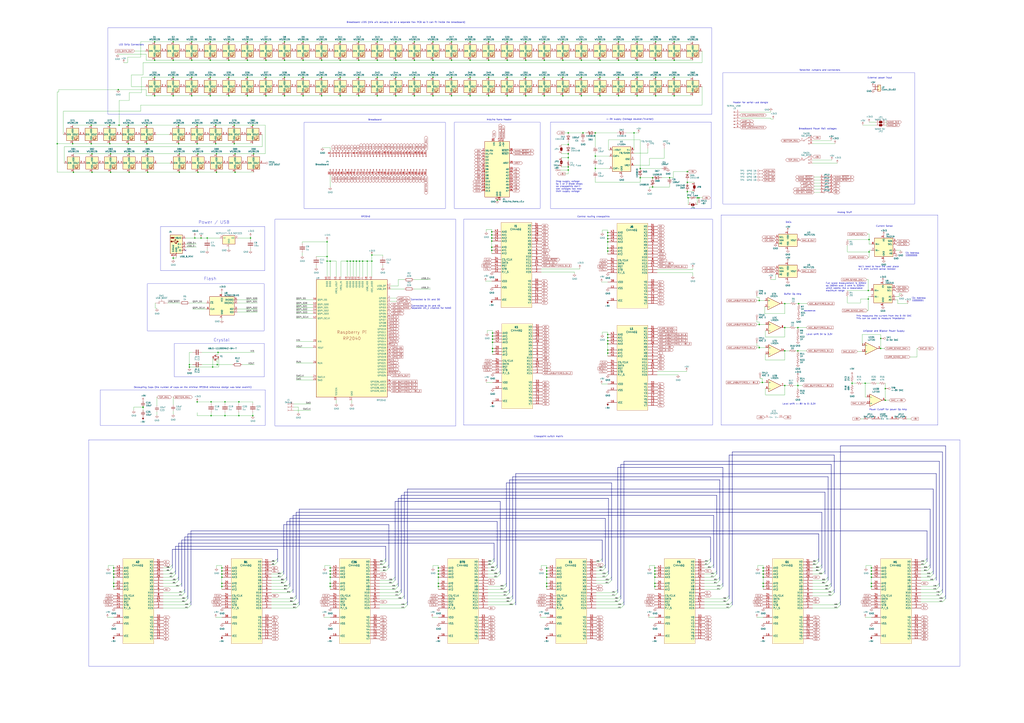
<source format=kicad_sch>
(kicad_sch (version 20221206) (generator eeschema)
  (paper "A1")
  (junction (at 46.99 118.11))
  (junction (at 170.18 195.58))
  (junction (at 448.945 481.965))
  (junction (at 160.02 195.58))
  (junction (at 404.495 281.305))
  (junction (at 184.785 341.63))
  (junction (at 710.565 314.96))
  (junction (at 370.84 78.74))
  (junction (at 355.6 34.29))
  (junction (at 301.625 214.63))
  (junction (at 309.88 34.29))
  (junction (at 60.325 141.605))
  (junction (at 218.44 49.53))
  (junction (at 218.44 34.29))
  (junction (at 285.115 214.63))
  (junction (at 207.645 102.87))
  (junction (at 477.52 63.5))
  (junction (at 431.8 78.74))
  (junction (at 386.08 63.5))
  (junction (at 355.6 63.5))
  (junction (at 626.745 466.725))
  (junction (at 360.045 469.265))
  (junction (at 499.11 277.495))
  (junction (at 525.78 138.43))
  (junction (at 264.16 49.53))
  (junction (at 340.36 78.74))
  (junction (at 268.605 198.755))
  (junction (at 294.64 49.53))
  (junction (at 538.48 78.74))
  (junction (at 295.275 214.63))
  (junction (at 403.86 205.74))
  (junction (at 448.945 479.425))
  (junction (at 403.86 195.58))
  (junction (at 523.24 63.5))
  (junction (at 626.745 474.345))
  (junction (at 499.11 274.955))
  (junction (at 713.105 238.76))
  (junction (at 626.745 481.965))
  (junction (at 182.245 469.265))
  (junction (at 626.745 471.805))
  (junction (at 466.725 139.7))
  (junction (at 106.045 141.605))
  (junction (at 537.845 471.805))
  (junction (at 290.195 214.63))
  (junction (at 105.41 118.11))
  (junction (at 157.48 63.5))
  (junction (at 142.24 63.5))
  (junction (at 355.6 49.53))
  (junction (at 462.28 49.53))
  (junction (at 192.405 102.87))
  (junction (at 172.72 34.29))
  (junction (at 93.345 469.265))
  (junction (at 462.28 34.29))
  (junction (at 408.305 164.465))
  (junction (at 401.32 78.74))
  (junction (at 182.245 466.725))
  (junction (at 157.48 49.53))
  (junction (at 416.56 63.5))
  (junction (at 340.36 63.5))
  (junction (at 553.72 78.74))
  (junction (at 447.04 78.74))
  (junction (at 182.245 474.345))
  (junction (at 196.215 330.2))
  (junction (at 161.925 330.2))
  (junction (at 564.515 149.86))
  (junction (at 177.8 126.365))
  (junction (at 623.57 247.015))
  (junction (at 93.345 466.725))
  (junction (at 146.685 118.11))
  (junction (at 499.11 280.035))
  (junction (at 553.72 49.53))
  (junction (at 448.945 471.805))
  (junction (at 264.16 63.5))
  (junction (at 492.76 49.53))
  (junction (at 431.8 49.53))
  (junction (at 416.56 34.29))
  (junction (at 120.65 102.87))
  (junction (at 93.345 479.425))
  (junction (at 644.525 249.555))
  (junction (at 713.74 196.85))
  (junction (at 466.725 137.16))
  (junction (at 309.88 78.74))
  (junction (at 370.84 34.29))
  (junction (at 715.645 469.265))
  (junction (at 360.045 466.725))
  (junction (at 462.28 63.5))
  (junction (at 655.32 288.29))
  (junction (at 404.495 273.685))
  (junction (at 193.04 126.365))
  (junction (at 287.655 214.63))
  (junction (at 309.88 49.53))
  (junction (at 520.7 109.22))
  (junction (at 499.11 290.195))
  (junction (at 271.145 474.345))
  (junction (at 431.8 63.5))
  (junction (at 248.92 78.74))
  (junction (at 90.805 126.365))
  (junction (at 360.045 479.425))
  (junction (at 106.045 126.365))
  (junction (at 162.56 126.365))
  (junction (at 187.96 34.29))
  (junction (at 565.15 162.56))
  (junction (at 340.36 49.53))
  (junction (at 499.11 203.835))
  (junction (at 172.72 78.74))
  (junction (at 182.245 471.805))
  (junction (at 508 49.53))
  (junction (at 233.68 63.5))
  (junction (at 271.145 471.805))
  (junction (at 727.075 319.405))
  (junction (at 401.32 34.29))
  (junction (at 271.145 214.63))
  (junction (at 404.495 288.925))
  (junction (at 117.475 334.645) (diameter 1.016))
  (junction (at 499.11 191.135))
  (junction (at 218.44 78.74))
  (junction (at 264.16 78.74))
  (junction (at 74.93 118.11))
  (junction (at 549.91 146.05))
  (junction (at 187.96 49.53))
  (junction (at 325.12 49.53))
  (junction (at 182.245 481.965))
  (junction (at 448.945 466.725))
  (junction (at 325.12 34.29))
  (junction (at 488.95 138.43))
  (junction (at 715.645 474.345))
  (junction (at 626.745 469.265))
  (junction (at 564.515 140.97))
  (junction (at 279.4 78.74))
  (junction (at 177.165 102.87))
  (junction (at 623.57 266.7))
  (junction (at 477.52 78.74))
  (junction (at 203.2 49.53))
  (junction (at 174.625 301.625))
  (junction (at 177.8 141.605))
  (junction (at 403.86 193.04))
  (junction (at 233.68 49.53))
  (junction (at 172.72 49.53))
  (junction (at 355.6 78.74))
  (junction (at 626.11 314.325))
  (junction (at 553.72 63.5))
  (junction (at 403.86 198.12))
  (junction (at 120.65 118.11))
  (junction (at 431.8 34.29))
  (junction (at 655.32 269.24))
  (junction (at 271.145 479.425))
  (junction (at 146.685 102.87))
  (junction (at 535.94 153.67))
  (junction (at 218.44 63.5))
  (junction (at 161.925 102.87))
  (junction (at 537.845 481.965))
  (junction (at 97.79 102.87))
  (junction (at 404.495 276.225))
  (junction (at 499.11 193.675))
  (junction (at 268.605 214.63))
  (junction (at 386.08 34.29))
  (junction (at 488.95 109.22))
  (junction (at 142.24 212.09))
  (junction (at 248.92 34.29))
  (junction (at 538.48 63.5))
  (junction (at 537.845 466.725))
  (junction (at 403.86 190.5))
  (junction (at 404.495 278.765))
  (junction (at 93.345 474.345))
  (junction (at 478.79 109.22))
  (junction (at 723.265 286.385))
  (junction (at 360.045 471.805))
  (junction (at 492.76 63.5))
  (junction (at 268.605 210.82))
  (junction (at 155.575 301.625))
  (junction (at 499.11 196.215))
  (junction (at 574.04 162.56))
  (junction (at 271.145 466.725))
  (junction (at 192.405 118.11))
  (junction (at 279.4 63.5))
  (junction (at 448.945 474.345))
  (junction (at 193.04 141.605))
  (junction (at 292.735 214.63))
  (junction (at 477.52 49.53))
  (junction (at 466.725 118.745))
  (junction (at 466.725 109.22))
  (junction (at 715.645 481.965))
  (junction (at 279.4 49.53))
  (junction (at 196.215 341.63))
  (junction (at 297.815 214.63))
  (junction (at 187.96 63.5))
  (junction (at 492.76 34.29))
  (junction (at 161.925 118.11))
  (junction (at 404.495 286.385))
  (junction (at 508 63.5))
  (junction (at 370.84 49.53))
  (junction (at 655.32 316.865))
  (junction (at 537.845 474.345))
  (junction (at 477.52 34.29))
  (junction (at 386.08 49.53))
  (junction (at 294.64 78.74))
  (junction (at 499.11 198.755))
  (junction (at 127 78.74))
  (junction (at 386.08 78.74))
  (junction (at 165.1 195.58))
  (junction (at 155.575 299.72))
  (junction (at 75.565 126.365))
  (junction (at 492.76 78.74))
  (junction (at 121.285 141.605))
  (junction (at 90.805 141.605))
  (junction (at 655.955 249.555))
  (junction (at 623.57 285.75))
  (junction (at 727.075 328.93))
  (junction (at 147.32 126.365))
  (junction (at 207.645 341.63))
  (junction (at 203.2 63.5))
  (junction (at 248.92 49.53))
  (junction (at 416.56 78.74))
  (junction (at 488.95 128.27))
  (junction (at 127 49.53))
  (junction (at 572.77 162.56))
  (junction (at 538.48 34.29))
  (junction (at 553.72 34.29))
  (junction (at 203.2 34.29))
  (junction (at 360.045 481.965))
  (junction (at 462.28 78.74))
  (junction (at 715.645 479.425))
  (junction (at 142.24 34.29))
  (junction (at 340.36 34.29))
  (junction (at 325.12 78.74))
  (junction (at 93.345 471.805))
  (junction (at 448.945 469.265))
  (junction (at 523.24 78.74))
  (junction (at 305.435 209.55))
  (junction (at 127 34.29))
  (junction (at 713.105 245.745))
  (junction (at 93.345 481.965))
  (junction (at 416.56 49.53))
  (junction (at 723.265 278.13))
  (junction (at 715.645 471.805))
  (junction (at 447.04 63.5))
  (junction (at 447.04 49.53))
  (junction (at 523.24 49.53))
  (junction (at 271.145 469.265))
  (junction (at 179.07 289.56))
  (junction (at 699.77 314.96))
  (junction (at 173.355 341.63))
  (junction (at 713.74 207.01))
  (junction (at 466.725 126.365))
  (junction (at 205.74 195.58))
  (junction (at 75.565 141.605))
  (junction (at 499.11 282.575))
  (junction (at 147.32 141.605))
  (junction (at 184.785 330.2))
  (junction (at 508 34.29))
  (junction (at 203.2 78.74))
  (junction (at 271.145 481.965))
  (junction (at 142.24 78.74))
  (junction (at 309.88 63.5))
  (junction (at 537.845 469.265))
  (junction (at 173.355 330.2))
  (junction (at 105.41 102.87))
  (junction (at 233.68 34.29))
  (junction (at 187.96 78.74))
  (junction (at 535.94 146.05))
  (junction (at 525.78 146.05))
  (junction (at 162.56 141.605))
  (junction (at 715.645 466.725))
  (junction (at 523.24 34.29))
  (junction (at 305.435 214.63))
  (junction (at 325.12 63.5))
  (junction (at 403.86 203.2))
  (junction (at 279.4 34.29))
  (junction (at 142.24 49.53))
  (junction (at 172.72 63.5))
  (junction (at 466.725 129.54))
  (junction (at 248.92 63.5))
  (junction (at 157.48 78.74))
  (junction (at 644.525 288.29))
  (junction (at 360.045 474.345))
  (junction (at 157.48 34.29))
  (junction (at 90.17 102.87))
  (junction (at 177.165 118.11))
  (junction (at 264.16 34.29))
  (junction (at 499.11 287.655))
  (junction (at 370.84 63.5))
  (junction (at 508 78.74))
  (junction (at 127 63.5))
  (junction (at 97.155 73.66))
  (junction (at 178.435 299.72))
  (junction (at 401.32 63.5))
  (junction (at 644.525 269.24))
  (junction (at 294.64 63.5))
  (junction (at 208.28 126.365))
  (junction (at 447.04 34.29))
  (junction (at 564.515 157.48))
  (junction (at 538.48 49.53))
  (junction (at 537.845 479.425))
  (junction (at 626.745 479.425))
  (junction (at 121.285 126.365))
  (junction (at 499.11 206.375))
  (junction (at 182.245 479.425))
  (junction (at 90.17 118.11))
  (junction (at 74.93 102.87))
  (junction (at 644.525 316.865))
  (junction (at 294.64 34.29))
  (junction (at 59.69 118.11))
  (junction (at 401.32 49.53))
  (junction (at 233.68 78.74))
  (no_connect (at 152.4 205.74))
  (bus_entry (at 243.205 492.125) (size -2.54 2.54))
  (bus_entry (at 677.545 469.265) (size -2.54 2.54))
  (bus_entry (at 509.905 492.125) (size -2.54 2.54))
  (bus_entry (at 327.025 481.965) (size -2.54 2.54))
  (bus_entry (at 227.965 459.105) (size -2.54 2.54))
  (bus_entry (at 421.005 489.585) (size -2.54 2.54))
  (bus_entry (at 507.365 487.045) (size -2.54 2.54))
  (bus_entry (at 233.045 471.805) (size -2.54 2.54))
  (bus_entry (at 685.165 484.505) (size -2.54 2.54))
  (bus_entry (at 418.465 487.045) (size -2.54 2.54))
  (bus_entry (at 235.585 474.345) (size -2.54 2.54))
  (bus_entry (at 766.445 471.805) (size -2.54 2.54))
  (bus_entry (at 512.445 494.665) (size -2.54 2.54))
  (bus_entry (at 497.205 464.185) (size -2.54 2.54))
  (bus_entry (at 598.805 489.585) (size -2.54 2.54))
  (bus_entry (at 598.805 492.125) (size -2.54 2.54))
  (bus_entry (at 329.565 484.505) (size -2.54 2.54))
  (bus_entry (at 235.585 476.885) (size -2.54 2.54))
  (bus_entry (at 238.125 479.425) (size -2.54 2.54))
  (bus_entry (at 408.305 466.725) (size -2.54 2.54))
  (bus_entry (at 329.565 487.045) (size -2.54 2.54))
  (bus_entry (at 316.865 459.105) (size -2.54 2.54))
  (bus_entry (at 415.925 481.965) (size -2.54 2.54))
  (bus_entry (at 418.465 484.505) (size -2.54 2.54))
  (bus_entry (at 685.165 487.045) (size -2.54 2.54))
  (bus_entry (at 149.225 479.425) (size -2.54 2.54))
  (bus_entry (at 324.485 476.885) (size -2.54 2.54))
  (bus_entry (at 408.305 464.185) (size -2.54 2.54))
  (bus_entry (at 405.765 461.645) (size -2.54 2.54))
  (bus_entry (at 141.605 464.185) (size -2.54 2.54))
  (bus_entry (at 243.205 489.585) (size -2.54 2.54))
  (bus_entry (at 591.185 474.345) (size -2.54 2.54))
  (bus_entry (at 771.525 479.425) (size -2.54 2.54))
  (bus_entry (at 763.905 466.725) (size -2.54 2.54))
  (bus_entry (at 146.685 474.345) (size -2.54 2.54))
  (bus_entry (at 324.485 474.345) (size -2.54 2.54))
  (bus_entry (at 601.345 497.205) (size -2.54 2.54))
  (bus_entry (at 497.205 466.725) (size -2.54 2.54))
  (bus_entry (at 690.245 497.205) (size -2.54 2.54))
  (bus_entry (at 502.285 476.885) (size -2.54 2.54))
  (bus_entry (at 675.005 464.185) (size -2.54 2.54))
  (bus_entry (at 245.745 494.665) (size -2.54 2.54))
  (bus_entry (at 672.465 459.105) (size -2.54 2.54))
  (bus_entry (at 507.365 484.505) (size -2.54 2.54))
  (bus_entry (at 768.985 474.345) (size -2.54 2.54))
  (bus_entry (at 151.765 487.045) (size -2.54 2.54))
  (bus_entry (at 680.085 476.885) (size -2.54 2.54))
  (bus_entry (at 774.065 487.045) (size -2.54 2.54))
  (bus_entry (at 601.345 494.665) (size -2.54 2.54))
  (bus_entry (at 583.565 459.105) (size -2.54 2.54))
  (bus_entry (at 334.645 497.205) (size -2.54 2.54))
  (bus_entry (at 151.765 484.505) (size -2.54 2.54))
  (bus_entry (at 319.405 464.185) (size -2.54 2.54))
  (bus_entry (at 766.445 469.265) (size -2.54 2.54))
  (bus_entry (at 499.745 469.265) (size -2.54 2.54))
  (bus_entry (at 144.145 469.265) (size -2.54 2.54))
  (bus_entry (at 588.645 471.805) (size -2.54 2.54))
  (bus_entry (at 776.605 492.125) (size -2.54 2.54))
  (bus_entry (at 405.765 459.105) (size -2.54 2.54))
  (bus_entry (at 588.645 469.265) (size -2.54 2.54))
  (bus_entry (at 499.745 471.805) (size -2.54 2.54))
  (bus_entry (at 421.005 492.125) (size -2.54 2.54))
  (bus_entry (at 494.665 459.105) (size -2.54 2.54))
  (bus_entry (at 680.085 474.345) (size -2.54 2.54))
  (bus_entry (at 233.045 469.265) (size -2.54 2.54))
  (bus_entry (at 154.305 489.585) (size -2.54 2.54))
  (bus_entry (at 512.445 497.205) (size -2.54 2.54))
  (bus_entry (at 156.845 497.205) (size -2.54 2.54))
  (bus_entry (at 761.365 459.105) (size -2.54 2.54))
  (bus_entry (at 334.645 494.665) (size -2.54 2.54))
  (bus_entry (at 776.605 489.585) (size -2.54 2.54))
  (bus_entry (at 593.725 481.965) (size -2.54 2.54))
  (bus_entry (at 583.565 461.645) (size -2.54 2.54))
  (bus_entry (at 763.905 464.185) (size -2.54 2.54))
  (bus_entry (at 593.725 479.425) (size -2.54 2.54))
  (bus_entry (at 227.965 461.645) (size -2.54 2.54))
  (bus_entry (at 423.545 494.665) (size -2.54 2.54))
  (bus_entry (at 591.185 476.885) (size -2.54 2.54))
  (bus_entry (at 240.665 484.505) (size -2.54 2.54))
  (bus_entry (at 327.025 479.425) (size -2.54 2.54))
  (bus_entry (at 410.845 469.265) (size -2.54 2.54))
  (bus_entry (at 319.405 466.725) (size -2.54 2.54))
  (bus_entry (at 690.245 494.665) (size -2.54 2.54))
  (bus_entry (at 154.305 492.125) (size -2.54 2.54))
  (bus_entry (at 238.125 481.965) (size -2.54 2.54))
  (bus_entry (at 245.745 497.205) (size -2.54 2.54))
  (bus_entry (at 774.065 484.505) (size -2.54 2.54))
  (bus_entry (at 316.865 461.645) (size -2.54 2.54))
  (bus_entry (at 502.285 474.345) (size -2.54 2.54))
  (bus_entry (at 682.625 481.965) (size -2.54 2.54))
  (bus_entry (at 410.845 471.805) (size -2.54 2.54))
  (bus_entry (at 146.685 476.885) (size -2.54 2.54))
  (bus_entry (at 771.525 481.965) (size -2.54 2.54))
  (bus_entry (at 761.365 461.645) (size -2.54 2.54))
  (bus_entry (at 672.465 461.645) (size -2.54 2.54))
  (bus_entry (at 675.005 466.725) (size -2.54 2.54))
  (bus_entry (at 509.905 489.585) (size -2.54 2.54))
  (bus_entry (at 415.925 479.425) (size -2.54 2.54))
  (bus_entry (at 586.105 464.185) (size -2.54 2.54))
  (bus_entry (at 332.105 489.585) (size -2.54 2.54))
  (bus_entry (at 156.845 494.665) (size -2.54 2.54))
  (bus_entry (at 144.145 471.805) (size -2.54 2.54))
  (bus_entry (at 141.605 466.725) (size -2.54 2.54))
  (bus_entry (at 682.625 479.425) (size -2.54 2.54))
  (wire (pts (xy 553.085 146.05) (xy 549.91 146.05)))
  (wire (pts (xy 398.78 231.14) (xy 403.86 231.14)))
  (wire (pts (xy 105.41 102.87) (xy 120.65 102.87)))
  (wire (pts (xy 499.745 114.935) (xy 499.745 123.19)))
  (wire (pts (xy 88.9 464.82) (xy 88.9 466.725)))
  (bus (pts (xy 586.105 423.545) (xy 586.105 464.185)))
  (wire (pts (xy 177.165 291.465) (xy 179.07 291.465)))
  (wire (pts (xy 173.355 341.63) (xy 161.925 341.63)))
  (wire (pts (xy 578.485 461.645) (xy 581.025 461.645)))
  (wire (pts (xy 636.905 229.87) (xy 636.905 225.425)))
  (wire (pts (xy 403.86 203.2) (xy 403.86 205.74)))
  (wire (pts (xy 753.11 286.385) (xy 753.11 293.37)))
  (wire (pts (xy 173.355 339.09) (xy 173.355 341.63)))
  (bus (pts (xy 494.665 443.865) (xy 494.665 459.105)))
  (wire (pts (xy 462.28 34.29) (xy 477.52 34.29)))
  (bus (pts (xy 497.205 426.085) (xy 497.205 464.185)))
  (wire (pts (xy 115.57 34.29) (xy 127 34.29)))
  (wire (pts (xy 655.955 250.19) (xy 655.955 249.555)))
  (wire (pts (xy 514.35 109.22) (xy 520.7 109.22)))
  (bus (pts (xy 418.465 394.335) (xy 418.465 484.505)))
  (wire (pts (xy 248.285 207.645) (xy 248.285 210.185)))
  (wire (pts (xy 400.685 466.725) (xy 405.765 466.725)))
  (wire (pts (xy 295.275 214.63) (xy 297.815 214.63)))
  (wire (pts (xy 447.04 63.5) (xy 462.28 63.5)))
  (wire (pts (xy 340.36 78.74) (xy 355.6 78.74)))
  (wire (pts (xy 537.845 466.725) (xy 537.845 464.82)))
  (wire (pts (xy 146.685 102.87) (xy 161.925 102.87)))
  (wire (pts (xy 205.74 196.85) (xy 205.74 195.58)))
  (bus (pts (xy 141.605 451.485) (xy 227.965 451.485)))
  (wire (pts (xy 644.525 249.555) (xy 644.525 257.81)))
  (wire (pts (xy 668.655 158.115) (xy 673.735 158.115)))
  (wire (pts (xy 75.565 141.605) (xy 90.805 141.605)))
  (wire (pts (xy 386.08 49.53) (xy 401.32 49.53)))
  (bus (pts (xy 327.025 409.575) (xy 499.745 409.575)))
  (wire (pts (xy 682.625 115.57) (xy 667.385 115.57)))
  (wire (pts (xy 184.785 341.63) (xy 173.355 341.63)))
  (wire (pts (xy 508 63.5) (xy 523.24 63.5)))
  (wire (pts (xy 46.99 118.11) (xy 46.99 141.605)))
  (wire (pts (xy 90.17 102.87) (xy 97.79 102.87)))
  (wire (pts (xy 106.045 82.55) (xy 106.045 76.2)))
  (wire (pts (xy 431.8 63.5) (xy 447.04 63.5)))
  (bus (pts (xy 408.305 464.185) (xy 408.305 466.725)))
  (wire (pts (xy 564.515 157.48) (xy 570.23 157.48)))
  (bus (pts (xy 405.765 459.105) (xy 405.765 461.645)))
  (wire (pts (xy 243.205 250.19) (xy 257.175 250.19)))
  (wire (pts (xy 738.505 241.3) (xy 740.41 241.3)))
  (wire (pts (xy 431.8 34.29) (xy 447.04 34.29)))
  (bus (pts (xy 324.485 412.115) (xy 410.845 412.115)))
  (wire (pts (xy 624.205 311.15) (xy 626.11 311.15)))
  (wire (pts (xy 215.265 120.65) (xy 52.705 120.65)))
  (bus (pts (xy 332.105 404.495) (xy 677.545 404.495)))
  (wire (pts (xy 178.435 299.72) (xy 191.135 299.72)))
  (wire (pts (xy 695.96 201.93) (xy 695.96 207.01)))
  (wire (pts (xy 179.07 289.56) (xy 208.915 289.56)))
  (wire (pts (xy 127 49.53) (xy 142.24 49.53)))
  (wire (pts (xy 685.8 118.11) (xy 667.385 118.11)))
  (wire (pts (xy 489.585 499.745) (xy 509.905 499.745)))
  (wire (pts (xy 499.11 287.655) (xy 499.11 290.195)))
  (wire (pts (xy 161.925 102.87) (xy 177.165 102.87)))
  (wire (pts (xy 264.16 49.53) (xy 279.4 49.53)))
  (bus (pts (xy 141.605 451.485) (xy 141.605 464.185)))
  (bus (pts (xy 766.445 469.265) (xy 766.445 471.805)))
  (wire (pts (xy 499.11 277.495) (xy 499.11 280.035)))
  (bus (pts (xy 593.725 479.425) (xy 593.725 481.965)))
  (wire (pts (xy 756.285 461.645) (xy 758.825 461.645)))
  (wire (pts (xy 257.175 309.88) (xy 243.205 309.88)))
  (wire (pts (xy 155.575 299.72) (xy 155.575 301.625)))
  (bus (pts (xy 316.865 459.105) (xy 316.865 461.645)))
  (wire (pts (xy 673.735 145.415) (xy 668.655 145.415)))
  (wire (pts (xy 727.075 319.405) (xy 727.075 328.93)))
  (wire (pts (xy 535.94 153.67) (xy 533.4 153.67)))
  (wire (pts (xy 713.74 192.405) (xy 713.74 196.85)))
  (wire (pts (xy 673.735 153.035) (xy 668.655 153.035)))
  (wire (pts (xy 756.285 471.805) (xy 763.905 471.805)))
  (bus (pts (xy 329.565 407.035) (xy 588.645 407.035)))
  (wire (pts (xy 499.11 273.05) (xy 494.665 273.05)))
  (wire (pts (xy 285.115 227.33) (xy 285.115 214.63)))
  (wire (pts (xy 90.17 118.11) (xy 105.41 118.11)))
  (bus (pts (xy 502.285 396.875) (xy 502.285 474.345)))
  (wire (pts (xy 106.045 126.365) (xy 121.285 126.365)))
  (wire (pts (xy 158.115 254) (xy 169.545 254)))
  (wire (pts (xy 673.735 150.495) (xy 668.655 150.495)))
  (wire (pts (xy 571.5 162.56) (xy 572.77 162.56)))
  (wire (pts (xy 294.64 34.29) (xy 309.88 34.29)))
  (bus (pts (xy 421.005 391.795) (xy 680.085 391.795)))
  (wire (pts (xy 311.785 461.645) (xy 314.325 461.645)))
  (wire (pts (xy 643.255 249.555) (xy 644.525 249.555)))
  (wire (pts (xy 128.905 326.39) (xy 128.905 333.375)))
  (wire (pts (xy 715.645 474.345) (xy 715.645 479.425)))
  (wire (pts (xy 142.24 210.82) (xy 142.24 212.09)))
  (wire (pts (xy 399.415 314.325) (xy 404.495 314.325)))
  (bus (pts (xy 154.305 438.785) (xy 154.305 489.585)))
  (wire (pts (xy 756.285 481.965) (xy 768.985 481.965)))
  (wire (pts (xy 477.52 78.74) (xy 492.76 78.74)))
  (wire (pts (xy 563.88 305.435) (xy 563.88 304.8)))
  (bus (pts (xy 598.805 374.015) (xy 685.165 374.015)))
  (wire (pts (xy 192.405 118.11) (xy 207.645 118.11)))
  (wire (pts (xy 626.745 479.425) (xy 626.745 481.965)))
  (wire (pts (xy 203.2 34.29) (xy 218.44 34.29)))
  (wire (pts (xy 494.03 231.775) (xy 499.11 231.775)))
  (wire (pts (xy 160.02 195.58) (xy 165.1 195.58)))
  (wire (pts (xy 715.645 471.805) (xy 715.645 474.345)))
  (wire (pts (xy 713.105 255.27) (xy 713.105 245.745)))
  (wire (pts (xy 553.72 49.53) (xy 568.96 49.53)))
  (wire (pts (xy 499.11 274.955) (xy 499.11 273.05)))
  (wire (pts (xy 290.195 214.63) (xy 292.735 214.63)))
  (wire (pts (xy 355.6 78.74) (xy 370.84 78.74)))
  (wire (pts (xy 525.78 149.86) (xy 525.78 146.05)))
  (wire (pts (xy 738.505 243.84) (xy 735.33 243.84)))
  (wire (pts (xy 488.95 128.27) (xy 488.95 125.73)))
  (wire (pts (xy 196.215 331.47) (xy 196.215 330.2)))
  (wire (pts (xy 623.57 247.015) (xy 628.015 247.015)))
  (wire (pts (xy 644.525 324.485) (xy 644.525 316.865)))
  (wire (pts (xy 710.565 314.96) (xy 710.565 326.39)))
  (bus (pts (xy 677.545 404.495) (xy 677.545 469.265)))
  (wire (pts (xy 525.78 138.43) (xy 543.56 138.43)))
  (wire (pts (xy 93.345 471.805) (xy 93.345 474.345)))
  (wire (pts (xy 655.32 288.29) (xy 653.415 288.29)))
  (wire (pts (xy 416.56 63.5) (xy 431.8 63.5)))
  (wire (pts (xy 710.565 314.96) (xy 708.025 314.96)))
  (wire (pts (xy 578.485 492.125) (xy 596.265 492.125)))
  (wire (pts (xy 196.215 339.09) (xy 196.215 341.63)))
  (wire (pts (xy 713.105 243.84) (xy 715.01 243.84)))
  (bus (pts (xy 690.245 366.395) (xy 690.245 494.665)))
  (wire (pts (xy 655.32 314.325) (xy 655.32 316.865)))
  (wire (pts (xy 46.99 118.11) (xy 59.69 118.11)))
  (wire (pts (xy 165.735 289.56) (xy 179.07 289.56)))
  (wire (pts (xy 107.95 61.595) (xy 107.95 71.12)))
  (wire (pts (xy 644.525 269.24) (xy 644.525 276.86)))
  (wire (pts (xy 494.665 469.265) (xy 489.585 469.265)))
  (bus (pts (xy 672.465 459.105) (xy 672.465 461.645)))
  (wire (pts (xy 241.3 334.645) (xy 245.11 334.645)))
  (wire (pts (xy 243.205 255.27) (xy 257.175 255.27)))
  (wire (pts (xy 222.885 479.425) (xy 233.045 479.425)))
  (wire (pts (xy 626.745 481.965) (xy 626.745 484.505)))
  (wire (pts (xy 279.4 78.74) (xy 294.64 78.74)))
  (wire (pts (xy 715.645 466.725) (xy 715.645 469.265)))
  (wire (pts (xy 74.93 102.87) (xy 90.17 102.87)))
  (wire (pts (xy 139.7 133.985) (xy 128.905 133.985)))
  (wire (pts (xy 626.745 466.725) (xy 626.745 464.82)))
  (wire (pts (xy 667.385 476.885) (xy 677.545 476.885)))
  (wire (pts (xy 444.5 464.82) (xy 444.5 466.725)))
  (wire (pts (xy 462.28 49.53) (xy 477.52 49.53)))
  (wire (pts (xy 492.76 34.29) (xy 508 34.29)))
  (wire (pts (xy 340.36 34.29) (xy 355.6 34.29)))
  (wire (pts (xy 711.835 255.27) (xy 713.105 255.27)))
  (wire (pts (xy 161.925 330.2) (xy 173.355 330.2)))
  (wire (pts (xy 264.16 34.29) (xy 279.4 34.29)))
  (wire (pts (xy 492.76 63.5) (xy 508 63.5)))
  (wire (pts (xy 177.165 296.545) (xy 178.435 296.545)))
  (wire (pts (xy 179.07 291.465) (xy 179.07 289.56)))
  (wire (pts (xy 568.96 221.615) (xy 568.96 220.345)))
  (wire (pts (xy 90.805 141.605) (xy 106.045 141.605)))
  (wire (pts (xy 489.585 471.805) (xy 497.205 471.805)))
  (wire (pts (xy 695.96 238.76) (xy 713.105 238.76)))
  (wire (pts (xy 117.475 334.645) (xy 109.855 334.645)))
  (wire (pts (xy 401.32 49.53) (xy 416.56 49.53)))
  (wire (pts (xy 737.235 249.555) (xy 745.49 249.555)))
  (wire (pts (xy 494.03 315.595) (xy 499.11 315.595)))
  (wire (pts (xy 525.78 138.43) (xy 525.78 114.935)))
  (wire (pts (xy 400.685 471.805) (xy 408.305 471.805)))
  (bus (pts (xy 586.105 464.185) (xy 586.105 466.725)))
  (wire (pts (xy 621.665 507.365) (xy 626.745 507.365)))
  (wire (pts (xy 695.96 196.85) (xy 713.74 196.85)))
  (wire (pts (xy 184.785 330.2) (xy 196.215 330.2)))
  (wire (pts (xy 196.215 341.63) (xy 184.785 341.63)))
  (wire (pts (xy 581.025 464.185) (xy 578.485 464.185)))
  (wire (pts (xy 713.74 205.74) (xy 715.645 205.74)))
  (bus (pts (xy 675.005 421.005) (xy 675.005 464.185)))
  (wire (pts (xy 628.65 324.485) (xy 644.525 324.485)))
  (wire (pts (xy 404.495 281.305) (xy 404.495 286.385)))
  (wire (pts (xy 687.705 133.985) (xy 667.385 133.985)))
  (wire (pts (xy 545.465 121.92) (xy 545.465 130.175)))
  (wire (pts (xy 360.045 464.82) (xy 355.6 464.82)))
  (wire (pts (xy 545.465 130.175) (xy 533.4 130.175)))
  (wire (pts (xy 133.985 476.885) (xy 144.145 476.885)))
  (bus (pts (xy 588.645 469.265) (xy 588.645 471.805)))
  (wire (pts (xy 195.58 195.58) (xy 205.74 195.58)))
  (wire (pts (xy 142.24 49.53) (xy 157.48 49.53)))
  (wire (pts (xy 727.075 100.33) (xy 728.345 100.33)))
  (bus (pts (xy 144.145 448.945) (xy 316.865 448.945)))
  (wire (pts (xy 564.515 149.86) (xy 570.23 149.86)))
  (wire (pts (xy 607.695 97.155) (xy 633.095 97.155)))
  (wire (pts (xy 706.755 344.17) (xy 709.295 344.17)))
  (wire (pts (xy 710.565 507.365) (xy 715.645 507.365)))
  (wire (pts (xy 120.015 44.45) (xy 120.015 49.53)))
  (wire (pts (xy 621.665 262.89) (xy 621.665 264.795)))
  (wire (pts (xy 400.685 484.505) (xy 413.385 484.505)))
  (bus (pts (xy 761.365 459.105) (xy 761.365 461.645)))
  (wire (pts (xy 355.6 63.5) (xy 370.84 63.5)))
  (wire (pts (xy 268.605 210.82) (xy 268.605 214.63)))
  (wire (pts (xy 499.11 274.955) (xy 499.11 277.495)))
  (wire (pts (xy 184.785 331.47) (xy 184.785 330.2)))
  (wire (pts (xy 241.3 332.105) (xy 255.27 332.105)))
  (wire (pts (xy 533.4 130.175) (xy 533.4 135.89)))
  (wire (pts (xy 93.345 464.82) (xy 88.9 464.82)))
  (wire (pts (xy 158.115 289.56) (xy 155.575 289.56)))
  (wire (pts (xy 489.585 476.885) (xy 499.745 476.885)))
  (wire (pts (xy 756.285 484.505) (xy 768.985 484.505)))
  (wire (pts (xy 704.215 288.925) (xy 708.025 288.925)))
  (wire (pts (xy 276.225 227.33) (xy 276.225 214.63)))
  (bus (pts (xy 583.565 459.105) (xy 583.565 461.645)))
  (wire (pts (xy 339.725 237.49) (xy 353.695 237.49)))
  (wire (pts (xy 120.015 78.74) (xy 127 78.74)))
  (wire (pts (xy 60.325 141.605) (xy 75.565 141.605)))
  (wire (pts (xy 499.11 191.135) (xy 499.11 193.675)))
  (wire (pts (xy 104.775 46.99) (xy 115.57 46.99)))
  (wire (pts (xy 127 63.5) (xy 142.24 63.5)))
  (bus (pts (xy 507.365 484.505) (xy 507.365 487.045)))
  (wire (pts (xy 75.565 126.365) (xy 90.805 126.365)))
  (wire (pts (xy 644.525 288.29) (xy 644.525 295.91)))
  (wire (pts (xy 553.085 140.97) (xy 553.085 146.05)))
  (wire (pts (xy 624.205 314.325) (xy 626.11 314.325)))
  (wire (pts (xy 652.145 316.865) (xy 655.32 316.865)))
  (wire (pts (xy 121.285 141.605) (xy 147.32 141.605)))
  (wire (pts (xy 271.145 469.265) (xy 271.145 471.805)))
  (wire (pts (xy 268.605 198.755) (xy 268.605 210.82)))
  (wire (pts (xy 59.69 102.87) (xy 74.93 102.87)))
  (wire (pts (xy 207.645 339.09) (xy 207.645 341.63)))
  (wire (pts (xy 218.44 63.5) (xy 233.68 63.5)))
  (bus (pts (xy 497.205 464.185) (xy 497.205 466.725)))
  (wire (pts (xy 155.575 301.625) (xy 155.575 302.26)))
  (wire (pts (xy 735.33 246.38) (xy 737.235 246.38)))
  (wire (pts (xy 133.985 499.745) (xy 154.305 499.745)))
  (bus (pts (xy 685.165 374.015) (xy 685.165 484.505)))
  (wire (pts (xy 320.675 245.11) (xy 325.755 245.11)))
  (wire (pts (xy 532.13 125.73) (xy 520.7 125.73)))
  (wire (pts (xy 264.795 121.285) (xy 271.145 121.285)))
  (wire (pts (xy 177.8 464.82) (xy 177.8 466.725)))
  (wire (pts (xy 756.285 476.885) (xy 766.445 476.885)))
  (bus (pts (xy 245.745 494.665) (xy 245.745 497.205)))
  (wire (pts (xy 476.25 220.98) (xy 476.25 220.345)))
  (wire (pts (xy 499.11 198.755) (xy 499.11 203.835)))
  (wire (pts (xy 400.685 492.125) (xy 418.465 492.125)))
  (wire (pts (xy 525.78 146.05) (xy 535.94 146.05)))
  (wire (pts (xy 158.115 299.72) (xy 155.575 299.72)))
  (wire (pts (xy 723.265 286.385) (xy 723.265 278.13)))
  (wire (pts (xy 708.025 274.955) (xy 723.265 274.955)))
  (wire (pts (xy 462.28 78.74) (xy 477.52 78.74)))
  (wire (pts (xy 133.985 479.425) (xy 144.145 479.425)))
  (bus (pts (xy 774.065 371.475) (xy 774.065 484.505)))
  (wire (pts (xy 578.485 497.205) (xy 598.805 497.205)))
  (wire (pts (xy 287.655 227.33) (xy 287.655 214.63)))
  (wire (pts (xy 311.785 479.425) (xy 321.945 479.425)))
  (wire (pts (xy 695.96 243.84) (xy 695.96 248.92)))
  (wire (pts (xy 403.86 193.04) (xy 403.86 195.58)))
  (wire (pts (xy 268.605 197.485) (xy 268.605 198.755)))
  (wire (pts (xy 314.325 210.82) (xy 314.325 209.55)))
  (wire (pts (xy 182.245 464.82) (xy 177.8 464.82)))
  (wire (pts (xy 553.72 34.29) (xy 568.96 34.29)))
  (wire (pts (xy 152.4 195.58) (xy 160.02 195.58)))
  (wire (pts (xy 523.24 63.5) (xy 538.48 63.5)))
  (wire (pts (xy 464.185 142.875) (xy 466.725 142.875)))
  (wire (pts (xy 218.44 78.74) (xy 233.68 78.74)))
  (wire (pts (xy 133.985 471.805) (xy 141.605 471.805)))
  (wire (pts (xy 355.6 49.53) (xy 370.84 49.53)))
  (wire (pts (xy 448.945 471.805) (xy 448.945 474.345)))
  (wire (pts (xy 478.79 109.22) (xy 466.725 109.22)))
  (wire (pts (xy 626.745 471.805) (xy 626.745 474.345)))
  (wire (pts (xy 170.18 204.47) (xy 170.18 205.74)))
  (wire (pts (xy 644.525 316.865) (xy 647.065 316.865)))
  (wire (pts (xy 161.925 118.11) (xy 177.165 118.11)))
  (wire (pts (xy 448.945 474.345) (xy 448.945 479.425)))
  (wire (pts (xy 120.65 102.87) (xy 146.685 102.87)))
  (wire (pts (xy 192.405 102.87) (xy 207.645 102.87)))
  (wire (pts (xy 574.04 162.56) (xy 577.215 162.56)))
  (wire (pts (xy 416.56 34.29) (xy 431.8 34.29)))
  (wire (pts (xy 305.435 209.55) (xy 314.325 209.55)))
  (bus (pts (xy 583.565 441.325) (xy 583.565 459.105)))
  (wire (pts (xy 205.74 204.47) (xy 205.74 205.74)))
  (wire (pts (xy 203.2 63.5) (xy 218.44 63.5)))
  (wire (pts (xy 316.865 469.265) (xy 311.785 469.265)))
  (bus (pts (xy 235.585 428.625) (xy 408.305 428.625)))
  (wire (pts (xy 633.095 97.79) (xy 635 97.79)))
  (wire (pts (xy 128.905 340.995) (xy 128.905 338.455)))
  (wire (pts (xy 142.24 212.09) (xy 142.24 213.36)))
  (wire (pts (xy 146.685 118.11) (xy 161.925 118.11)))
  (bus (pts (xy 601.345 371.475) (xy 774.065 371.475)))
  (wire (pts (xy 403.86 190.5) (xy 403.86 188.595)))
  (bus (pts (xy 334.645 401.955) (xy 766.445 401.955)))
  (wire (pts (xy 354.965 507.365) (xy 360.045 507.365)))
  (wire (pts (xy 628.015 257.81) (xy 644.525 257.81)))
  (wire (pts (xy 386.08 63.5) (xy 401.32 63.5)))
  (wire (pts (xy 157.48 49.53) (xy 172.72 49.53)))
  (wire (pts (xy 478.79 109.22) (xy 481.33 109.22)))
  (wire (pts (xy 489.585 474.345) (xy 497.205 474.345)))
  (wire (pts (xy 461.01 118.745) (xy 466.725 118.745)))
  (bus (pts (xy 319.405 431.165) (xy 319.405 464.185)))
  (wire (pts (xy 290.195 227.33) (xy 290.195 214.63)))
  (wire (pts (xy 532.13 121.92) (xy 532.13 125.73)))
  (wire (pts (xy 655.32 288.925) (xy 655.32 288.29)))
  (bus (pts (xy 509.905 381.635) (xy 509.905 489.585)))
  (bus (pts (xy 423.545 389.255) (xy 423.545 494.665)))
  (wire (pts (xy 727.075 328.93) (xy 730.25 328.93)))
  (bus (pts (xy 141.605 464.185) (xy 141.605 466.725)))
  (wire (pts (xy 621.665 243.205) (xy 621.665 244.475)))
  (wire (pts (xy 565.15 162.56) (xy 566.42 162.56)))
  (bus (pts (xy 329.565 484.505) (xy 329.565 487.045)))
  (wire (pts (xy 184.785 339.09) (xy 184.785 341.63)))
  (wire (pts (xy 314.325 218.44) (xy 314.325 219.71)))
  (wire (pts (xy 667.385 466.725) (xy 672.465 466.725)))
  (wire (pts (xy 194.945 248.92) (xy 211.455 248.92)))
  (wire (pts (xy 508 34.29) (xy 523.24 34.29)))
  (wire (pts (xy 182.245 469.265) (xy 182.245 471.805)))
  (wire (pts (xy 471.805 223.52) (xy 471.805 224.79)))
  (wire (pts (xy 187.96 203.2) (xy 187.96 204.47)))
  (wire (pts (xy 142.24 326.39) (xy 142.24 332.74)))
  (wire (pts (xy 243.205 280.67) (xy 257.175 280.67)))
  (bus (pts (xy 771.525 479.425) (xy 771.525 481.965)))
  (wire (pts (xy 180.34 195.58) (xy 170.18 195.58)))
  (wire (pts (xy 628.65 295.91) (xy 628.65 290.83)))
  (wire (pts (xy 360.045 471.805) (xy 360.045 474.345)))
  (bus (pts (xy 682.625 381.635) (xy 682.625 479.425)))
  (wire (pts (xy 162.56 126.365) (xy 177.8 126.365)))
  (wire (pts (xy 539.75 305.435) (xy 563.88 305.435)))
  (bus (pts (xy 235.585 428.625) (xy 235.585 474.345)))
  (wire (pts (xy 655.32 288.29) (xy 662.305 288.29)))
  (bus (pts (xy 151.765 441.325) (xy 151.765 484.505)))
  (bus (pts (xy 405.765 446.405) (xy 405.765 459.105)))
  (wire (pts (xy 643.89 269.24) (xy 644.525 269.24)))
  (wire (pts (xy 533.4 153.67) (xy 533.4 154.94)))
  (wire (pts (xy 553.085 140.97) (xy 564.515 140.97)))
  (wire (pts (xy 208.28 126.365) (xy 217.805 126.365)))
  (wire (pts (xy 403.86 188.595) (xy 399.415 188.595)))
  (wire (pts (xy 621.665 284.48) (xy 623.57 284.48)))
  (wire (pts (xy 404.495 288.925) (xy 404.495 291.465)))
  (wire (pts (xy 621.665 264.795) (xy 623.57 264.795)))
  (wire (pts (xy 633.095 92.075) (xy 607.695 92.075)))
  (wire (pts (xy 309.88 49.53) (xy 325.12 49.53)))
  (wire (pts (xy 539.75 221.615) (xy 568.96 221.615)))
  (wire (pts (xy 222.885 499.745) (xy 243.205 499.745)))
  (bus (pts (xy 591.185 474.345) (xy 591.185 476.885)))
  (wire (pts (xy 655.32 269.24) (xy 662.305 269.24)))
  (wire (pts (xy 400.685 497.205) (xy 421.005 497.205)))
  (wire (pts (xy 248.92 49.53) (xy 264.16 49.53)))
  (wire (pts (xy 133.985 489.585) (xy 149.225 489.585)))
  (wire (pts (xy 271.145 466.725) (xy 271.145 464.82)))
  (wire (pts (xy 667.385 497.205) (xy 687.705 497.205)))
  (wire (pts (xy 144.78 212.09) (xy 142.24 212.09)))
  (wire (pts (xy 105.41 118.11) (xy 120.65 118.11)))
  (wire (pts (xy 271.145 121.285) (xy 271.145 123.825)))
  (bus (pts (xy 327.025 479.425) (xy 327.025 481.965)))
  (wire (pts (xy 165.735 299.72) (xy 178.435 299.72)))
  (wire (pts (xy 152.4 200.66) (xy 161.29 200.66)))
  (wire (pts (xy 162.56 141.605) (xy 177.8 141.605)))
  (bus (pts (xy 601.345 494.665) (xy 601.345 497.205)))
  (wire (pts (xy 708.66 102.87) (xy 719.455 102.87)))
  (wire (pts (xy 626.11 314.325) (xy 628.65 314.325)))
  (bus (pts (xy 680.085 474.345) (xy 680.085 476.885)))
  (bus (pts (xy 144.145 469.265) (xy 144.145 471.805)))
  (bus (pts (xy 238.125 426.085) (xy 497.205 426.085)))
  (bus (pts (xy 494.665 459.105) (xy 494.665 461.645)))
  (wire (pts (xy 537.845 471.805) (xy 537.845 474.345)))
  (wire (pts (xy 477.52 34.29) (xy 492.76 34.29)))
  (bus (pts (xy 227.965 451.485) (xy 227.965 459.105)))
  (bus (pts (xy 154.305 438.785) (xy 672.465 438.785)))
  (wire (pts (xy 403.225 464.185) (xy 400.685 464.185)))
  (wire (pts (xy 706.755 248.92) (xy 706.755 245.745)))
  (wire (pts (xy 276.225 214.63) (xy 271.145 214.63)))
  (wire (pts (xy 494.665 273.05) (xy 494.665 274.955)))
  (wire (pts (xy 466.725 126.365) (xy 466.725 129.54)))
  (wire (pts (xy 187.96 49.53) (xy 203.2 49.53)))
  (bus (pts (xy 423.545 494.665) (xy 423.545 497.205)))
  (wire (pts (xy 127.635 248.92) (xy 127.635 253.365)))
  (bus (pts (xy 238.125 426.085) (xy 238.125 479.425)))
  (wire (pts (xy 241.3 337.185) (xy 255.27 337.185)))
  (wire (pts (xy 444.5 223.52) (xy 471.805 223.52)))
  (wire (pts (xy 88.265 507.365) (xy 93.345 507.365)))
  (wire (pts (xy 222.885 471.805) (xy 230.505 471.805)))
  (wire (pts (xy 288.925 328.93) (xy 288.925 331.47)))
  (wire (pts (xy 93.345 469.265) (xy 93.345 471.805)))
  (wire (pts (xy 466.725 142.875) (xy 466.725 139.7)))
  (wire (pts (xy 404.495 271.78) (xy 400.05 271.78)))
  (wire (pts (xy 431.8 49.53) (xy 447.04 49.53)))
  (wire (pts (xy 488.95 130.81) (xy 488.95 128.27)))
  (bus (pts (xy 146.685 474.345) (xy 146.685 476.885)))
  (wire (pts (xy 177.165 118.11) (xy 192.405 118.11)))
  (wire (pts (xy 311.785 476.885) (xy 321.945 476.885)))
  (wire (pts (xy 500.38 138.43) (xy 488.95 138.43)))
  (wire (pts (xy 294.64 78.74) (xy 309.88 78.74)))
  (wire (pts (xy 537.845 469.265) (xy 537.845 471.805)))
  (bus (pts (xy 227.965 459.105) (xy 227.965 461.645)))
  (wire (pts (xy 60.325 141.605) (xy 46.99 141.605)))
  (wire (pts (xy 301.625 227.33) (xy 301.625 214.63)))
  (bus (pts (xy 776.605 366.395) (xy 776.605 489.585)))
  (bus (pts (xy 421.005 391.795) (xy 421.005 489.585)))
  (wire (pts (xy 271.145 144.145) (xy 271.145 153.67)))
  (wire (pts (xy 538.48 78.74) (xy 553.72 78.74)))
  (wire (pts (xy 127 78.74) (xy 142.24 78.74)))
  (wire (pts (xy 248.92 34.29) (xy 264.16 34.29)))
  (wire (pts (xy 370.84 49.53) (xy 386.08 49.53)))
  (wire (pts (xy 271.145 481.965) (xy 271.145 484.505)))
  (wire (pts (xy 339.725 229.87) (xy 353.695 229.87)))
  (wire (pts (xy 578.485 499.745) (xy 598.805 499.745)))
  (wire (pts (xy 706.755 245.745) (xy 713.105 245.745)))
  (wire (pts (xy 360.045 479.425) (xy 360.045 481.965)))
  (wire (pts (xy 667.385 461.645) (xy 669.925 461.645)))
  (wire (pts (xy 713.74 196.85) (xy 713.74 200.66)))
  (wire (pts (xy 325.12 63.5) (xy 340.36 63.5)))
  (wire (pts (xy 758.825 464.185) (xy 756.285 464.185)))
  (wire (pts (xy 623.57 266.7) (xy 628.65 266.7)))
  (wire (pts (xy 292.735 227.33) (xy 292.735 214.63)))
  (wire (pts (xy 488.95 109.22) (xy 506.73 109.22)))
  (wire (pts (xy 499.11 193.675) (xy 499.11 196.215)))
  (wire (pts (xy 97.79 82.55) (xy 97.79 102.87)))
  (wire (pts (xy 144.78 210.82) (xy 144.78 212.09)))
  (wire (pts (xy 489.585 479.425) (xy 499.745 479.425)))
  (wire (pts (xy 713.74 100.33) (xy 719.455 100.33)))
  (wire (pts (xy 565.15 168.275) (xy 565.15 162.56)))
  (wire (pts (xy 628.015 252.095) (xy 628.015 257.81)))
  (wire (pts (xy 621.665 285.75) (xy 623.57 285.75)))
  (wire (pts (xy 248.285 200.025) (xy 248.285 198.755)))
  (bus (pts (xy 316.865 448.945) (xy 316.865 459.105)))
  (wire (pts (xy 295.275 227.33) (xy 295.275 214.63)))
  (wire (pts (xy 360.045 481.965) (xy 360.045 484.505)))
  (wire (pts (xy 101.6 51.435) (xy 104.775 51.435)))
  (wire (pts (xy 309.88 63.5) (xy 325.12 63.5)))
  (wire (pts (xy 477.52 49.53) (xy 492.76 49.53)))
  (wire (pts (xy 133.985 497.205) (xy 154.305 497.205)))
  (wire (pts (xy 538.48 49.53) (xy 553.72 49.53)))
  (wire (pts (xy 525.78 114.935) (xy 499.745 114.935)))
  (wire (pts (xy 499.745 123.19) (xy 500.38 123.19)))
  (wire (pts (xy 117.475 334.645) (xy 117.475 337.185)))
  (wire (pts (xy 355.6 464.82) (xy 355.6 466.725)))
  (wire (pts (xy 257.175 261.62) (xy 243.205 261.62)))
  (bus (pts (xy 591.185 394.335) (xy 591.185 474.345)))
  (wire (pts (xy 115.57 86.36) (xy 576.58 86.36)))
  (wire (pts (xy 711.2 464.82) (xy 711.2 466.725)))
  (wire (pts (xy 117.475 61.595) (xy 117.475 51.435)))
  (wire (pts (xy 177.8 141.605) (xy 193.04 141.605)))
  (wire (pts (xy 109.855 334.645) (xy 109.855 337.185)))
  (wire (pts (xy 217.805 102.87) (xy 207.645 102.87)))
  (wire (pts (xy 715.645 479.425) (xy 715.645 481.965)))
  (wire (pts (xy 626.745 466.725) (xy 626.745 469.265)))
  (wire (pts (xy 264.16 63.5) (xy 279.4 63.5)))
  (wire (pts (xy 127.635 253.365) (xy 128.905 253.365)))
  (wire (pts (xy 695.96 207.01) (xy 713.74 207.01)))
  (bus (pts (xy 156.845 436.245) (xy 156.845 494.665)))
  (bus (pts (xy 421.005 489.585) (xy 421.005 492.125)))
  (wire (pts (xy 266.7 464.82) (xy 266.7 466.725)))
  (wire (pts (xy 537.845 479.425) (xy 537.845 481.965)))
  (bus (pts (xy 766.445 401.955) (xy 766.445 469.265)))
  (bus (pts (xy 502.285 474.345) (xy 502.285 476.885)))
  (wire (pts (xy 157.48 78.74) (xy 172.72 78.74)))
  (wire (pts (xy 533.4 464.82) (xy 533.4 466.725)))
  (wire (pts (xy 405.765 469.265) (xy 400.685 469.265)))
  (wire (pts (xy 106.045 141.605) (xy 121.285 141.605)))
  (wire (pts (xy 48.26 75.565) (xy 48.26 73.66)))
  (wire (pts (xy 753.11 286.385) (xy 753.745 286.385)))
  (wire (pts (xy 543.56 146.05) (xy 549.91 146.05)))
  (wire (pts (xy 311.785 497.205) (xy 332.105 497.205)))
  (wire (pts (xy 403.86 195.58) (xy 403.86 198.12)))
  (wire (pts (xy 403.86 205.74) (xy 403.86 208.28)))
  (wire (pts (xy 537.845 466.725) (xy 537.845 469.265)))
  (wire (pts (xy 187.96 78.74) (xy 203.2 78.74)))
  (wire (pts (xy 499.11 280.035) (xy 499.11 282.575)))
  (wire (pts (xy 116.205 63.5) (xy 127 63.5)))
  (wire (pts (xy 155.575 248.92) (xy 169.545 248.92)))
  (wire (pts (xy 416.56 49.53) (xy 431.8 49.53)))
  (bus (pts (xy 588.645 407.035) (xy 588.645 469.265)))
  (wire (pts (xy 268.605 214.63) (xy 268.605 227.33)))
  (wire (pts (xy 276.225 328.93) (xy 276.225 331.47)))
  (wire (pts (xy 644.525 249.555) (xy 648.97 249.555)))
  (wire (pts (xy 523.24 49.53) (xy 538.48 49.53)))
  (wire (pts (xy 520.7 109.22) (xy 520.7 123.19)))
  (wire (pts (xy 222.885 484.505) (xy 235.585 484.505)))
  (wire (pts (xy 152.4 203.2) (xy 161.29 203.2)))
  (wire (pts (xy 233.68 78.74) (xy 248.92 78.74)))
  (wire (pts (xy 93.345 481.965) (xy 93.345 484.505)))
  (wire (pts (xy 578.485 471.805) (xy 586.105 471.805)))
  (wire (pts (xy 133.985 474.345) (xy 141.605 474.345)))
  (wire (pts (xy 401.32 63.5) (xy 416.56 63.5)))
  (bus (pts (xy 672.465 438.785) (xy 672.465 459.105)))
  (wire (pts (xy 222.885 474.345) (xy 230.505 474.345)))
  (wire (pts (xy 404.495 286.385) (xy 404.495 288.925)))
  (wire (pts (xy 655.955 249.555) (xy 654.05 249.555)))
  (wire (pts (xy 327.025 229.87) (xy 327.025 234.95)))
  (bus (pts (xy 149.225 443.865) (xy 494.665 443.865)))
  (wire (pts (xy 93.345 466.725) (xy 93.345 464.82)))
  (wire (pts (xy 264.16 78.74) (xy 279.4 78.74)))
  (wire (pts (xy 311.785 489.585) (xy 327.025 489.585)))
  (wire (pts (xy 182.245 240.03) (xy 182.245 241.3)))
  (wire (pts (xy 489.585 489.585) (xy 504.825 489.585)))
  (wire (pts (xy 723.265 278.13) (xy 723.265 274.955)))
  (wire (pts (xy 160.02 194.31) (xy 160.02 195.58)))
  (wire (pts (xy 259.715 218.44) (xy 259.715 219.71)))
  (wire (pts (xy 628.65 319.405) (xy 628.65 324.485)))
  (wire (pts (xy 667.385 479.425) (xy 677.545 479.425)))
  (wire (pts (xy 218.44 34.29) (xy 233.68 34.29)))
  (wire (pts (xy 444.5 220.98) (xy 476.25 220.98)))
  (wire (pts (xy 311.785 487.045) (xy 327.025 487.045)))
  (wire (pts (xy 727.075 102.87) (xy 728.345 102.87)))
  (wire (pts (xy 93.345 466.725) (xy 93.345 469.265)))
  (wire (pts (xy 564.515 157.48) (xy 564.515 162.56)))
  (wire (pts (xy 147.955 248.92) (xy 137.795 248.92)))
  (bus (pts (xy 410.845 412.115) (xy 410.845 469.265)))
  (wire (pts (xy 404.495 273.685) (xy 404.495 271.78)))
  (bus (pts (xy 154.305 489.585) (xy 154.305 492.125)))
  (bus (pts (xy 245.745 418.465) (xy 763.905 418.465)))
  (wire (pts (xy 172.72 63.5) (xy 187.96 63.5)))
  (wire (pts (xy 222.885 494.665) (xy 240.665 494.665)))
  (wire (pts (xy 462.28 63.5) (xy 477.52 63.5)))
  (wire (pts (xy 280.035 227.33) (xy 280.035 214.63)))
  (wire (pts (xy 466.725 116.84) (xy 466.725 118.745)))
  (wire (pts (xy 403.86 198.12) (xy 403.86 203.2)))
  (wire (pts (xy 327.025 229.87) (xy 332.105 229.87)))
  (wire (pts (xy 127 34.29) (xy 142.24 34.29)))
  (wire (pts (xy 539.75 307.975) (xy 556.895 307.975)))
  (bus (pts (xy 243.205 489.585) (xy 243.205 492.125)))
  (wire (pts (xy 147.32 141.605) (xy 162.56 141.605)))
  (wire (pts (xy 155.575 289.56) (xy 155.575 299.72)))
  (wire (pts (xy 715.645 481.965) (xy 715.645 484.505)))
  (wire (pts (xy 320.675 247.65) (xy 325.755 247.65)))
  (wire (pts (xy 655.32 316.865) (xy 659.13 316.865)))
  (bus (pts (xy 418.465 484.505) (xy 418.465 487.045)))
  (wire (pts (xy 222.885 497.205) (xy 243.205 497.205)))
  (wire (pts (xy 667.385 499.745) (xy 687.705 499.745)))
  (wire (pts (xy 683.26 131.445) (xy 667.385 131.445)))
  (wire (pts (xy 523.24 34.29) (xy 538.48 34.29)))
  (wire (pts (xy 753.11 293.37) (xy 747.395 293.37)))
  (bus (pts (xy 146.685 446.405) (xy 405.765 446.405)))
  (bus (pts (xy 144.145 448.945) (xy 144.145 469.265)))
  (wire (pts (xy 626.11 311.15) (xy 626.11 314.325)))
  (wire (pts (xy 139.065 110.49) (xy 128.27 110.49)))
  (wire (pts (xy 737.235 246.38) (xy 737.235 249.555)))
  (wire (pts (xy 568.96 224.155) (xy 539.75 224.155)))
  (wire (pts (xy 523.24 78.74) (xy 538.48 78.74)))
  (bus (pts (xy 509.905 381.635) (xy 682.625 381.635)))
  (wire (pts (xy 133.985 481.965) (xy 146.685 481.965)))
  (wire (pts (xy 538.48 63.5) (xy 553.72 63.5)))
  (wire (pts (xy 447.04 49.53) (xy 462.28 49.53)))
  (bus (pts (xy 690.245 366.395) (xy 776.605 366.395)))
  (wire (pts (xy 416.56 78.74) (xy 431.8 78.74)))
  (wire (pts (xy 203.2 78.74) (xy 218.44 78.74)))
  (wire (pts (xy 386.08 34.29) (xy 401.32 34.29)))
  (wire (pts (xy 90.805 126.365) (xy 106.045 126.365)))
  (wire (pts (xy 488.95 146.05) (xy 488.95 149.86)))
  (bus (pts (xy 324.485 412.115) (xy 324.485 474.345)))
  (wire (pts (xy 622.3 464.82) (xy 622.3 466.725)))
  (wire (pts (xy 720.09 314.96) (xy 721.995 314.96)))
  (wire (pts (xy 161.925 339.09) (xy 161.925 341.63)))
  (bus (pts (xy 156.845 436.245) (xy 761.365 436.245)))
  (bus (pts (xy 512.445 494.665) (xy 512.445 497.205)))
  (bus (pts (xy 601.345 371.475) (xy 601.345 494.665)))
  (wire (pts (xy 115.57 46.99) (xy 115.57 34.29)))
  (wire (pts (xy 443.865 507.365) (xy 448.945 507.365)))
  (wire (pts (xy 173.355 330.2) (xy 184.785 330.2)))
  (bus (pts (xy 598.805 489.585) (xy 598.805 492.125)))
  (wire (pts (xy 568.96 226.695) (xy 568.96 224.155)))
  (wire (pts (xy 52.705 120.65) (xy 52.705 133.985)))
  (wire (pts (xy 243.205 252.73) (xy 257.175 252.73)))
  (wire (pts (xy 399.415 188.595) (xy 399.415 190.5)))
  (wire (pts (xy 448.945 481.965) (xy 448.945 484.505)))
  (wire (pts (xy 279.4 34.29) (xy 294.64 34.29)))
  (wire (pts (xy 520.7 135.89) (xy 533.4 135.89)))
  (wire (pts (xy 386.08 78.74) (xy 401.32 78.74)))
  (wire (pts (xy 710.565 314.96) (xy 715.01 314.96)))
  (wire (pts (xy 489.585 487.045) (xy 504.825 487.045)))
  (wire (pts (xy 400.685 487.045) (xy 415.925 487.045)))
  (wire (pts (xy 106.045 76.2) (xy 116.205 76.2)))
  (wire (pts (xy 133.985 494.665) (xy 151.765 494.665)))
  (bus (pts (xy 240.665 423.545) (xy 240.665 484.505)))
  (wire (pts (xy 673.735 147.955) (xy 668.655 147.955)))
  (bus (pts (xy 499.745 469.265) (xy 499.745 471.805)))
  (wire (pts (xy 667.385 489.585) (xy 682.625 489.585)))
  (wire (pts (xy 520.7 109.22) (xy 524.51 109.22)))
  (wire (pts (xy 488.95 138.43) (xy 488.95 140.97)))
  (wire (pts (xy 179.705 301.625) (xy 174.625 301.625)))
  (wire (pts (xy 280.035 214.63) (xy 285.115 214.63)))
  (wire (pts (xy 492.76 49.53) (xy 508 49.53)))
  (bus (pts (xy 240.665 484.505) (xy 240.665 487.045)))
  (wire (pts (xy 448.945 466.725) (xy 448.945 469.265)))
  (wire (pts (xy 626.745 469.265) (xy 626.745 471.805)))
  (bus (pts (xy 761.365 436.245) (xy 761.365 459.105)))
  (wire (pts (xy 311.785 484.505) (xy 324.485 484.505)))
  (wire (pts (xy 431.8 78.74) (xy 447.04 78.74)))
  (bus (pts (xy 332.105 489.585) (xy 332.105 492.125)))
  (wire (pts (xy 699.77 313.69) (xy 699.77 314.96)))
  (wire (pts (xy 194.945 254) (xy 211.455 254)))
  (bus (pts (xy 324.485 474.345) (xy 324.485 476.885)))
  (wire (pts (xy 243.205 257.81) (xy 257.175 257.81)))
  (bus (pts (xy 763.905 464.185) (xy 763.905 466.725)))
  (bus (pts (xy 771.525 379.095) (xy 771.525 479.425)))
  (wire (pts (xy 320.675 234.95) (xy 327.025 234.95)))
  (wire (pts (xy 215.265 110.49) (xy 215.265 120.65)))
  (wire (pts (xy 205.74 195.58) (xy 205.74 194.31)))
  (wire (pts (xy 182.245 466.725) (xy 182.245 464.82)))
  (wire (pts (xy 320.675 237.49) (xy 332.105 237.49)))
  (wire (pts (xy 121.285 126.365) (xy 147.32 126.365)))
  (wire (pts (xy 217.805 126.365) (xy 217.805 102.87)))
  (wire (pts (xy 133.985 487.045) (xy 149.225 487.045)))
  (wire (pts (xy 626.745 464.82) (xy 622.3 464.82)))
  (wire (pts (xy 461.01 129.54) (xy 466.725 129.54)))
  (wire (pts (xy 355.6 34.29) (xy 370.84 34.29)))
  (bus (pts (xy 329.565 407.035) (xy 329.565 484.505)))
  (wire (pts (xy 578.485 494.665) (xy 596.265 494.665)))
  (wire (pts (xy 623.57 264.795) (xy 623.57 266.7)))
  (bus (pts (xy 235.585 474.345) (xy 235.585 476.885)))
  (wire (pts (xy 744.855 344.17) (xy 748.03 344.17)))
  (wire (pts (xy 699.77 314.96) (xy 699.77 316.23)))
  (wire (pts (xy 133.985 466.725) (xy 139.065 466.725)))
  (wire (pts (xy 633.095 229.87) (xy 636.905 229.87)))
  (wire (pts (xy 633.095 97.155) (xy 633.095 97.79)))
  (wire (pts (xy 489.585 494.665) (xy 507.365 494.665)))
  (bus (pts (xy 146.685 446.405) (xy 146.685 474.345)))
  (wire (pts (xy 537.845 464.82) (xy 533.4 464.82)))
  (wire (pts (xy 448.945 466.725) (xy 448.945 464.82)))
  (wire (pts (xy 488.95 149.86) (xy 525.78 149.86)))
  (wire (pts (xy 655.32 269.24) (xy 653.415 269.24)))
  (wire (pts (xy 259.715 210.82) (xy 268.605 210.82)))
  (wire (pts (xy 48.26 75.565) (xy 46.99 75.565)))
  (wire (pts (xy 708.025 274.955) (xy 708.025 283.845)))
  (wire (pts (xy 174.625 294.005) (xy 174.625 301.625)))
  (wire (pts (xy 110.49 41.91) (xy 119.38 41.91)))
  (wire (pts (xy 404.495 273.685) (xy 404.495 276.225)))
  (bus (pts (xy 512.445 379.095) (xy 771.525 379.095)))
  (wire (pts (xy 311.785 492.125) (xy 329.565 492.125)))
  (wire (pts (xy 142.24 78.74) (xy 157.48 78.74)))
  (wire (pts (xy 401.32 34.29) (xy 416.56 34.29)))
  (wire (pts (xy 187.96 34.29) (xy 203.2 34.29)))
  (wire (pts (xy 461.01 126.365) (xy 466.725 126.365)))
  (wire (pts (xy 325.12 34.29) (xy 340.36 34.29)))
  (wire (pts (xy 492.76 78.74) (xy 508 78.74)))
  (wire (pts (xy 621.665 281.94) (xy 621.665 284.48)))
  (wire (pts (xy 279.4 63.5) (xy 294.64 63.5)))
  (wire (pts (xy 257.175 312.42) (xy 243.205 312.42)))
  (wire (pts (xy 222.885 481.965) (xy 235.585 481.965)))
  (wire (pts (xy 713.74 211.455) (xy 713.74 207.01)))
  (wire (pts (xy 403.86 190.5) (xy 403.86 193.04)))
  (wire (pts (xy 756.285 474.345) (xy 763.905 474.345)))
  (bus (pts (xy 415.925 396.875) (xy 502.285 396.875)))
  (wire (pts (xy 553.72 63.5) (xy 568.96 63.5)))
  (wire (pts (xy 97.79 82.55) (xy 106.045 82.55)))
  (wire (pts (xy 177.165 102.87) (xy 192.405 102.87)))
  (wire (pts (xy 194.945 256.54) (xy 211.455 256.54)))
  (wire (pts (xy 447.04 34.29) (xy 462.28 34.29)))
  (wire (pts (xy 400.685 474.345) (xy 408.305 474.345)))
  (wire (pts (xy 161.925 331.47) (xy 161.925 330.2)))
  (wire (pts (xy 727.075 314.96) (xy 727.075 319.405)))
  (wire (pts (xy 196.215 330.2) (xy 207.645 330.2)))
  (wire (pts (xy 489.585 461.645) (xy 492.125 461.645)))
  (bus (pts (xy 768.985 474.345) (xy 768.985 476.885)))
  (wire (pts (xy 477.52 63.5) (xy 492.76 63.5)))
  (wire (pts (xy 222.885 476.885) (xy 233.045 476.885)))
  (wire (pts (xy 461.01 137.16) (xy 466.725 137.16)))
  (wire (pts (xy 564.515 162.56) (xy 565.15 162.56)))
  (wire (pts (xy 314.325 464.185) (xy 311.785 464.185)))
  (bus (pts (xy 677.545 469.265) (xy 677.545 471.805)))
  (bus (pts (xy 415.925 479.425) (xy 415.925 481.965)))
  (wire (pts (xy 448.945 479.425) (xy 448.945 481.965)))
  (wire (pts (xy 756.285 489.585) (xy 771.525 489.585)))
  (wire (pts (xy 311.785 499.745) (xy 332.105 499.745)))
  (wire (pts (xy 182.245 481.965) (xy 182.245 484.505)))
  (wire (pts (xy 447.04 78.74) (xy 462.28 78.74)))
  (wire (pts (xy 621.665 247.015) (xy 623.57 247.015)))
  (wire (pts (xy 578.485 466.725) (xy 583.565 466.725)))
  (wire (pts (xy 710.565 326.39) (xy 711.835 326.39)))
  (bus (pts (xy 583.565 441.325) (xy 151.765 441.325)))
  (wire (pts (xy 172.72 34.29) (xy 187.96 34.29)))
  (wire (pts (xy 182.245 479.425) (xy 182.245 481.965)))
  (wire (pts (xy 466.725 139.7) (xy 466.725 137.16)))
  (wire (pts (xy 340.36 63.5) (xy 355.6 63.5)))
  (wire (pts (xy 285.115 214.63) (xy 287.655 214.63)))
  (wire (pts (xy 655.955 249.555) (xy 662.94 249.555)))
  (wire (pts (xy 401.32 78.74) (xy 416.56 78.74)))
  (wire (pts (xy 178.435 296.545) (xy 178.435 299.72)))
  (wire (pts (xy 499.11 189.23) (xy 494.665 189.23)))
  (wire (pts (xy 549.91 153.67) (xy 535.94 153.67)))
  (wire (pts (xy 225.425 464.185) (xy 222.885 464.185)))
  (wire (pts (xy 305.435 209.55) (xy 305.435 214.63)))
  (wire (pts (xy 257.175 246.38) (xy 243.205 246.38)))
  (wire (pts (xy 59.69 118.11) (xy 74.93 118.11)))
  (wire (pts (xy 198.755 299.72) (xy 208.915 299.72)))
  (wire (pts (xy 271.145 474.345) (xy 271.145 479.425)))
  (bus (pts (xy 243.205 421.005) (xy 675.005 421.005)))
  (wire (pts (xy 52.07 91.44) (xy 52.07 110.49)))
  (wire (pts (xy 360.045 466.725) (xy 360.045 464.82)))
  (wire (pts (xy 370.84 63.5) (xy 386.08 63.5)))
  (wire (pts (xy 301.625 214.63) (xy 305.435 214.63)))
  (wire (pts (xy 311.785 466.725) (xy 316.865 466.725)))
  (wire (pts (xy 120.65 118.11) (xy 146.685 118.11)))
  (wire (pts (xy 173.355 331.47) (xy 173.355 330.2)))
  (bus (pts (xy 509.905 489.585) (xy 509.905 492.125)))
  (wire (pts (xy 271.145 464.82) (xy 266.7 464.82)))
  (wire (pts (xy 578.485 476.885) (xy 588.645 476.885)))
  (bus (pts (xy 418.465 394.335) (xy 591.185 394.335)))
  (bus (pts (xy 334.645 401.955) (xy 334.645 494.665)))
  (wire (pts (xy 325.12 49.53) (xy 340.36 49.53)))
  (bus (pts (xy 768.985 389.255) (xy 768.985 474.345)))
  (bus (pts (xy 507.365 384.175) (xy 593.725 384.175)))
  (wire (pts (xy 667.385 487.045) (xy 682.625 487.045)))
  (bus (pts (xy 512.445 379.095) (xy 512.445 494.665)))
  (wire (pts (xy 279.4 49.53) (xy 294.64 49.53)))
  (wire (pts (xy 466.725 129.54) (xy 466.725 132.08)))
  (bus (pts (xy 763.905 418.465) (xy 763.905 464.185)))
  (wire (pts (xy 203.2 49.53) (xy 218.44 49.53)))
  (wire (pts (xy 578.485 481.965) (xy 591.185 481.965)))
  (wire (pts (xy 142.24 337.82) (xy 142.24 340.36)))
  (bus (pts (xy 598.805 374.015) (xy 598.805 489.585)))
  (wire (pts (xy 578.485 484.505) (xy 591.185 484.505)))
  (wire (pts (xy 193.04 126.365) (xy 208.28 126.365)))
  (wire (pts (xy 400.685 494.665) (xy 418.465 494.665)))
  (wire (pts (xy 360.045 474.345) (xy 360.045 479.425)))
  (bus (pts (xy 682.625 479.425) (xy 682.625 481.965)))
  (wire (pts (xy 537.845 474.345) (xy 537.845 479.425)))
  (wire (pts (xy 222.885 487.045) (xy 238.125 487.045)))
  (wire (pts (xy 723.265 286.385) (xy 726.44 286.385)))
  (wire (pts (xy 489.585 466.725) (xy 494.665 466.725)))
  (wire (pts (xy 448.945 469.265) (xy 448.945 471.805)))
  (wire (pts (xy 120.015 73.66) (xy 120.015 78.74)))
  (wire (pts (xy 271.145 479.425) (xy 271.145 481.965)))
  (wire (pts (xy 489.585 497.205) (xy 509.905 497.205)))
  (wire (pts (xy 172.72 49.53) (xy 187.96 49.53)))
  (bus (pts (xy 240.665 423.545) (xy 586.105 423.545)))
  (wire (pts (xy 623.57 284.48) (xy 623.57 285.75)))
  (wire (pts (xy 155.575 301.625) (xy 174.625 301.625)))
  (wire (pts (xy 222.885 492.125) (xy 240.665 492.125)))
  (wire (pts (xy 182.245 261.62) (xy 182.245 262.89)))
  (wire (pts (xy 621.665 244.475) (xy 623.57 244.475)))
  (wire (pts (xy 218.44 49.53) (xy 233.68 49.53)))
  (wire (pts (xy 360.045 466.725) (xy 360.045 469.265)))
  (wire (pts (xy 499.11 196.215) (xy 499.11 198.755)))
  (wire (pts (xy 499.11 203.835) (xy 499.11 206.375)))
  (wire (pts (xy 578.485 474.345) (xy 586.105 474.345)))
  (bus (pts (xy 423.545 389.255) (xy 768.985 389.255)))
  (wire (pts (xy 120.015 49.53) (xy 127 49.53)))
  (wire (pts (xy 177.8 126.365) (xy 193.04 126.365)))
  (wire (pts (xy 46.99 75.565) (xy 46.99 118.11)))
  (wire (pts (xy 713.105 238.76) (xy 715.01 238.76)))
  (wire (pts (xy 271.145 214.63) (xy 268.605 214.63)))
  (wire (pts (xy 643.89 316.865) (xy 644.525 316.865)))
  (bus (pts (xy 149.225 443.865) (xy 149.225 479.425)))
  (wire (pts (xy 644.525 269.24) (xy 648.335 269.24)))
  (wire (pts (xy 713.105 229.87) (xy 713.105 238.76)))
  (wire (pts (xy 257.175 285.75) (xy 243.205 285.75)))
  (wire (pts (xy 400.05 271.78) (xy 400.05 273.685)))
  (wire (pts (xy 287.655 214.63) (xy 290.195 214.63)))
  (wire (pts (xy 699.77 314.96) (xy 702.945 314.96)))
  (wire (pts (xy 97.155 73.66) (xy 120.015 73.66)))
  (bus (pts (xy 319.405 464.185) (xy 319.405 466.725)))
  (wire (pts (xy 404.495 278.765) (xy 404.495 281.305)))
  (wire (pts (xy 182.245 471.805) (xy 182.245 474.345)))
  (wire (pts (xy 499.11 290.195) (xy 499.11 292.735)))
  (wire (pts (xy 116.205 76.2) (xy 116.205 63.5)))
  (wire (pts (xy 489.585 492.125) (xy 507.365 492.125)))
  (wire (pts (xy 713.74 207.01) (xy 713.74 205.74)))
  (wire (pts (xy 311.785 481.965) (xy 324.485 481.965)))
  (wire (pts (xy 248.92 78.74) (xy 264.16 78.74)))
  (wire (pts (xy 179.705 294.005) (xy 179.705 301.625)))
  (wire (pts (xy 644.525 276.86) (xy 628.65 276.86)))
  (wire (pts (xy 157.48 34.29) (xy 172.72 34.29)))
  (wire (pts (xy 172.72 78.74) (xy 187.96 78.74)))
  (wire (pts (xy 564.515 140.97) (xy 565.785 140.97)))
  (wire (pts (xy 294.64 49.53) (xy 309.88 49.53)))
  (wire (pts (xy 74.93 118.11) (xy 90.17 118.11)))
  (wire (pts (xy 628.65 276.86) (xy 628.65 271.78)))
  (wire (pts (xy 644.525 295.91) (xy 628.65 295.91)))
  (bus (pts (xy 685.165 484.505) (xy 685.165 487.045)))
  (bus (pts (xy 233.045 469.265) (xy 233.045 471.805)))
  (wire (pts (xy 115.57 91.44) (xy 115.57 86.36)))
  (bus (pts (xy 675.005 464.185) (xy 675.005 466.725)))
  (wire (pts (xy 370.84 78.74) (xy 386.08 78.74)))
  (wire (pts (xy 756.285 492.125) (xy 774.065 492.125)))
  (bus (pts (xy 233.045 431.165) (xy 233.045 469.265)))
  (wire (pts (xy 294.64 63.5) (xy 309.88 63.5)))
  (wire (pts (xy 96.52 44.45) (xy 120.015 44.45)))
  (bus (pts (xy 680.085 391.795) (xy 680.085 474.345)))
  (wire (pts (xy 713.105 245.745) (xy 713.105 243.84)))
  (bus (pts (xy 507.365 384.175) (xy 507.365 484.505)))
  (bus (pts (xy 238.125 479.425) (xy 238.125 481.965)))
  (wire (pts (xy 499.11 282.575) (xy 499.11 287.655)))
  (wire (pts (xy 655.32 316.865) (xy 655.32 319.405)))
  (wire (pts (xy 117.475 51.435) (xy 576.58 51.435)))
  (wire (pts (xy 756.285 466.725) (xy 761.365 466.725)))
  (wire (pts (xy 621.665 266.7) (xy 623.57 266.7)))
  (wire (pts (xy 297.815 214.63) (xy 301.625 214.63)))
  (wire (pts (xy 667.385 481.965) (xy 680.085 481.965)))
  (wire (pts (xy 257.175 298.45) (xy 243.205 298.45)))
  (bus (pts (xy 774.065 484.505) (xy 774.065 487.045)))
  (wire (pts (xy 668.655 155.575) (xy 673.735 155.575)))
  (wire (pts (xy 460.375 139.7) (xy 466.725 139.7)))
  (wire (pts (xy 578.485 479.425) (xy 588.645 479.425)))
  (wire (pts (xy 576.58 51.435) (xy 576.58 41.91)))
  (wire (pts (xy 309.88 78.74) (xy 325.12 78.74)))
  (bus (pts (xy 593.725 384.175) (xy 593.725 479.425)))
  (wire (pts (xy 537.845 481.965) (xy 537.845 484.505)))
  (bus (pts (xy 233.045 431.165) (xy 319.405 431.165)))
  (wire (pts (xy 400.685 489.585) (xy 415.925 489.585)))
  (wire (pts (xy 292.735 214.63) (xy 295.275 214.63)))
  (wire (pts (xy 672.465 469.265) (xy 667.385 469.265)))
  (wire (pts (xy 404.495 276.225) (xy 404.495 278.765)))
  (bus (pts (xy 776.605 489.585) (xy 776.605 492.125)))
  (bus (pts (xy 156.845 494.665) (xy 156.845 497.205)))
  (wire (pts (xy 564.515 148.59) (xy 564.515 149.86)))
  (wire (pts (xy 643.89 288.29) (xy 644.525 288.29)))
  (wire (pts (xy 187.96 63.5) (xy 203.2 63.5)))
  (wire (pts (xy 147.32 126.365) (xy 162.56 126.365)))
  (bus (pts (xy 499.745 409.575) (xy 499.745 469.265)))
  (wire (pts (xy 133.985 492.125) (xy 151.765 492.125)))
  (bus (pts (xy 151.765 484.505) (xy 151.765 487.045)))
  (wire (pts (xy 400.685 461.645) (xy 403.225 461.645)))
  (wire (pts (xy 499.11 191.135) (xy 499.11 189.23)))
  (bus (pts (xy 334.645 494.665) (xy 334.645 497.205)))
  (wire (pts (xy 713.74 200.66) (xy 715.645 200.66)))
  (wire (pts (xy 165.1 195.58) (xy 170.18 195.58)))
  (wire (pts (xy 715.645 466.725) (xy 715.645 464.82)))
  (wire (pts (xy 655.32 269.875) (xy 655.32 269.24)))
  (wire (pts (xy 233.68 34.29) (xy 248.92 34.29)))
  (wire (pts (xy 266.065 507.365) (xy 271.145 507.365)))
  (wire (pts (xy 499.11 206.375) (xy 499.11 208.915)))
  (wire (pts (xy 182.245 474.345) (xy 182.245 479.425)))
  (wire (pts (xy 508 78.74) (xy 523.24 78.74)))
  (wire (pts (xy 297.815 214.63) (xy 297.815 227.33)))
  (wire (pts (xy 626.745 474.345) (xy 626.745 479.425)))
  (wire (pts (xy 572.77 162.56) (xy 574.04 162.56)))
  (wire (pts (xy 271.145 466.725) (xy 271.145 469.265)))
  (wire (pts (xy 623.57 244.475) (xy 623.57 247.015)))
  (wire (pts (xy 107.95 71.12) (xy 119.38 71.12)))
  (wire (pts (xy 494.665 189.23) (xy 494.665 191.135)))
  (bus (pts (xy 410.845 469.265) (xy 410.845 471.805)))
  (wire (pts (xy 715.645 464.82) (xy 711.2 464.82)))
  (wire (pts (xy 325.12 78.74) (xy 340.36 78.74)))
  (wire (pts (xy 182.245 466.725) (xy 182.245 469.265)))
  (wire (pts (xy 60.325 126.365) (xy 75.565 126.365)))
  (wire (pts (xy 644.525 288.29) (xy 648.335 288.29)))
  (wire (pts (xy 633.095 92.075) (xy 633.095 91.44)))
  (wire (pts (xy 340.36 49.53) (xy 355.6 49.53)))
  (wire (pts (xy 52.07 91.44) (xy 115.57 91.44)))
  (wire (pts (xy 408.305 164.465) (xy 410.845 164.465)))
  (wire (pts (xy 104.775 51.435) (xy 104.775 46.99)))
  (wire (pts (xy 309.88 34.29) (xy 325.12 34.29)))
  (wire (pts (xy 93.345 479.425) (xy 93.345 481.965)))
  (wire (pts (xy 233.68 63.5) (xy 248.92 63.5)))
  (wire (pts (xy 756.285 487.045) (xy 771.525 487.045)))
  (wire (pts (xy 532.765 507.365) (xy 537.845 507.365)))
  (bus (pts (xy 415.925 396.875) (xy 415.925 479.425)))
  (wire (pts (xy 194.945 246.38) (xy 211.455 246.38)))
  (wire (pts (xy 667.385 471.805) (xy 675.005 471.805)))
  (bus (pts (xy 332.105 404.495) (xy 332.105 489.585)))
  (wire (pts (xy 193.04 141.605) (xy 208.28 141.605)))
  (wire (pts (xy 669.925 464.185) (xy 667.385 464.185)))
  (wire (pts (xy 360.045 469.265) (xy 360.045 471.805)))
  (wire (pts (xy 400.685 481.965) (xy 413.385 481.965)))
  (bus (pts (xy 245.745 418.465) (xy 245.745 494.665)))
  (wire (pts (xy 572.77 168.275) (xy 572.77 162.56)))
  (wire (pts (xy 466.725 109.22) (xy 463.55 109.22)))
  (bus (pts (xy 243.205 421.005) (xy 243.205 489.585)))
  (wire (pts (xy 553.72 78.74) (xy 568.96 78.74)))
  (wire (pts (xy 93.345 474.345) (xy 93.345 479.425)))
  (wire (pts (xy 508 49.53) (xy 523.24 49.53)))
  (bus (pts (xy 690.245 494.665) (xy 690.245 497.205)))
  (wire (pts (xy 488.95 135.89) (xy 488.95 138.43)))
  (wire (pts (xy 576.58 86.36) (xy 576.58 71.12)))
  (wire (pts (xy 549.91 151.13) (xy 549.91 153.67)))
  (wire (pts (xy 170.18 196.85) (xy 170.18 195.58)))
  (wire (pts (xy 207.645 331.47) (xy 207.645 330.2)))
  (wire (pts (xy 735.965 205.74) (xy 739.775 205.74)))
  (wire (pts (xy 48.26 73.66) (xy 97.155 73.66)))
  (wire (pts (xy 538.48 34.29) (xy 553.72 34.29)))
  (wire (pts (xy 271.145 227.33) (xy 271.145 214.63)))
  (bus (pts (xy 327.025 409.575) (xy 327.025 479.425)))
  (wire (pts (xy 139.065 469.265) (xy 133.985 469.265)))
  (wire (pts (xy 305.435 214.63) (xy 305.435 227.33)))
  (wire (pts (xy 207.645 341.63) (xy 196.215 341.63)))
  (wire (pts (xy 271.145 471.805) (xy 271.145 474.345)))
  (wire (pts (xy 695.96 248.92) (xy 706.755 248.92)))
  (wire (pts (xy 142.24 63.5) (xy 157.48 63.5)))
  (wire (pts (xy 248.92 63.5) (xy 264.16 63.5)))
  (wire (pts (xy 248.285 198.755) (xy 268.605 198.755)))
  (wire (pts (xy 97.79 102.87) (xy 105.41 102.87)))
  (wire (pts (xy 738.505 241.3) (xy 738.505 243.84)))
  (wire (pts (xy 756.285 494.665) (xy 774.065 494.665)))
  (wire (pts (xy 177.165 507.365) (xy 182.245 507.365)))
  (wire (pts (xy 107.95 61.595) (xy 117.475 61.595)))
  (wire (pts (xy 761.365 469.265) (xy 756.285 469.265)))
  (wire (pts (xy 624.205 310.515) (xy 624.205 311.15)))
  (wire (pts (xy 712.47 192.405) (xy 713.74 192.405)))
  (wire (pts (xy 233.68 49.53) (xy 248.92 49.53)))
  (wire (pts (xy 500.38 128.27) (xy 488.95 128.27)))
  (wire (pts (xy 623.57 285.75) (xy 628.65 285.75)))
  (wire (pts (xy 245.11 334.645) (xy 245.11 339.09)))
  (wire (pts (xy 667.385 484.505) (xy 680.085 484.505)))
  (wire (pts (xy 370.84 34.29) (xy 386.08 34.29)))
  (wire (pts (xy 448.945 464.82) (xy 444.5 464.82)))
  (wire (pts (xy 711.835 229.87) (xy 713.105 229.87)))
  (bus (pts (xy 408.305 428.625) (xy 408.305 464.185)))
  (bus (pts (xy 149.225 479.425) (xy 149.225 481.965)))
  (wire (pts (xy 157.48 63.5) (xy 172.72 63.5)))
  (wire (pts (xy 142.24 34.29) (xy 157.48 34.29)))
  (wire (pts (xy 222.885 461.645) (xy 225.425 461.645)))
  (wire (pts (xy 713.105 211.455) (xy 713.74 211.455)))
  (wire (pts (xy 715.645 469.265) (xy 715.645 471.805)))
  (wire (pts (xy 488.95 120.65) (xy 488.95 109.22)))
  (rectangle (start 88.646 22.86) (end 584.581 93.98))
  (rectangle (start 249.682 100.584) (end 365.887 171.323))
  (rectangle (start 373.126 100.457) (end 443.611 171.323))
  (rectangle (start 143.129 282.321) (end 217.17 309.626))
  (rectangle (start 592.201 176.657) (end 770.255 349.377))
  (rectangle (start 72.771 361.442) (end 788.416 547.497))
  (rectangle (start 452.12 100.33) (end 584.2 171.323))
  (rectangle (start 82.296 320.421) (end 217.932 349.631))
  (rectangle (start 225.806 180.213) (end 374.396 350.012))
  (rectangle (start 593.725 59.69) (end 751.205 167.64))
  (rectangle (start 380.746 180.213) (end 585.216 349.377))
  (rectangle (start 121.031 233.172) (end 216.916 271.907))
  (rectangle (start 131.826 186.182) (end 217.551 222.377))
  (text "Current Sense" (at 719.455 186.69 0) (effects (font (size 1.27 1.27)) (justify left bottom)))
  (text "Connected to D1 and D0" (at 337.185 247.142 0) (effects (font (size 1.27 1.27)) (justify left bottom)))
  (text "LED Strip Connectors" (at 97.536 37.592 0) (effects (font (size 1.27 1.27)) (justify left bottom)))
  (text "Unipolar and Bipolar Power Supply" (at 708.787 272.923 0) (effects (font (size 1.27 1.27)) (justify left bottom)))
  (text "Arduino Nano Header" (at 399.669 99.187 0) (effects (font (size 1.27 1.27)) (justify left bottom)))
  (text "RP2040" (at 296.545 178.943 0) (effects (font (size 1.27 1.27)) (justify left bottom)))
  (text "Crosspoint switch matrix" (at 438.531 359.537 0) (effects (font (size 1.27 1.27)) (justify left bottom)))
  (text "i2c Address\n10000000" (at 743.585 210.82 0) (effects (font (size 1.27 1.27)) (justify left bottom)))
  (text "Breadboard" (at 302.387 99.314 0) (effects (font (size 1.27 1.27)) (justify left bottom)))
  (text "Flash" (at 167.386 230.632 0) (effects (font (size 2.54 2.54)) (justify left bottom)))
  (text "+-9V supply (Voltage doubler/inverter)" (at 497.713 98.806 0) (effects (font (size 1.27 1.27)) (justify left bottom)))
  (text "Control routing crosspoints" (at 474.091 178.943 0) (effects (font (size 1.27 1.27)) (justify left bottom)))
  (text "Saves component types" (at 660.4 255.905 0) (effects (font (size 0.508 0.508)) (justify left bottom)))
  (text "Separate I2C_1 channel for NANO" (at 337.82 254.127 0) (effects (font (size 1.27 1.27)) (justify left bottom)))
  (text "This measures the current from the 0-5V DAC\nThis can be used to measure impedance" (at 703.199 262.509 0) (effects (font (size 1.27 1.27)) (justify left bottom)))
  (text "Crystal" (at 175.26 281.051 0) (effects (font (size 2.54 2.54)) (justify left bottom)))
  (text "Analog Stuff" (at 687.705 175.387 0) (effects (font (size 1.27 1.27)) (justify left bottom)))
  (text "Power Cutoff for power Op Amp" (at 713.867 337.439 0) (effects (font (size 1.27 1.27)) (justify left bottom)))
  (text "Buffer Op Amp" (at 643.89 242.57 0) (effects (font (size 1.27 1.27)) (justify left bottom)))
  (text "Power / USB" (at 162.941 184.277 0) (effects (font (size 2.54 2.54)) (justify left bottom)))
  (text "Header for serial-usb dongle" (at 601.98 85.09 0) (effects (font (size 1.27 1.27)) (justify left bottom)))
  (text "Connected to A4 and A5" (at 337.82 252.222 0) (effects (font (size 1.27 1.27)) (justify left bottom)))
  (text "Drop supply voltage\nby 1 or 2 diode drops\nso crosspoints don't\nsee voltages too near\ntheir supply voltage" (at 456.565 158.115 0) (effects (font (size 1.27 1.27)) (justify left bottom)))
  (text "Level shift 5V to 3.3V" (at 662.305 275.59 0) (effects (font (size 1.27 1.27)) (justify left bottom)))
  (text "DACs" (at 645.16 183.515 0) (effects (font (size 1.27 1.27)) (justify left bottom)))
  (text "External power input" (at 712.47 64.77 0) (effects (font (size 1.27 1.27)) (justify left bottom)))
  (text "i2c Address\n10000001" (at 748.919 247.904 0) (effects (font (size 1.27 1.27)) (justify left bottom)))
  (text "Decoupling Caps (the number of caps on the minimal RP2040 reference design was total overkill)" (at 109.855 319.151 0) (effects (font (size 1.27 1.27)) (justify left bottom)))
  (text "Level shift +-8V to 0-3.3V" (at 642.62 332.74 0) (effects (font (size 1.27 1.27)) (justify left bottom)))
  (text "Selection Jumpers and connectors" (at 656.59 58.42 0) (effects (font (size 1.27 1.27)) (justify left bottom)))
  (text "Breadboard LEDS (this will actually be on a separate flex PCB so it can fit inside the breadboard)" (at 284.607 19.177 0) (effects (font (size 1.27 1.27)) (justify left bottom)))
  (text "Breadboard Power Rail voltages" (at 655.955 106.68 0) (effects (font (size 1.27 1.27)) (justify left bottom)))
  (text "Full scale measurement is 320mV\nso 160mA over 2 ohm is 320mV\nwhich seems like a reasonable \nmaximum range" (at 678.18 239.776 0) (effects (font (size 1.27 1.27)) (justify left bottom)))
  (text "We'll need to have the user place \na 1 ohm current sense resistor" (at 704.977 221.996 0) (effects (font (size 1.27 1.27)) (justify left bottom)))
  (label "AG1" (at 669.925 464.185 180) (effects (font (size 0.762 0.762))))
  (label "BG1" (at 672.465 469.265 180) (effects (font (size 0.762 0.762))))
  (label "QSPI_SD0" (at 211.455 246.38 180))
  (label "DG0" (at 418.465 492.125 180) (effects (font (size 0.762 0.762))))
  (label "QSPI_SS" (at 158.115 248.92 0))
  (label "GH0" (at 774.065 492.125 180) (effects (font (size 0.762 0.762))))
  (label "BF0" (at 583.565 466.725 180) (effects (font (size 0.762 0.762))))
  (label "AH1" (at 758.825 464.185 180) (effects (font (size 0.762 0.762))))
  (label "EG1" (at 507.365 494.665 180) (effects (font (size 0.762 0.762))))
  (label "BE1" (at 494.665 469.265 180) (effects (font (size 0.762 0.762))))
  (label "DG1" (at 418.465 494.665 180) (effects (font (size 0.762 0.762))))
  (label "DF0" (at 415.925 487.045 180) (effects (font (size 0.762 0.762))))
  (label "BH0" (at 761.365 466.725 180) (effects (font (size 0.762 0.762))))
  (label "USB_D-" (at 353.695 237.49 180))
  (label "USB_D+" (at 161.29 200.66 180))
  (label "AC1" (at 141.605 474.345 180) (effects (font (size 0.762 0.762))))
  (label "FG1" (at 596.265 494.665 180) (effects (font (size 0.762 0.762))))
  (label "AG1" (at 151.765 494.665 180) (effects (font (size 0.762 0.762))))
  (label "CE1" (at 324.485 484.505 180) (effects (font (size 0.762 0.762))))
  (label "GH0" (at 687.705 497.205 180) (effects (font (size 0.762 0.762))))
  (label "DE0" (at 499.745 476.885 180) (effects (font (size 0.762 0.762))))
  (label "CH1" (at 332.105 499.745 180) (effects (font (size 0.762 0.762))))
  (label "QSPI_SD2" (at 243.205 255.27 0))
  (label "EG0" (at 507.365 492.125 180) (effects (font (size 0.762 0.762))))
  (label "SWD" (at 255.27 332.105 180))
  (label "QSPI_SCLK" (at 158.115 254 0))
  (label "SWCLK" (at 255.27 337.185 180))
  (label "BC1" (at 316.865 469.265 180) (effects (font (size 0.762 0.762))))
  (label "CE1" (at 497.205 474.345 180) (effects (font (size 0.762 0.762))))
  (label "DH0" (at 421.005 497.205 180) (effects (font (size 0.762 0.762))))
  (label "AF1" (at 149.225 489.585 180) (effects (font (size 0.762 0.762))))
  (label "USB_D-" (at 161.29 203.2 180))
  (label "QSPI_SD1" (at 243.205 252.73 0))
  (label "DE1" (at 499.745 479.425 180) (effects (font (size 0.762 0.762))))
  (label "EG0" (at 680.085 481.965 180) (effects (font (size 0.762 0.762))))
  (label "BG0" (at 672.465 466.725 180) (effects (font (size 0.762 0.762))))
  (label "DF1" (at 588.645 479.425 180) (effects (font (size 0.762 0.762))))
  (label "CD1" (at 408.305 474.345 180) (effects (font (size 0.762 0.762))))
  (label "RUN" (at 243.205 298.45 0))
  (label "AE0" (at 146.685 481.965 180) (effects (font (size 0.762 0.762))))
  (label "EF0" (at 591.185 481.965 180) (effects (font (size 0.762 0.762))))
  (label "BD1" (at 233.045 479.425 180) (effects (font (size 0.762 0.762))))
  (label "BH1" (at 243.205 499.745 180) (effects (font (size 0.762 0.762))))
  (label "BG0" (at 240.665 492.125 180) (effects (font (size 0.762 0.762))))
  (label "BH1" (at 761.365 469.265 180) (effects (font (size 0.762 0.762))))
  (label "EF1" (at 591.185 484.505 180) (effects (font (size 0.762 0.762))))
  (label "FH0" (at 598.805 497.205 180) (effects (font (size 0.762 0.762))))
  (label "BE1" (at 235.585 484.505 180) (effects (font (size 0.762 0.762))))
  (label "BC0" (at 230.505 471.805 180) (effects (font (size 0.762 0.762))))
  (label "BH0" (at 243.205 497.205 180) (effects (font (size 0.762 0.762))))
  (label "BG1" (at 240.665 494.665 180) (effects (font (size 0.762 0.762))))
  (label "CH0" (at 332.105 497.205 180) (effects (font (size 0.762 0.762))))
  (label "AD1" (at 144.145 479.425 180) (effects (font (size 0.762 0.762))))
  (label "CD0" (at 321.945 476.885 180) (effects (font (size 0.762 0.762))))
  (label "FH1" (at 598.805 499.745 180) (effects (font (size 0.762 0.762))))
  (label "CF1" (at 327.025 489.585 180) (effects (font (size 0.762 0.762))))
  (label "EF0" (at 504.825 487.045 180) (effects (font (size 0.762 0.762))))
  (label "QSPI_SD0" (at 243.205 250.19 0))
  (label "FG1" (at 682.625 489.585 180) (effects (font (size 0.762 0.762))))
  (label "CF0" (at 327.025 487.045 180) (effects (font (size 0.762 0.762))))
  (label "AG0" (at 151.765 492.125 180) (effects (font (size 0.762 0.762))))
  (label "XIN" (at 208.915 289.56 180))
  (label "AH0" (at 758.825 461.645 180) (effects (font (size 0.762 0.762))))
  (label "AB1" (at 225.425 464.185 180) (effects (font (size 0.762 0.762))))
  (label "~{USB_BOOT}" (at 137.795 248.92 0))
  (label "AC1" (at 314.325 464.185 180) (effects (font (size 0.762 0.762))))
  (label "AH1" (at 154.305 499.745 180) (effects (font (size 0.762 0.762))))
  (label "EH1" (at 509.905 499.745 180) (effects (font (size 0.762 0.762))))
  (label "CD1" (at 321.945 479.425 180) (effects (font (size 0.762 0.762))))
  (label "EH0" (at 768.985 481.965 180) (effects (font (size 0.762 0.762))))
  (label "AF0" (at 581.025 461.645 180) (effects (font (size 0.762 0.762))))
  (label "FH0" (at 771.525 487.045 180) (effects (font (size 0.762 0.762))))
  (label "BE0" (at 494.665 466.725 180) (effects (font (size 0.762 0.762))))
  (label "XIN" (at 243.205 280.67 0))
  (label "EH1" (at 768.985 484.505 180) (effects (font (size 0.762 0.762))))
  (label "DH0" (at 766.445 476.885 180) (effects (font (size 0.762 0.762))))
  (label "FH1" (at 771.525 489.585 180) (effects (font (size 0.762 0.762))))
  (label "AF0" (at 149.225 487.045 180) (effects (font (size 0.762 0.762))))
  (label "SWD" (at 243.205 312.42 0))
  (label "AB1" (at 139.065 469.265 180) (effects (font (size 0.762 0.762))))
  (label "FG0" (at 596.265 492.125 180) (effects (font (size 0.762 0.762))))
  (label "BD0" (at 405.765 466.725 180) (effects (font (size 0.762 0.762))))
  (label "BC0" (at 316.865 466.725 180) (effects (font (size 0.762 0.762))))
  (label "CG0" (at 329.565 492.125 180) (effects (font (size 0.762 0.762))))
  (label "FG0" (at 682.625 487.045 180) (effects (font (size 0.762 0.762))))
  (label "EG1" (at 680.085 484.505 180) (effects (font (size 0.762 0.762))))
  (label "QSPI_SCLK" (at 243.205 261.62 0))
  (label "DG1" (at 677.545 479.425 180) (effects (font (size 0.762 0.762))))
  (label "AD0" (at 144.145 476.885 180) (effects (font (size 0.762 0.762))))
  (label "DG0" (at 677.545 476.885 180) (effects (font (size 0.762 0.762))))
  (label "CH0" (at 763.905 471.805 180) (effects (font (size 0.762 0.762))))
  (label "CG0" (at 675.005 471.805 180) (effects (font (size 0.762 0.762))))
  (label "DF1" (at 415.925 489.585 180) (effects (font (size 0.762 0.762))))
  (label "QSPI_SD3" (at 211.455 256.54 180))
  (label "USB_D+" (at 353.695 229.87 180))
  (label "CH1" (at 763.905 474.345 180) (effects (font (size 0.762 0.762))))
  (label "BC1" (at 230.505 474.345 180) (effects (font (size 0.762 0.762))))
  (label "EH0" (at 509.905 497.205 180) (effects (font (size 0.762 0.762))))
  (label "QSPI_SD2" (at 211.455 254 180))
  (label "SWCLK" (at 243.205 309.88 0))
  (label "EF1" (at 504.825 489.585 180) (effects (font (size 0.762 0.762))))
  (label "BD1" (at 405.765 469.265 180) (effects (font (size 0.762 0.762))))
  (label "BF0" (at 238.125 487.045 180) (effects (font (size 0.762 0.762))))
  (label "AH0" (at 154.305 497.205 180) (effects (font (size 0.762 0.762))))
  (label "AE0" (at 492.125 461.645 180) (effects (font (size 0.762 0.762))))
  (label "AG0" (at 669.925 461.645 180) (effects (font (size 0.762 0.762))))
  (label "CE0" (at 497.205 471.805 180) (effects (font (size 0.762 0.762))))
  (label "DE0" (at 413.385 481.965 180) (effects (font (size 0.762 0.762))))
  (label "GH1" (at 774.065 494.665 180) (effects (font (size 0.762 0.762))))
  (label "QSPI_SD3" (at 243.205 257.81 0))
  (label "XOUT" (at 243.205 285.75 0))
  (label "CE0" (at 324.485 481.965 180) (effects (font (size 0.762 0.762))))
  (label "AB0" (at 225.425 461.645 180) (effects (font (size 0.762 0.762))))
  (label "CF0" (at 586.105 471.805 180) (effects (font (size 0.762 0.762))))
  (label "AB0" (at 139.065 466.725 180) (effects (font (size 0.762 0.762))))
  (label "CF1" (at 586.105 474.345 180) (effects (font (size 0.762 0.762))))
  (label "AC0" (at 141.605 471.805 180) (effects (font (size 0.762 0.762))))
  (label "QSPI_SD1" (at 211.455 248.92 180))
  (label "AF1" (at 581.025 464.185 180) (effects (font (size 0.762 0.762))))
  (label "XOUT" (at 208.915 299.72 180))
  (label "AC0" (at 314.325 461.645 180) (effects (font (size 0.762 0.762))))
  (label "DF0" (at 588.645 476.885 180) (effects (font (size 0.762 0.762))))
  (label "DE1" (at 413.385 484.505 180) (effects (font (size 0.762 0.762))))
  (label "CD0" (at 408.305 471.805 180) (effects (font (size 0.762 0.762))))
  (label "QSPI_SS" (at 243.205 246.38 0))
  (label "GH1" (at 687.705 499.745 180) (effects (font (size 0.762 0.762))))
  (label "BE0" (at 235.585 481.965 180) (effects (font (size 0.762 0.762))))
  (label "AD1" (at 403.225 464.185 180) (effects (font (size 0.762 0.762))))
  (label "AD0" (at 403.225 461.645 180) (effects (font (size 0.762 0.762))))
  (label "BD0" (at 233.045 476.885 180) (effects (font (size 0.762 0.762))))
  (global_label "14" (shape bidirectional) (at 222.885 522.605 0) (property "Intersheetrefs" "${INTERSHEET_REFS}" (effects hide)))
  (global_label "BJ" (shape bidirectional) (at 539.75 234.315 0) (property "Intersheetrefs" "${INTERSHEET_REFS}" (effects hide)))
  (global_label "CI" (shape bidirectional) (at 444.5 236.22 0) (property "Intersheetrefs" "${INTERSHEET_REFS}" (effects hide)))
  (global_label "5" (shape bidirectional) (at 133.985 517.525 0) (property "Intersheetrefs" "${INTERSHEET_REFS}" (effects hide)))
  (global_label "DAC_0_OUT" (shape input) (at 704.215 288.925 180) (property "Intersheetrefs" "${INTERSHEET_REFS}" (effects hide)))
  (global_label "I2C_SCL_NANO" (shape bidirectional) (at 668.655 158.115 180) (property "Intersheetrefs" "${INTERSHEET_REFS}" (effects hide)))
  (global_label "D11" (shape bidirectional) (at 395.605 151.765 180) (property "Intersheetrefs" "${INTERSHEET_REFS}" (effects hide)))
  (global_label "CS_D" (shape output) (at 320.675 267.97 0) (property "Intersheetrefs" "${INTERSHEET_REFS}" (effects hide)))
  (global_label "A3" (shape bidirectional) (at 445.135 276.225 0) (property "Intersheetrefs" "${INTERSHEET_REFS}" (effects hide)))
  (global_label "5" (shape bidirectional) (at 283.845 123.825 90) (property "Intersheetrefs" "${INTERSHEET_REFS}" (effects hide)))
  (global_label "GPIO_16" (shape input) (at 626.11 140.335 0) (property "Intersheetrefs" "${INTERSHEET_REFS}" (effects hide)))
  (global_label "GK" (shape bidirectional) (at 667.385 474.345 0) (property "Intersheetrefs" "${INTERSHEET_REFS}" (effects hide)))
  (global_label "CTS_UNCONNECTED" (shape bidirectional) (at 607.695 94.615 0) (property "Intersheetrefs" "${INTERSHEET_REFS}" (effects hide)))
  (global_label "UART_Tx" (shape bidirectional) (at 607.695 99.695 0) (property "Intersheetrefs" "${INTERSHEET_REFS}" (effects hide)))
  (global_label "DATA" (shape input) (at 626.745 492.125 180) (property "Intersheetrefs" "${INTERSHEET_REFS}" (effects hide)))
  (global_label "D4" (shape bidirectional) (at 395.605 133.985 180) (property "Intersheetrefs" "${INTERSHEET_REFS}" (effects hide)))
  (global_label "DAC_1_OUT" (shape input) (at 657.225 222.885 0) (property "Intersheetrefs" "${INTERSHEET_REFS}" (effects hide)))
  (global_label "CS_G" (shape output) (at 320.675 275.59 0) (property "Intersheetrefs" "${INTERSHEET_REFS}" (effects hide)))
  (global_label "DJ" (shape bidirectional) (at 539.75 239.395 0) (property "Intersheetrefs" "${INTERSHEET_REFS}" (effects hide)))
  (global_label "+8V" (shape input) (at 706.755 344.17 180) (property "Intersheetrefs" "${INTERSHEET_REFS}" (effects hide)))
  (global_label "CS_J" (shape output) (at 320.675 298.45 0) (property "Intersheetrefs" "${INTERSHEET_REFS}" (effects hide)))
  (global_label "GJ" (shape bidirectional) (at 539.75 247.015 0) (property "Intersheetrefs" "${INTERSHEET_REFS}" (effects hide)))
  (global_label "NANO_5V" (shape output) (at 728.345 102.87 0) (property "Intersheetrefs" "${INTERSHEET_REFS}" (effects hide)))
  (global_label "CS_L" (shape output) (at 320.675 303.53 0) (property "Intersheetrefs" "${INTERSHEET_REFS}" (effects hide)))
  (global_label "GJ" (shape bidirectional) (at 667.385 494.665 0) (property "Intersheetrefs" "${INTERSHEET_REFS}" (effects hide)))
  (global_label "CS_E" (shape input) (at 448.945 497.205 180) (property "Intersheetrefs" "${INTERSHEET_REFS}" (effects hide)))
  (global_label "TOP_RAIL" (shape bidirectional) (at 128.905 326.39 0) (property "Intersheetrefs" "${INTERSHEET_REFS}" (effects hide)))
  (global_label "32" (shape bidirectional) (at 539.75 295.275 0) (property "Intersheetrefs" "${INTERSHEET_REFS}" (effects hide)))
  (global_label "CLK" (shape input) (at 448.945 489.585 180) (property "Intersheetrefs" "${INTERSHEET_REFS}" (effects hide)))
  (global_label "6" (shape bidirectional) (at 286.385 123.825 90) (property "Intersheetrefs" "${INTERSHEET_REFS}" (effects hide)))
  (global_label "-8V" (shape input) (at 667.385 113.03 0) (property "Intersheetrefs" "${INTERSHEET_REFS}" (effects hide)))
  (global_label "BI" (shape bidirectional) (at 222.885 466.725 0) (property "Intersheetrefs" "${INTERSHEET_REFS}" (effects hide)))
  (global_label "13" (shape bidirectional) (at 222.885 520.065 0) (property "Intersheetrefs" "${INTERSHEET_REFS}" (effects hide)))
  (global_label "CURR_SENSE_DAC+" (shape input) (at 726.44 286.385 0) (property "Intersheetrefs" "${INTERSHEET_REFS}" (effects hide)))
  (global_label "ADC_UNBUFFERED_5V_1" (shape input) (at 539.75 219.075 0) (property "Intersheetrefs" "${INTERSHEET_REFS}" (effects hide)))
  (global_label "47" (shape bidirectional) (at 667.385 509.905 0) (property "Intersheetrefs" "${INTERSHEET_REFS}" (effects hide)))
  (global_label "GPIO_17" (shape input) (at 626.11 142.875 0) (property "Intersheetrefs" "${INTERSHEET_REFS}" (effects hide)))
  (global_label "4" (shape bidirectional) (at 133.985 514.985 0) (property "Intersheetrefs" "${INTERSHEET_REFS}" (effects hide)))
  (global_label "HK" (shape bidirectional) (at 756.285 479.425 0) (property "Intersheetrefs" "${INTERSHEET_REFS}" (effects hide)))
  (global_label "58" (shape bidirectional) (at 339.725 144.145 270) (property "Intersheetrefs" "${INTERSHEET_REFS}" (effects hide)))
  (global_label "42" (shape bidirectional) (at 578.485 514.985 0) (property "Intersheetrefs" "${INTERSHEET_REFS}" (effects hide)))
  (global_label "UART_Rx" (shape bidirectional) (at 668.655 150.495 180) (property "Intersheetrefs" "${INTERSHEET_REFS}" (effects hide)))
  (global_label "37" (shape bidirectional) (at 286.385 144.145 270) (property "Intersheetrefs" "${INTERSHEET_REFS}" (effects hide)))
  (global_label "GI" (shape bidirectional) (at 444.5 246.38 0) (property "Intersheetrefs" "${INTERSHEET_REFS}" (effects hide)))
  (global_label "HJ" (shape bidirectional) (at 539.75 249.555 0) (property "Intersheetrefs" "${INTERSHEET_REFS}" (effects hide)))
  (global_label "32" (shape bidirectional) (at 273.685 144.145 270) (property "Intersheetrefs" "${INTERSHEET_REFS}" (effects hide)))
  (global_label "CLK" (shape input) (at 499.11 213.995 180) (property "Intersheetrefs" "${INTERSHEET_REFS}" (effects hide)))
  (global_label "D0" (shape bidirectional) (at 539.75 186.055 0) (property "Intersheetrefs" "${INTERSHEET_REFS}" (effects hide)))
  (global_label "45" (shape bidirectional) (at 306.705 144.145 270) (property "Intersheetrefs" "${INTERSHEET_REFS}" (effects hide)))
  (global_label "CS_C" (shape input) (at 271.145 497.205 180) (property "Intersheetrefs" "${INTERSHEET_REFS}" (effects hide)))
  (global_label "ADC_BUFFERED_+-8V_3" (shape input) (at 659.13 316.865 0) (property "Intersheetrefs" "${INTERSHEET_REFS}" (effects hide)))
  (global_label "NANO_~{RESET}" (shape bidirectional) (at 668.655 147.955 180) (property "Intersheetrefs" "${INTERSHEET_REFS}" (effects hide)))
  (global_label "ADC_UNBUFFERED_5V_2" (shape input) (at 445.135 306.705 0) (property "Intersheetrefs" "${INTERSHEET_REFS}" (effects hide)))
  (global_label "UART_Rx" (shape bidirectional) (at 607.695 102.235 0) (property "Intersheetrefs" "${INTERSHEET_REFS}" (effects hide)))
  (global_label "ADC_UNBUFFERED_5V_2" (shape input) (at 539.75 280.035 0) (property "Intersheetrefs" "${INTERSHEET_REFS}" (effects hide)))
  (global_label "A2" (shape bidirectional) (at 444.5 190.5 0) (property "Intersheetrefs" "${INTERSHEET_REFS}" (effects hide)))
  (global_label "19" (shape bidirectional) (at 319.405 123.825 90) (property "Intersheetrefs" "${INTERSHEET_REFS}" (effects hide)))
  (global_label "CL" (shape bidirectional) (at 539.75 320.675 0) (property "Intersheetrefs" "${INTERSHEET_REFS}" (effects hide)))
  (global_label "43" (shape bidirectional) (at 578.485 517.525 0) (property "Intersheetrefs" "${INTERSHEET_REFS}" (effects hide)))
  (global_label "DAC_+-8V" (shape bidirectional) (at 730.25 328.93 0) (property "Intersheetrefs" "${INTERSHEET_REFS}" (effects hide)))
  (global_label "D5" (shape bidirectional) (at 444.5 198.12 0) (property "Intersheetrefs" "${INTERSHEET_REFS}" (effects hide)))
  (global_label "ADC_BUFFERED_5V_0" (shape input) (at 662.94 249.555 0) (property "Intersheetrefs" "${INTERSHEET_REFS}" (effects hide)))
  (global_label "DAC_0_OUT" (shape input) (at 657.225 197.485 0) (property "Intersheetrefs" "${INTERSHEET_REFS}" (effects hide)))
  (global_label "21" (shape bidirectional) (at 324.485 123.825 90) (property "Intersheetrefs" "${INTERSHEET_REFS}" (effects hide)))
  (global_label "I2C_SDA" (shape bidirectional) (at 735.33 236.22 0) (property "Intersheetrefs" "${INTERSHEET_REFS}" (effects hide)))
  (global_label "FI" (shape bidirectional) (at 444.5 243.84 0) (property "Intersheetrefs" "${INTERSHEET_REFS}" (effects hide)))
  (global_label "15" (shape bidirectional) (at 222.885 525.145 0) (property "Intersheetrefs" "${INTERSHEET_REFS}" (effects hide)))
  (global_label "1" (shape bidirectional) (at 539.75 290.195 0) (property "Intersheetrefs" "${INTERSHEET_REFS}" (effects hide)))
  (global_label "20" (shape bidirectional) (at 321.945 123.825 90) (property "Intersheetrefs" "${INTERSHEET_REFS}" (effects hide)))
  (global_label "FK" (shape bidirectional) (at 578.485 469.265 0) (property "Intersheetrefs" "${INTERSHEET_REFS}" (effects hide)))
  (global_label "A4" (shape bidirectional) (at 539.75 300.355 0) (property "Intersheetrefs" "${INTERSHEET_REFS}" (effects hide)))
  (global_label "FL" (shape bidirectional) (at 539.75 328.295 0) (property "Intersheetrefs" "${INTERSHEET_REFS}" (effects hide)))
  (global_label "D12" (shape bidirectional) (at 445.135 304.165 0) (property "Intersheetrefs" "${INTERSHEET_REFS}" (effects hide)))
  (global_label "15" (shape bidirectional) (at 309.245 123.825 90) (property "Intersheetrefs" "${INTERSHEET_REFS}" (effects hide)))
  (global_label "CS_G" (shape input) (at 626.745 497.205 180) (property "Intersheetrefs" "${INTERSHEET_REFS}" (effects hide)))
  (global_label "56" (shape bidirectional) (at 334.645 144.145 270) (property "Intersheetrefs" "${INTERSHEET_REFS}" (effects hide)))
  (global_label "12" (shape bidirectional) (at 222.885 517.525 0) (property "Intersheetrefs" "${INTERSHEET_REFS}" (effects hide)))
  (global_label "CS_A" (shape output) (at 320.675 260.35 0) (property "Intersheetrefs" "${INTERSHEET_REFS}" (effects hide)))
  (global_label "FI" (shape bidirectional) (at 578.485 487.045 0) (property "Intersheetrefs" "${INTERSHEET_REFS}" (effects hide)))
  (global_label "ADC_UNBUFFERED_+-8V_3" (shape input) (at 624.205 314.325 180) (property "Intersheetrefs" "${INTERSHEET_REFS}" (effects hide)))
  (global_label "DAC_+-8V" (shape bidirectional) (at 539.75 285.115 0) (property "Intersheetrefs" "${INTERSHEET_REFS}" (effects hide)))
  (global_label "51" (shape bidirectional) (at 667.385 520.065 0) (property "Intersheetrefs" "${INTERSHEET_REFS}" (effects hide)))
  (global_label "54" (shape bidirectional) (at 756.285 509.905 0) (property "Intersheetrefs" "${INTERSHEET_REFS}" (effects hide)))
  (global_label "+8V" (shape input) (at 667.385 128.905 0) (property "Intersheetrefs" "${INTERSHEET_REFS}" (effects hide)))
  (global_label "LED_DATA_OUT" (shape input) (at 320.675 308.61 0) (property "Intersheetrefs" "${INTERSHEET_REFS}" (effects hide)))
  (global_label "DATA" (shape input) (at 537.845 492.125 180) (property "Intersheetrefs" "${INTERSHEET_REFS}" (effects hide)))
  (global_label "48" (shape bidirectional) (at 314.325 144.145 270) (property "Intersheetrefs" "${INTERSHEET_REFS}" (effects hide)))
  (global_label "UART_Rx" (shape bidirectional) (at 325.755 247.65 0) (property "Intersheetrefs" "${INTERSHEET_REFS}" (effects hide)))
  (global_label "38" (shape bidirectional) (at 489.585 522.605 0) (property "Intersheetrefs" "${INTERSHEET_REFS}" (effects hide)))
  (global_label "A7" (shape bidirectional) (at 421.005 156.845 0) (property "Intersheetrefs" "${INTERSHEET_REFS}" (effects hide)))
  (global_label "25" (shape bidirectional) (at 334.645 123.825 90) (property "Intersheetrefs" "${INTERSHEET_REFS}" (effects hide)))
  (global_label "CL" (shape bidirectional) (at 311.785 507.365 0) (property "Intersheetrefs" "${INTERSHEET_REFS}" (effects hide)))
  (global_label "GK" (shape bidirectional) (at 445.135 329.565 0) (property "Intersheetrefs" "${INTERSHEET_REFS}" (effects hide)))
  (global_label "17" (shape bidirectional) (at 314.325 123.825 90) (property "Intersheetrefs" "${INTERSHEET_REFS}" (effects hide)))
  (global_label "27" (shape bidirectional) (at 339.725 123.825 90) (property "Intersheetrefs" "${INTERSHEET_REFS}" (effects hide)))
  (global_label "I2C_SDA" (shape bidirectional) (at 320.675 255.27 0) (property "Intersheetrefs" "${INTERSHEET_REFS}" (effects hide)))
  (global_label "D9" (shape bidirectional) (at 444.5 208.28 0) (property "Intersheetrefs" "${INTERSHEET_REFS}" (effects hide)))
  (global_label "ADC_UNBUFFERED_5V_1" (shape input) (at 621.665 266.7 180) (property "Intersheetrefs" "${INTERSHEET_REFS}" (effects hide)))
  (global_label "A3" (shape bidirectional) (at 421.005 146.685 0) (property "Intersheetrefs" "${INTERSHEET_REFS}" (effects hide)))
  (global_label "49" (shape bidirectional) (at 316.865 144.145 270) (property "Intersheetrefs" "${INTERSHEET_REFS}" (effects hide)))
  (global_label "36" (shape bidirectional) (at 489.585 517.525 0) (property "Intersheetrefs" "${INTERSHEET_REFS}" (effects hide)))
  (global_label "22" (shape bidirectional) (at 327.025 123.825 90) (property "Intersheetrefs" "${INTERSHEET_REFS}" (effects hide)))
  (global_label "11" (shape bidirectional) (at 299.085 123.825 90) (property "Intersheetrefs" "${INTERSHEET_REFS}" (effects hide)))
  (global_label "CLK" (shape input) (at 626.745 489.585 180) (property "Intersheetrefs" "${INTERSHEET_REFS}" (effects hide)))
  (global_label "60" (shape bidirectional) (at 344.805 144.145 270) (property "Intersheetrefs" "${INTERSHEET_REFS}" (effects hide)))
  (global_label "LED_DATA_OUT" (shape input) (at 110.49 41.91 180) (property "Intersheetrefs" "${INTERSHEET_REFS}" (effects hide)))
  (global_label "EL" (shape bidirectional) (at 539.75 325.755 0) (property "Intersheetrefs" "${INTERSHEET_REFS}" (effects hide)))
  (global_label "ADC_UNBUFFERED_+-8V_3" (shape input) (at 539.75 282.575 0) (property "Intersheetrefs" "${INTERSHEET_REFS}" (effects hide)))
  (global_label "40" (shape bidirectional) (at 578.485 509.905 0) (property "Intersheetrefs" "${INTERSHEET_REFS}" (effects hide)))
  (global_label "10" (shape bidirectional) (at 296.545 123.825 90) (property "Intersheetrefs" "${INTERSHEET_REFS}" (effects hide)))
  (global_label "DATA" (shape input) (at 271.145 492.125 180) (property "Intersheetrefs" "${INTERSHEET_REFS}" (effects hide)))
  (global_label "HK" (shape bidirectional) (at 445.135 332.105 0) (property "Intersheetrefs" "${INTERSHEET_REFS}" (effects hide)))
  (global_label "30" (shape bidirectional) (at 539.75 292.735 0) (property "Intersheetrefs" "${INTERSHEET_REFS}" (effects hide)))
  (global_label "HL" (shape bidirectional) (at 756.285 507.365 0) (property "Intersheetrefs" "${INTERSHEET_REFS}" (effects hide)))
  (global_label "VIN" (shape bidirectional) (at 405.765 113.665 90) (property "Intersheetrefs" "${INTERSHEET_REFS}" (effects hide)))
  (global_label "17" (shape bidirectional) (at 311.785 512.445 0) (property "Intersheetrefs" "${INTERSHEET_REFS}" (effects hide)))
  (global_label "D2" (shape bidirectional) (at 539.75 191.135 0) (property "Intersheetrefs" "${INTERSHEET_REFS}" (effects hide)))
  (global_label "D3" (shape bidirectional) (at 445.135 281.305 0) (property "Intersheetrefs" "${INTERSHEET_REFS}" (effects hide)))
  (global_label "CS_K" (shape output) (at 320.675 300.99 0) (property "Intersheetrefs" "${INTERSHEET_REFS}" (effects hide)))
  (global_label "DAC_0-5V" (shape bidirectional) (at 539.75 287.655 0) (property "Intersheetrefs" "${INTERSHEET_REFS}" (effects hide)))
  (global_label "35" (shape bidirectional) (at 281.305 144.145 270) (property "Intersheetrefs" "${INTERSHEET_REFS}" (effects hide)))
  (global_label "A5" (shape bidirectional) (at 539.75 198.755 0) (property "Intersheetrefs" "${INTERSHEET_REFS}" (effects hide)))
  (global_label "61" (shape bidirectional) (at 539.75 297.815 0) (property "Intersheetrefs" "${INTERSHEET_REFS}" (effects hide)))
  (global_label "42" (shape bidirectional) (at 299.085 144.145 270) (property "Intersheetrefs" "${INTERSHEET_REFS}" (effects hide)))
  (global_label "39" (shape bidirectional) (at 291.465 144.145 270) (property "Intersheetrefs" "${INTERSHEET_REFS}" (effects hide)))
  (global_label "NANO_~{RESET}_1" (shape bidirectional) (at 683.895 147.955 0) (property "Intersheetrefs" "${INTERSHEET_REFS}" (effects hide)))
  (global_label "57" (shape bidirectional) (at 756.285 517.525 0) (property "Intersheetrefs" "${INTERSHEET_REFS}" (effects hide)))
  (global_label "45" (shape bidirectional) (at 578.485 522.605 0) (property "Intersheetrefs" "${INTERSHEET_REFS}" (effects hide)))
  (global_label "AI" (shape bidirectional) (at 444.5 231.14 0) (property "Intersheetrefs" "${INTERSHEET_REFS}" (effects hide)))
  (global_label "48" (shape bidirectional) (at 667.385 512.445 0) (property "Intersheetrefs" "${INTERSHEET_REFS}" (effects hide)))
  (global_label "A5" (shape bidirectional) (at 539.75 302.895 0) (property "Intersheetrefs" "${INTERSHEET_REFS}" (effects hide)))
  (global_label "ADC_BUFFERED_5V_2" (shape input) (at 662.305 288.29 0) (property "Intersheetrefs" "${INTERSHEET_REFS}" (effects hide)))
  (global_label "EK" (shape bidirectional) (at 489.585 464.185 0) (property "Intersheetrefs" "${INTERSHEET_REFS}" (effects hide)))
  (global_label "39" (shape bidirectional) (at 489.585 525.145 0) (property "Intersheetrefs" "${INTERSHEET_REFS}" (effects hide)))
  (global_label "CS_D" (shape input) (at 360.045 497.205 180) (property "Intersheetrefs" "${INTERSHEET_REFS}" (effects hide)))
  (global_label "DATA" (shape input) (at 403.86 215.9 180) (property "Intersheetrefs" "${INTERSHEET_REFS}" (effects hide)))
  (global_label "D5" (shape bidirectional) (at 445.135 286.385 0) (property "Intersheetrefs" "${INTERSHEET_REFS}" (effects hide)))
  (global_label "CK" (shape bidirectional) (at 445.135 319.405 0) (property "Intersheetrefs" "${INTERSHEET_REFS}" (effects hide)))
  (global_label "54" (shape bidirectional) (at 329.565 144.145 270) (property "Intersheetrefs" "${INTERSHEET_REFS}" (effects hide)))
  (global_label "DATA" (shape input) (at 182.245 492.125 180) (property "Intersheetrefs" "${INTERSHEET_REFS}" (effects hide)))
  (global_label "AK" (shape bidirectional) (at 445.135 314.325 0) (property "Intersheetrefs" "${INTERSHEET_REFS}" (effects hide)))
  (global_label "10" (shape bidirectional) (at 222.885 512.445 0) (property "Intersheetrefs" "${INTERSHEET_REFS}" (effects hide)))
  (global_label "DATA" (shape input) (at 499.11 216.535 180) (property "Intersheetrefs" "${INTERSHEET_REFS}" (effects hide)))
  (global_label "RESET" (shape input) (at 499.11 219.075 180) (property "Intersheetrefs" "${INTERSHEET_REFS}" (effects hide)))
  (global_label "7" (shape bidirectional) (at 288.925 123.825 90) (property "Intersheetrefs" "${INTERSHEET_REFS}" (effects hide)))
  (global_label "FJ" (shape bidirectional) (at 578.485 489.585 0) (property "Intersheetrefs" "${INTERSHEET_REFS}" (effects hide)))
  (global_label "29" (shape bidirectional) (at 344.805 123.825 90) (property "Intersheetrefs" "${INTERSHEET_REFS}" (effects hide)))
  (global_label "RESET" (shape input) (at 404.495 301.625 180) (property "Intersheetrefs" "${INTERSHEET_REFS}" (effects hide)))
  (global_label "NANO_~{RESET}_0" (shape bidirectional) (at 421.005 123.825 0) (property "Intersheetrefs" "${INTERSHEET_REFS}" (effects hide)))
  (global_label "D9" (shape bidirectional) (at 445.135 296.545 0) (property "Intersheetrefs" "${INTERSHEET_REFS}" (effects hide)))
  (global_label "29" (shape bidirectional) (at 400.685 525.145 0) (property "Intersheetrefs" "${INTERSHEET_REFS}" (effects hide)))
  (global_label "A1" (shape bidirectional) (at 421.005 141.605 0) (property "Intersheetrefs" "${INTERSHEET_REFS}" (effects hide)))
  (global_label "23" (shape bidirectional) (at 329.565 123.825 90) (property "Intersheetrefs" "${INTERSHEET_REFS}" (effects hide)))
  (global_label "CLK" (shape input) (at 271.145 489.585 180) (property "Intersheetrefs" "${INTERSHEET_REFS}" (effects hide)))
  (global_label "D1" (shape bidirectional) (at 395.605 126.365 180) (property "Intersheetrefs" "${INTERSHEET_REFS}" (effects hide)))
  (global_label "EK" (shape bidirectional) (at 445.135 324.485 0) (property "Intersheetrefs" "${INTERSHEET_REFS}" (effects hide)))
  (global_label "A4" (shape bidirectional) (at 444.5 195.58 0) (property "Intersheetrefs" "${INTERSHEET_REFS}" (effects hide)))
  (global_label "BK" (shape bidirectional) (at 445.135 316.865 0) (property "Intersheetrefs" "${INTERSHEET_REFS}" (effects hide)))
  (global_label "D5" (shape bidirectional) (at 395.605 136.525 180) (property "Intersheetrefs" "${INTERSHEET_REFS}" (effects hide)))
  (global_label "56" (shape bidirectional) (at 756.285 514.985 0) (property "Intersheetrefs" "${INTERSHEET_REFS}" (effects hide)))
  (global_label "CURR_SENSE-" (shape input) (at 713.105 211.455 180) (property "Intersheetrefs" "${INTERSHEET_REFS}" (effects hide)))
  (global_label "DATA" (shape input) (at 360.045 492.125 180) (property "Intersheetrefs" "${INTERSHEET_REFS}" (effects hide)))
  (global_label "3" (shape bidirectional) (at 133.985 512.445 0) (property "Intersheetrefs" "${INTERSHEET_REFS}" (effects hide)))
  (global_label "52" (shape bidirectional) (at 324.485 144.145 270) (property "Intersheetrefs" "${INTERSHEET_REFS}" (effects hide)))
  (global_label "CS_J" (shape input) (at 499.11 221.615 180) (property "Intersheetrefs" "${INTERSHEET_REFS}" (effects hide)))
  (global_label "GL" (shape bidirectional) (at 667.385 507.365 0) (property "Intersheetrefs" "${INTERSHEET_REFS}" (effects hide)))
  (global_label "23" (shape bidirectional) (at 400.685 509.905 0) (property "Intersheetrefs" "${INTERSHEET_REFS}" (effects hide)))
  (global_label "EL" (shape bidirectional) (at 489.585 507.365 0) (property "Intersheetrefs" "${INTERSHEET_REFS}" (effects hide)))
  (global_label "36" (shape bidirectional) (at 283.845 144.145 270) (property "Intersheetrefs" "${INTERSHEET_REFS}" (effects hide)))
  (global_label "D8" (shape bidirectional) (at 539.75 206.375 0) (property "Intersheetrefs" "${INTERSHEET_REFS}" (effects hide)))
  (global_label "AJ" (shape bidirectional) (at 539.75 231.775 0) (property "Intersheetrefs" "${INTERSHEET_REFS}" (effects hide)))
  (global_label "CLK" (shape output) (at 320.675 283.21 0) (property "Intersheetrefs" "${INTERSHEET_REFS}" (effects hide)))
  (global_label "GPIO_19" (shape input) (at 626.11 147.955 0) (property "Intersheetrefs" "${INTERSHEET_REFS}" (effects hide)))
  (global_label "18" (shape bidirectional) (at 311.785 514.985 0) (property "Intersheetrefs" "${INTERSHEET_REFS}" (effects hide)))
  (global_label "BL" (shape bidirectional) (at 222.885 507.365 0) (property "Intersheetrefs" "${INTERSHEET_REFS}" (effects hide)))
  (global_label "DAC_0-5V" (shape bidirectional) (at 444.5 215.9 0) (property "Intersheetrefs" "${INTERSHEET_REFS}" (effects hide)))
  (global_label "CURR_SENSE_DAC+" (shape input) (at 711.835 229.87 180) (property "Intersheetrefs" "${INTERSHEET_REFS}" (effects hide)))
  (global_label "TOP_RAIL" (shape bidirectional) (at 657.225 131.445 180) (property "Intersheetrefs" "${INTERSHEET_REFS}" (effects hide)))
  (global_label "I2C_SDA" (shape bidirectional) (at 636.905 197.485 180) (property "Intersheetrefs" "${INTERSHEET_REFS}" (effects hide)))
  (global_label "I2C_SCL" (shape bidirectional) (at 320.675 257.81 0) (property "Intersheetrefs" "${INTERSHEET_REFS}" (effects hide)))
  (global_label "RESET" (shape input) (at 93.345 494.665 180) (property "Intersheetrefs" "${INTERSHEET_REFS}" (effects hide)))
  (global_label "DAC_0-5V" (shape bidirectional) (at 753.745 286.385 0) (property "Intersheetrefs" "${INTERSHEET_REFS}" (effects hide)))
  (global_label "CS_B" (shape input) (at 182.245 497.205 180) (property "Intersheetrefs" "${INTERSHEET_REFS}" (effects hide)))
  (global_label "RESET" (shape output) (at 320.675 306.07 0) (property "Intersheetrefs" "${INTERSHEET_REFS}" (effects hide)))
  (global_label "2" (shape bidirectional) (at 133.985 509.905 0) (property "Intersheetrefs" "${INTERSHEET_REFS}" (effects hide)))
  (global_label "22" (shape bidirectional) (at 311.785 525.145 0) (property "Intersheetrefs" "${INTERSHEET_REFS}" (effects hide)))
  (global_label "NANO_3V3" (shape output) (at 410.845 113.665 90) (property "Intersheetrefs" "${INTERSHEET_REFS}" (effects hide)))
  (global_label "FJ" (shape bidirectional) (at 539.75 244.475 0) (property "Intersheetrefs" "${INTERSHEET_REFS}" (effects hide)))
  (global_label "+8V" (shape output) (at 464.185 142.875 180) (property "Intersheetrefs" "${INTERSHEET_REFS}" (effects hide)))
  (global_label "-8V" (shape input) (at 748.03 344.17 0) (property "Intersheetrefs" "${INTERSHEET_REFS}" (effects hide)))
  (global_label "UART_Tx" (shape bidirectional) (at 325.755 245.11 0) (property "Intersheetrefs" "${INTERSHEET_REFS}" (effects hide)))
  (global_label "D10" (shape bidirectional) (at 445.135 299.085 0) (property "Intersheetrefs" "${INTERSHEET_REFS}" (effects hide)))
  (global_label "BOTTOM_RAIL" (shape bidirectional) (at 142.24 326.39 0) (property "Intersheetrefs" "${INTERSHEET_REFS}" (effects hide)))
  (global_label "I2C_SDA" (shape bidirectional) (at 636.905 222.885 180) (property "Intersheetrefs" "${INTERSHEET_REFS}" (effects hide)))
  (global_label "DATA" (shape input) (at 499.11 300.355 180) (property "Intersheetrefs" "${INTERSHEET_REFS}" (effects hide)))
  (global_label "RESET" (shape input) (at 537.845 494.665 180) (property "Intersheetrefs" "${INTERSHEET_REFS}" (effects hide)))
  (global_label "59" (shape bidirectional) (at 342.265 144.145 270) (property "Intersheetrefs" "${INTERSHEET_REFS}" (effects hide)))
  (global_label "DL" (shape bidirectional) (at 539.75 323.215 0) (property "Intersheetrefs" "${INTERSHEET_REFS}" (effects hide)))
  (global_label "CK" (shape bidirectional) (at 311.785 494.665 0) (property "Intersheetrefs" "${INTERSHEET_REFS}" (effects hide)))
  (global_label "D8" (shape bidirectional) (at 445.135 294.005 0) (property "Intersheetrefs" "${INTERSHEET_REFS}" (effects hide)))
  (global_label "A0" (shape bidirectional) (at 445.135 268.605 0) (property "Intersheetrefs" "${INTERSHEET_REFS}" (effects hide)))
  (global_label "D11" (shape bidirectional) (at 444.5 205.74 0) (property "Intersheetrefs" "${INTERSHEET_REFS}" (effects hide)))
  (global_label "57" (shape bidirectional) (at 337.185 144.145 270) (property "Intersheetrefs" "${INTERSHEET_REFS}" (effects hide)))
  (global_label "ADC_UNBUFFERED_5V_0" (shape input) (at 444.5 218.44 0) (property "Intersheetrefs" "${INTERSHEET_REFS}" (effects hide)))
  (global_label "HL" (shape bidirectional) (at 539.75 333.375 0) (property "Intersheetrefs" "${INTERSHEET_REFS}" (effects hide)))
  (global_label "D6" (shape bidirectional) (at 445.135 288.925 0) (property "Intersheetrefs" "${INTERSHEET_REFS}" (effects hide)))
  (global_label "CLK" (shape input) (at 360.045 489.585 180) (property "Intersheetrefs" "${INTERSHEET_REFS}" (effects hide)))
  (global_label "I2C_SCL_NANO" (shape bidirectional) (at 320.675 250.19 0) (property "Intersheetrefs" "${INTERSHEET_REFS}" (effects hide)))
  (global_label "GPIO_17" (shape input) (at 320.675 288.29 0) (property "Intersheetrefs" "${INTERSHEET_REFS}" (effects hide)))
  (global_label "D1" (shape bidirectional) (at 444.5 187.96 0) (property "Intersheetrefs" "${INTERSHEET_REFS}" (effects hide)))
  (global_label "A2" (shape bidirectional) (at 421.005 144.145 0) (property "Intersheetrefs" "${INTERSHEET_REFS}" (effects hide)))
  (global_label "AK" (shape bidirectional) (at 133.985 484.505 0) (property "Intersheetrefs" "${INTERSHEET_REFS}" (effects hide)))
  (global_label "35" (shape bidirectional) (at 489.585 514.985 0) (property "Intersheetrefs" "${INTERSHEET_REFS}" (effects hide)))
  (global_label "46" (shape bidirectional) (at 578.485 525.145 0) (property "Intersheetrefs" "${INTERSHEET_REFS}" (effects hide)))
  (global_label "38" (shape bidirectional) (at 288.925 144.145 270) (property "Intersheetrefs" "${INTERSHEET_REFS}" (effects hide)))
  (global_label "DAC_+-8V" (shape bidirectional) (at 539.75 216.535 0) (property "Intersheetrefs" "${INTERSHEET_REFS}" (effects hide)))
  (global_label "BK" (shape bidirectional) (at 222.885 489.585 0) (property "Intersheetrefs" "${INTERSHEET_REFS}" (effects hide)))
  (global_label "RESET" (shape input) (at 626.745 494.665 180) (property "Intersheetrefs" "${INTERSHEET_REFS}" (effects hide)))
  (global_label "CURR_SENSE_DAC-" (shape input) (at 747.395 293.37 180) (property "Intersheetrefs" "${INTERSHEET_REFS}" (effects hide)))
  (global_label "NANO_5V" (shape output) (at 413.385 113.665 90) (property "Intersheetrefs" "${INTERSHEET_REFS}" (effects hide)))
  (global_label "51" (shape bidirectional) (at 321.945 144.145 270) (property "Intersheetrefs" "${INTERSHEET_REFS}" (effects hide)))
  (global_label "41" (shape bidirectional) (at 578.485 512.445 0) (property "Intersheetrefs" "${INTERSHEET_REFS}" (effects hide)))
  (global_label "ADC_UNBUFFERED_5V_0" (shape input) (at 621.665 247.015 180) (property "Intersheetrefs" "${INTERSHEET_REFS}" (effects hide)))
  (global_label "BOTTOM_RAIL" (shape bidirectional) (at 349.885 144.145 270) (property "Intersheetrefs" "${INTERSHEET_REFS}" (effects hide)))
  (global_label "30" (shape bidirectional) (at 347.345 123.825 90) (property "Intersheetrefs" "${INTERSHEET_REFS}" (effects hide)))
  (global_label "16" (shape bidirectional) (at 311.785 123.825 90) (property "Intersheetrefs" "${INTERSHEET_REFS}" (effects hide)))
  (global_label "34" (shape bidirectional) (at 278.765 144.145 270) (property "Intersheetrefs" "${INTERSHEET_REFS}" (effects hide)))
  (global_label "CS_H" (shape output) (at 320.675 278.13 0) (property "Intersheetrefs" "${INTERSHEET_REFS}" (effects hide)))
  (global_label "EJ" (shape bidirectional) (at 489.585 484.505 0) (property "Intersheetrefs" "${INTERSHEET_REFS}" (effects hide)))
  (global_label "CLK" (shape input) (at 537.845 489.585 180) (property "Intersheetrefs" "${INTERSHEET_REFS}" (effects hide)))
  (global_label "A7" (shape bidirectional) (at 539.75 203.835 0) (property "Intersheetrefs" "${INTERSHEET_REFS}" (effects hide)))
  (global_label "43" (shape bidirectional) (at 301.625 144.145 270) (property "Intersheetrefs" "${INTERSHEET_REFS}" (effects hide)))
  (global_label "A4" (shape bidirectional) (at 421.005 149.225 0) (property "Intersheetrefs" "${INTERSHEET_REFS}" (effects hide)))
  (global_label "TOP_RAIL" (shape bidirectional) (at 349.885 123.825 90) (property "Intersheetrefs" "${INTERSHEET_REFS}" (effects hide)))
  (global_label "A6" (shape bidirectional) (at 421.005 154.305 0) (property "Intersheetrefs" "${INTERSHEET_REFS}" (effects hide)))
  (global_label "A3" (shape bidirectional) (at 539.75 193.675 0) (property "Intersheetrefs" "${INTERSHEET_REFS}" (effects hide)))
  (global_label "BOTTOM_RAIL" (shape bidirectional) (at 657.225 115.57 180) (property "Intersheetrefs" "${INTERSHEET_REFS}" (effects hide)))
  (global_label "-9V" (shape output) (at 565.785 140.97 0) (property "Intersheetrefs" "${INTERSHEET_REFS}" (effects hide)))
  (global_label "DATA" (shape input) (at 715.645 492.125 180) (property "Intersheetrefs" "${INTERSHEET_REFS}" (effects hide)))
  (global_label "CS_C" (shape output) (at 320.675 265.43 0) (property "Intersheetrefs" "${INTERSHEET_REFS}" (effects hide)))
  (global_label "BL" (shape bidirectional) (at 539.75 318.135 0) (property "Intersheetrefs" "${INTERSHEET_REFS}" (effects hide)))
  (global_label "CLK" (shape input) (at 715.645 489.585 180) (property "Intersheetrefs" "${INTERSHEET_REFS}" (effects hide)))
  (global_label "50" (shape bidirectional) (at 319.405 144.145 270) (property "Intersheetrefs" "${INTERSHEET_REFS}" (effects hide)))
  (global_label "53" (shape bidirectional) (at 327.025 144.145 270) (property "Intersheetrefs" "${INTERSHEET_REFS}" (effects hide)))
  (global_label "I2C_SDA" (shape bidirectional) (at 735.965 198.12 0) (property "Intersheetrefs" "${INTERSHEET_REFS}" (effects hide)))
  (global_label "53" (shape bidirectional) (at 667.385 525.145 0) (property "Intersheetrefs" "${INTERSHEET_REFS}" (effects hide)))
  (global_label "DL" (shape bidirectional) (at 400.685 507.365 0) (property "Intersheetrefs" "${INTERSHEET_REFS}" (effects hide)))
  (global_label "D6" (shape bidirectional) (at 539.75 201.295 0) (property "Intersheetrefs" "${INTERSHEET_REFS}" (effects hide)))
  (global_label "RESET" (shape input) (at 182.245 494.665 180) (property "Intersheetrefs" "${INTERSHEET_REFS}" (effects hide)))
  (global_label "CLK" (shape input) (at 404.495 296.545 180) (property "Intersheetrefs" "${INTERSHEET_REFS}" (effects hide)))
  (global_label "CLK" (shape input) (at 93.345 489.585 180) (property "Intersheetrefs" "${INTERSHEET_REFS}" (effects hide)))
  (global_label "DATA" (shape input) (at 93.345 492.125 180) (property "Intersheetrefs" "${INTERSHEET_REFS}" (effects hide)))
  (global_label "HJ" (shape bidirectional) (at 756.285 499.745 0) (property "Intersheetrefs" "${INTERSHEET_REFS}" (effects hide)))
  (global_label "GPIO_19" (shape input) (at 320.675 293.37 0) (property "Intersheetrefs" "${INTERSHEET_REFS}" (effects hide)))
  (global_label "11" (shape bidirectional) (at 222.885 514.985 0) (property "Intersheetrefs" "${INTERSHEET_REFS}" (effects hide)))
  (global_label "D10" (shape bidirectional) (at 539.75 208.915 0) (property "Intersheetrefs" "${INTERSHEET_REFS}" (effects hide)))
  (global_label "CURR_SENSE+" (shape input) (at 712.47 192.405 180) (property "Intersheetrefs" "${INTERSHEET_REFS}" (effects hide)))
  (global_label "HI" (shape bidirectional) (at 444.5 248.92 0) (property "Intersheetrefs" "${INTERSHEET_REFS}" (effects hide)))
  (global_label "RESET" (shape input) (at 448.945 494.665 180) (property "Intersheetrefs" "${INTERSHEET_REFS}" (effects hide)))
  (global_label "ADC_BUFFERED_5V_0" (shape input) (at 320.675 313.69 0) (property "Intersheetrefs" "${INTERSHEET_REFS}" (effects hide)))
  (global_label "50" (shape bidirectional) (at 667.385 517.525 0) (property "Intersheetrefs" "${INTERSHEET_REFS}" (effects hide)))
  (global_label "4" (shape bidirectional) (at 281.305 123.825 90) (property "Intersheetrefs" "${INTERSHEET_REFS}" (effects hide)))
  (global_label "55" (shape bidirectional) (at 756.285 512.445 0) (property "Intersheetrefs" "${INTERSHEET_REFS}" (effects hide)))
  (global_label "21" (shape bidirectional) (at 311.785 522.605 0) (property "Intersheetrefs" "${INTERSHEET_REFS}" (effects hide)))
  (global_label "EI" (shape bidirectional) (at 489.585 481.965 0) (property "Intersheetrefs" "${INTERSHEET_REFS}" (effects hide)))
  (global_label "AREF" (shape bidirectional) (at 539.75 213.995 0) (property "Intersheetrefs" "${INTERSHEET_REFS}" (effects hide)))
  (global_label "33" (shape bidirectional) (at 489.585 509.905 0) (property "Intersheetrefs" "${INTERSHEET_REFS}" (effects hide)))
  (global_label "16" (shape bidirectional) (at 311.785 509.905 0) (property "Intersheetrefs" "${INTERSHEET_REFS}" (effects hide)))
  (global_label "ADC_UNBUFFERED_5V_0" (shape input) (at 539.75 274.955 0) (property "Intersheetrefs" "${INTERSHEET_REFS}" (effects hide)))
  (global_label "61" (shape bidirectional) (at 347.345 144.145 270) (property "Intersheetrefs" "${INTERSHEET_REFS}" (effects hide)))
  (global_label "DI" (shape bidirectional) (at 444.5 238.76 0) (property "Intersheetrefs" "${INTERSHEET_REFS}" (effects hide)))
  (global_label "AL" (shape bidirectional) (at 539.75 315.595 0) (property "Intersheetrefs" "${INTERSHEET_REFS}" (effects hide)))
  (global_label "24" (shape bidirectional) (at 332.105 123.825 90) (property "Intersheetrefs" "${INTERSHEET_REFS}" (effects hide)))
  (global_label "D3" (shape bidirectional) (at 395.605 131.445 180) (property "Intersheetrefs" "${INTERSHEET_REFS}" (effects hide)))
  (global_label "NANO_~{RESET}_0" (shape bidirectional) (at 683.895 145.415 0) (property "Intersheetrefs" "${INTERSHEET_REFS}" (effects hide)))
  (global_label "D2" (shape bidirectional) (at 395.605 128.905 180) (property "Intersheetrefs" "${INTERSHEET_REFS}" (effects hide)))
  (global_label "RESET" (shape input) (at 403.86 218.44 180) (property "Intersheetrefs" "${INTERSHEET_REFS}" (effects hide)))
  (global_label "AJ" (shape bidirectional) (at 133.985 464.185 0) (property "Intersheetrefs" "${INTERSHEET_REFS}" (effects hide)))
  (global_label "44" (shape bidirectional) (at 304.165 144.145 270) (property "Intersheetrefs" "${INTERSHEET_REFS}" (effects hide)))
  (global_label "D7" (shape bidirectional) (at 395.605 141.605 180) (property "Intersheetrefs" "${INTERSHEET_REFS}" (effects hide)))
  (global_label "CI" (shape bidirectional) (at 311.785 471.805 0) (property "Intersheetrefs" "${INTERSHEET_REFS}" (effects hide)))
  (global_label "CJ" (shape bidirectional) (at 311.785 474.345 0) (property "Intersheetrefs" "${INTERSHEET_REFS}" (effects hide)))
  (global_label "13" (shape bidirectional) (at 304.165 123.825 90) (property "Intersheetrefs" "${INTERSHEET_REFS}" (effects hide)))
  (global_label "14" (shape bidirectional) (at 306.705 123.825 90) (property "Intersheetrefs" "${INTERSHEET_REFS}" (effects hide)))
  (global_label "3" (shape bidirectional) (at 278.765 123.825 90) (property "Intersheetrefs" "${INTERSHEET_REFS}" (effects hide)))
  (global_label "DAC_1_OUT" (shape input) (at 711.835 331.47 180) (property "Intersheetrefs" "${INTERSHEET_REFS}" (effects hide)))
  (global_label "CS_A" (shape input) (at 93.345 497.205 180) (property "Intersheetrefs" "${INTERSHEET_REFS}" (effects hide)))
  (global_label "RESET" (shape input) (at 360.045 494.665 180) (property "Intersheetrefs" "${INTERSHEET_REFS}" (effects hide)))
  (global_label "2" (shape bidirectional) (at 276.225 123.825 90) (property "Intersheetrefs" "${INTERSHEET_REFS}" (effects hide)))
  (global_label "7" (shape bidirectional) (at 133.985 522.605 0) (property "Intersheetrefs" "${INTERSHEET_REFS}" (effects hide)))
  (global_label "GPIO_16" (shape input) (at 320.675 285.75 0) (property "Intersheetrefs" "${INTERSHEET_REFS}" (effects hide)))
  (global_label "BI" (shape bidirectional) (at 444.5 233.68 0) (property "Intersheetrefs" "${INTERSHEET_REFS}" (effects hide)))
  (global_label "RESET" (shape input) (at 715.645 494.665 180) (property "Intersheetrefs" "${INTERSHEET_REFS}" (effects hide)))
  (global_label "44" (shape bidirectional) (at 578.485 520.065 0) (property "Intersheetrefs" "${INTERSHEET_REFS}" (effects hide)))
  (global_label "FL" (shape bidirectional) (at 578.485 507.365 0) (property "Intersheetrefs" "${INTERSHEET_REFS}" (effects hide)))
  (global_label "D13" (shape bidirectional) (at 444.5 210.82 0) (property "Intersheetrefs" "${INTERSHEET_REFS}" (effects hide)))
  (global_label "ADC_UNBUFFERED_5V_2" (shape input) (at 621.665 285.75 180) (property "Intersheetrefs" "${INTERSHEET_REFS}" (effects hide)))
  (global_label "40" (shape bidirectional) (at 294.005 144.145 270) (property "Intersheetrefs" "${INTERSHEET_REFS}" (effects hide)))
  (global_label "34" (shape bidirectional) (at 489.585 512.445 0) (property "Intersheetrefs" "${INTERSHEET_REFS}" (effects hide)))
  (global_label "41" (shape bidirectional) (at 296.545 144.145 270) (property "Intersheetrefs" "${INTERSHEET_REFS}" (effects hide)))
  (global_label "D10" (shape bidirectional) (at 395.605 149.225 180) (property "Intersheetrefs" "${INTERSHEET_REFS}" (effects hide)))
  (global_label "D12" (shape bidirectional) (at 539.75 211.455 0) (property "Intersheetrefs" "${INTERSHEET_REFS}" (effects hide)))
  (global_label "GI" (shape bidirectional) (at 667.385 492.125 0) (property "Intersheetrefs" "${INTERSHEET_REFS}" (effects hide)))
  (global_label "A0" (shape bidirectional) (at 421.005 139.065 0) (property "Intersheetrefs" "${INTERSHEET_REFS}" (effects hide)))
  (global_label "28" (shape bidirectional) (at 342.265 123.825 90) (property "Intersheetrefs" "${INTERSHEET_REFS}" (effects hide)))
  (global_label "25" (shape bidirectional) (at 400.685 514.985 0) (property "Intersheetrefs" "${INTERSHEET_REFS}" (effects hide)))
  (global_label "27" (shape bidirectional) (at 400.685 520.065 0) (property "Intersheetrefs" "${INTERSHEET_REFS}" (effects hide)))
  (global_label "D1" (shape bidirectional) (at 683.895 153.035 0) (property "Intersheetrefs" "${INTERSHEET_REFS}" (effects hide)))
  (global_label "HI" (shape bidirectional) (at 756.285 497.205 0) (property "Intersheetrefs" "${INTERSHEET_REFS}" (effects hide)))
  (global_label "CS_B" (shape output) (at 320.675 262.89 0) (property "Intersheetrefs" "${INTERSHEET_REFS}" (effects hide)))
  (global_label "NANO_3V3" (shape output) (at 728.345 100.33 0) (property "Intersheetrefs" "${INTERSHEET_REFS}" (effects hide)))
  (global_label "CS_I" (shape output) (at 320.675 295.91 0) (property "Intersheetrefs" "${INTERSHEET_REFS}" (effects hide)))
  (global_label "D0" (shape bidirectional) (at 683.895 150.495 0) (property "Intersheetrefs" "${INTERSHEET_REFS}" (effects hide)))
  (global_label "58" (shape bidirectional) (at 756.285 520.065 0) (property "Intersheetrefs" "${INTERSHEET_REFS}" (effects hide)))
  (global_label "D4" (shape bidirectional) (at 539.75 196.215 0) (property "Intersheetrefs" "${INTERSHEET_REFS}" (effects hide)))
  (global_label "8" (shape bidirectional) (at 133.985 525.145 0) (property "Intersheetrefs" "${INTERSHEET_REFS}" (effects hide)))
  (global_label "A5" (shape bidirectional) (at 421.005 151.765 0) (property "Intersheetrefs" "${INTERSHEET_REFS}" (effects hide)))
  (global_label "AL" (shape bidirectional) (at 133.985 507.365 0) (property "Intersheetrefs" "${INTERSHEET_REFS}" (effects hide)))
  (global_label "D13" (shape bidirectional) (at 395.605 156.845 180) (property "Intersheetrefs" "${INTERSHEET_REFS}" (effects hide)))
  (global_label "33" (shape bidirectional) (at 276.225 144.145 270) (property "Intersheetrefs" "${INTERSHEET_REFS}" (effects hide)))
  (global_label "D3" (shape bidirectional) (at 444.5 193.04 0) (property "Intersheetrefs" "${INTERSHEET_REFS}" (effects hide)))
  (global_label "A2" (shape bidirectional) (at 445.135 273.685 0) (property "Intersheetrefs" "${INTERSHEET_REFS}" (effects hide)))
  (global_label "BJ" (shape bidirectional) (at 222.885 469.265 0) (property "Intersheetrefs" "${INTERSHEET_REFS}" (effects hide)))
  (global_label "D7" (shape bidirectional) (at 444.5 203.2 0) (property "Intersheetrefs" "${INTERSHEET_REFS}" (effects hide)))
  (global_label "CS_F" (shape input) (at 537.845 497.205 180) (property "Intersheetrefs" "${INTERSHEET_REFS}" (effects hide)))
  (global_label "D0" (shape bidirectional) (at 395.605 123.825 180) (property "Intersheetrefs" "${INTERSHEET_REFS}" (effects hide)))
  (global_label "UART_Tx" (shape bidirectional) (at 668.655 153.035 180) (property "Intersheetrefs" "${INTERSHEET_REFS}" (effects hide)))
  (global_label "EJ" (shape bidirectional) (at 539.75 241.935 0) (property "Intersheetrefs" "${INTERSHEET_REFS}" (effects hide)))
  (global_label "28" (shape bidirectional) (at 400.685 522.605 0) (property "Intersheetrefs" "${INTERSHEET_REFS}" (effects hide)))
  (global_label "DATA" (shape output) (at 320.675 280.67 0) (property "Intersheetrefs" "${INTERSHEET_REFS}" (effects hide)))
  (global_label "D6" (shape bidirectional) (at 395.605 139.065 180) (property "Intersheetrefs" "${INTERSHEET_REFS}" (effects hide)))
  (global_label "NANO_~{RESET}_1" (shape bidirectional) (at 421.005 126.365 0) (property "Intersheetrefs" "${INTERSHEET_REFS}" (effects hide)))
  (global_label "CJ" (shape bidirectional) (at 539.75 236.855 0) (property "Intersheetrefs" "${INTERSHEET_REFS}" (effects hide)))
  (global_label "55" (shape bidirectional) (at 332.105 144.145 270) (property "Intersheetrefs" "${INTERSHEET_REFS}" (effects hide)))
  (global_label "I2C_SCL" (shape bidirectional) (at 735.965 200.66 0) (property "Intersheetrefs" "${INTERSHEET_REFS}" (effects hide)))
  (global_label "AREF" (shape bidirectional) (at 421.005 133.985 0) (property "Intersheetrefs" "${INTERSHEET_REFS}" (effects hide)))
  (global_label "+9V" (shape output) (at 463.55 109.22 180) (property "Intersheetrefs" "${INTERSHEET_REFS}" (effects hide)))
  (global_label "9" (shape bidirectional) (at 294.005 123.825 90) (property "Intersheetrefs" "${INTERSHEET_REFS}" (effects hide)))
  (global_label "ADC_UNBUFFERED_5V_1" (shape input) (at 539.75 277.495 0) (property "Intersheetrefs" "${INTERSHEET_REFS}" (effects hide)))
  (global_label "CS_H" (shape input) (at 715.645 497.205 180) (property "Intersheetrefs" "${INTERSHEET_REFS}" (effects hide)))
  (global_label "18" (shape bidirectional) (at 316.865 123.825 90) (property "Intersheetrefs" "${INTERSHEET_REFS}" (effects hide)))
  (global_label "+8V" (shape input) (at 628.015 342.9 180) (property "Intersheetrefs" "${INTERSHEET_REFS}" (effects hide)))
  (global_label "EI" (shape bidirectional) (at 444.5 241.3 0) (property "Intersheetrefs" "${INTERSHEET_REFS}" (effects hide)))
  (global_label "I2C_SCL" (shape bidirectional) (at 636.905 220.345 180) (property "Intersheetrefs" "${INTERSHEET_REFS}" (effects hide)))
  (global_label "NANO_~{RESET}" (shape bidirectional) (at 444.5 213.36 0) (property "Intersheetrefs" "${INTERSHEET_REFS}" (effects hide)))
  (global_label "GPIO_18" (shape input) (at 320.675 290.83 0) (property "Intersheetrefs" "${INTERSHEET_REFS}" (effects hide)))
  (global_label "52" (shape bidirectional) (at 667.385 522.605 0) (property "Intersheetrefs" "${INTERSHEET_REFS}" (effects hide)))
  (global_label "A1" (shape bidirectional) (at 539.75 188.595 0) (property "Intersheetrefs" "${INTERSHEET_REFS}" (effects hide)))
  (global_label "6" (shape bidirectional) (at 133.985 520.065 0) (property "Intersheetrefs" "${INTERSHEET_REFS}" (effects hide)))
  (global_label "ADC_BUFFERED_5V_1" (shape input) (at 662.305 269.24 0) (property "Intersheetrefs" "${INTERSHEET_REFS}" (effects hide)))
  (global_label "D9" (shape bidirectional) (at 395.605 146.685 180) (property "Intersheetrefs" "${INTERSHEET_REFS}" (effects hide)))
  (global_label "DTR_UNCONNECTED" (shape bidirectional) (at 607.695 104.775 0) (property "Intersheetrefs" "${INTERSHEET_REFS}" (effects hide)))
  (global_label "I2C_SDA_NANO" (shape bidirectional) (at 668.655 155.575 180) (property "Intersheetrefs" "${INTERSHEET_REFS}" (effects hide)))
  (global_label "D8" (shape bidirectional) (at 395.605 144.145 180) (property "Intersheetrefs" "${INTERSHEET_REFS}" (effects hide)))
  (global_label "19" (shape bidirectional) (at 311.785 517.525 0) (property "Intersheetrefs" "${INTERSHEET_REFS}" (effects hide)))
  (global_label "I2C_SDA_NANO" (shape bidirectional) (at 320.675 252.73 0) (property "Intersheetrefs" "${INTERSHEET_REFS}" (effects hide)))
  (global_label "CLK" (shape input) (at 499.11 297.815 180) (property "Intersheetrefs" "${INTERSHEET_REFS}" (effects hide)))
  (global_label "CURR_SENSE+" (shape input) (at 539.75 272.415 0) (property "Intersheetrefs" "${INTERSHEET_REFS}" (effects hide)))
  (global_label "NANO_~{RESET}" (shape bidirectional) (at 668.655 145.415 180) (property "Intersheetrefs" "${INTERSHEET_REFS}" (effects hide)))
  (global_label "DATA" (shape input) (at 448.945 492.125 180) (property "Intersheetrefs" "${INTERSHEET_REFS}" (effects hide)))
  (global_label "12" (shape bidirectional) (at 301.625 123.825 90) (property "Intersheetrefs" "${INTERSHEET_REFS}" (effects hide)))
  (global_label "CS_I" (shape input) (at 403.86 220.98 180) (property "Intersheetrefs" "${INTERSHEET_REFS}" (effects hide)))
  (global_label "CS_L" (shape input) (at 499.11 305.435 180) (property "Intersheetrefs" "${INTERSHEET_REFS}" (effects hide)))
  (global_label "CURR_SENSE-" (shape input) (at 539.75 269.875 0) (property "Intersheetrefs" "${INTERSHEET_REFS}" (effects hide)))
  (global_label "-8V" (shape input) (at 643.255 342.9 0) (property "Intersheetrefs" "${INTERSHEET_REFS}" (effects hide)))
  (global_label "CLK" (shape input) (at 403.86 213.36 180) (property "Intersheetrefs" "${INTERSHEET_REFS}" (effects hide)))
  (global_label "CLK" (shape input) (at 182.245 489.585 180) (property "Intersheetrefs" "${INTERSHEET_REFS}" (effects hide)))
  (global_label "37" (shape bidirectional) (at 489.585 520.065 0) (property "Intersheetrefs" "${INTERSHEET_REFS}" (effects hide)))
  (global_label "26" (shape bidirectional) (at 337.185 123.825 90) (property "Intersheetrefs" "${INTERSHEET_REFS}" (effects hide)))
  (global_label "D7" (shape bidirectional) (at 445.135 291.465 0) (property "Intersheetrefs" "${INTERSHEET_REFS}" (effects hide)))
  (global_label "ADC_BUFFERED_+-8V_3" (shape input) (at 320.675 321.31 0) (property "Intersheetrefs" "${INTERSHEET_REFS}" (effects hide)))
  (global_label "CURR_SENSE_DAC-" (shape input) (at 712.47 255.27 180) (property "Intersheetrefs" "${INTERSHEET_REFS}" (effects hide)))
  (global_label "CS_K" (shape input) (at 404.495 304.165 180) (property "Intersheetrefs" "${INTERSHEET_REFS}" (effects hide)))
  (global_label "46" (shape bidirectional) (at 309.245 144.145 270) (property "Intersheetrefs" "${INTERSHEET_REFS}" (effects hide)))
  (global_label "A5" (shape bidirectional) (at 683.895 158.115 0) (property "Intersheetrefs" "${INTERSHEET_REFS}" (effects hide)))
  (global_label "8" (shape bidirectional) (at 291.465 123.825 90) (property "Intersheetrefs" "${INTERSHEET_REFS}" (effects hide)))
  (global_label "GL" (shape bidirectional) (at 539.75 330.835 0) (property "Intersheetrefs" "${INTERSHEET_REFS}" (effects hide)))
  (global_label "DI" (shape bidirectional) (at 400.685 476.885 0) (property "Intersheetrefs" "${INTERSHEET_REFS}" (effects hide)))
  (global_label "A0" (shape bidirectional) (at 444.5 185.42 0) (property "Intersheetrefs" "${INTERSHEET_REFS}" (effects hide)))
  (global_label "DK" (shape bidirectional) (at 445.135 321.945 0) (property "Intersheetrefs" "${INTERSHEET_REFS}" (effects hide)))
  (global_label "FK" (shape bidirectional) (at 445.135 327.025 0) (property "Intersheetrefs" "${INTERSHEET_REFS}" (effects hide)))
  (global_label "AI" (shape bidirectional) (at 133.985 461.645 0) (property "Intersheetrefs" "${INTERSHEET_REFS}" (effects hide)))
  (global_label "DK" (shape bidirectional) (at 400.685 499.745 0) (property "Intersheetrefs" "${INTERSHEET_REFS}" (effects hide)))
  (global_label "ADC_BUFFERED_5V_2" (shape input) (at 320.675 318.77 0) (property "Intersheetrefs" "${INTERSHEET_REFS}" (effects hide)))
  (global_label "A6" (shape bidirectional) (at 444.5 200.66 0) (property "Intersheetrefs" "${INTERSHEET_REFS}" (effects hide)))
  (global_label "A4" (shape bidirectional) (at 683.895 155.575 0) (property "Intersheetrefs" "${INTERSHEET_REFS}" (effects hide)))
  (global_label "9" (shape bidirectional) (at 222.885 509.905 0) (property "Intersheetrefs" "${INTERSHEET_REFS}" (effects hide)))
  (global_label "-8V" (shape output) (at 577.215 162.56 0) (property "Intersheetrefs" "${INTERSHEET_REFS}" (effects hide)))
  (global_label "RESET" (shape input) (at 499.11 302.895 180) (property "Intersheetrefs" "${INTERSHEET_REFS}" (effects hide)))
  (global_label "CS_F" (shape output) (at 320.675 273.05 0) (property "Intersheetrefs" "${INTERSHEET_REFS}" (effects hide)))
  (global_label "I2C_SCL" (shape bidirectional) (at 636.905 194.945 180) (property "Intersheetrefs" "${INTERSHEET_REFS}" (effects hide)))
  (global_label "60" (shape bidirectional) (at 756.285 525.145 0) (property "Intersheetrefs" "${INTERSHEET_REFS}" (effects hide)))
  (global_label "49" (shape bidirectional) (at 667.385 514.985 0) (property "Intersheetrefs" "${INTERSHEET_REFS}" (effects hide)))
  (global_label "D11" (shape bidirectional) (at 445.135 301.625 0) (property "Intersheetrefs" "${INTERSHEET_REFS}" (effects hide)))
  (global_label "RESET" (shape input) (at 271.145 494.665 180) (property "Intersheetrefs" "${INTERSHEET_REFS}" (effects hide)))
  (global_label "D12" (shape bidirectional) (at 395.605 154.305 180) (property "Intersheetrefs" "${INTERSHEET_REFS}" (effects hide)))
  (global_label "DATA" (shape input) (at 404.495 299.085 180) (property "Intersheetrefs" "${INTERSHEET_REFS}" (effects hide)))
  (global_label "DJ" (shape bidirectional) (at 400.685 479.425 0) (property "Intersheetrefs" "${INTERSHEET_REFS}" (effects hide)))
  (global_label "ADC_BUFFERED_5V_1" (shape input) (at 320.675 316.23 0) (property "Intersheetrefs" "${INTERSHEET_REFS}" (effects hide)))
  (global_label "47" (shape bidirectional) (at 311.785 144.145 270) (property "Intersheetrefs" "${INTERSHEET_REFS}" (effects hide)))
  (global_label "24" (shape bidirectional) (at 400.685 512.445 0) (property "Intersheetrefs" "${INTERSHEET_REFS}" (effects hide)))
  (global_label "D2" (shape bidirectional) (at 445.135 278.765 0) (property "Intersheetrefs" "${INTERSHEET_REFS}" (effects hide)))
  (global_label "GPIO_18" (shape input) (at 626.11 145.415 0) (property "Intersheetrefs" "${INTERSHEET_REFS}" (effects hide)))
  (global_label "D4" (shape bidirectional) (at 445.135 283.845 0) (property "Intersheetrefs" "${INTERSHEET_REFS}" (effects hide)))
  (global_label "20" (shape bidirectional) (at 311.785 520.065 0) (property "Intersheetrefs" "${INTERSHEET_REFS}" (effects hide)))
  (global_label "1" (shape bidirectional) (at 273.685 123.825 90) (property "Intersheetrefs" "${INTERSHEET_REFS}" (effects hide)))
  (global_label "59" (shape bidirectional) (at 756.285 522.605 0) (property "Intersheetrefs" "${INTERSHEET_REFS}" (effects hide)))
  (global_label "I2C_SCL" (shape bidirectional) (at 735.33 238.76 0) (property "Intersheetrefs" "${INTERSHEET_REFS}" (effects hide)))
  (global_label "26" (shape bidirectional) (at 400.685 517.525 0) (property "Intersheetrefs" "${INTERSHEET_REFS}" (effects hide)))
  (global_label "CS_E" (shape output) (at 320.675 270.51 0) (property "Intersheetrefs" "${INTERSHEET_REFS}" (effects hide)))
  (global_label "A1" (shape bidirectional) (at 445.135 271.145 0) (property "Intersheetrefs" "${INTERSHEET_REFS}" (effects hide)))
  (symbol (lib_id "RP2040_minimal-cache:W25Q128JVS") (at 182.245 251.46 0) (unit 1)
    (property "Reference" "U8" (at 184.2009 240.8301 0) (effects (justify left)))
    (property "Value" "W25Q128JVS" (at 184.2009 242.7511 0) (effects (justify left)))
    (property "Footprint" "Package_SO:SOIC-8_5.23x5.23mm_P1.27mm" (effects hide))
  )
  (symbol (lib_id "power:GND") (at 177.8 466.725 0) (unit 1)
    (property "Reference" "#PWR074" (effects hide))
    (property "Value" "GND" (at 177.927 471.1192 0))
  )
  (symbol (lib_id "LED:WS2812B") (at 264.16 71.12 0) (unit 1)
    (property "Reference" "D40" (at 264.16 59.69 0))
    (property "Value" "WS2812B" (at 264.16 61.611 0))
    (property "Footprint" "LED_SMD:LED_WS2812B-2020_PLCC4_2.0x2.0mm" (effects hide))
    (property "Datasheet" "https://cdn-shop.adafruit.com/datasheets/WS2812B.pdf" (effects hide))
  )
  (symbol (lib_id "Device:R") (at 335.915 229.87 270) (unit 1)
    (property "Reference" "R2" (at 335.915 224.6122 90))
    (property "Value" "22R" (at 335.915 226.9236 90))
    (property "Footprint" "Resistor_SMD:R_0402_1005Metric" (effects hide))
  )
  (symbol (lib_id "LED:WS2812B") (at 553.72 71.12 0) (unit 1)
    (property "Reference" "D59" (at 553.72 59.69 0))
    (property "Value" "WS2812B" (at 553.72 61.611 0))
    (property "Footprint" "LED_SMD:LED_WS2812B-2020_PLCC4_2.0x2.0mm" (effects hide))
    (property "Datasheet" "https://cdn-shop.adafruit.com/datasheets/WS2812B.pdf" (effects hide))
  )
  (symbol (lib_id "power:GND") (at 109.855 337.185 0) (unit 1)
    (property "Reference" "#PWR0105" (effects hide))
    (property "Value" "GND" (at 109.982 341.5792 0))
  )
  (symbol (lib_id "power:GND") (at 403.86 236.22 0) (unit 1)
    (property "Reference" "#PWR092" (effects hide))
    (property "Value" "GND" (at 403.987 240.6142 0))
  )
  (symbol (lib_id "Connector_Generic:Conn_01x02") (at 721.995 71.12 0) (unit 1)
    (property "Reference" "J2" (at 724.027 71.7463 0) (effects (justify left)))
    (property "Value" "Conn_01x02" (at 724.027 73.6673 0) (effects (justify left)))
    (property "Footprint" "Connector_PinHeader_2.54mm:PinHeader_1x02_P2.54mm_Vertical" (effects hide))
  )
  (symbol (lib_id "LED:WS2812B") (at 90.17 110.49 0) (unit 1)
    (property "Reference" "D73" (at 90.17 99.06 0))
    (property "Value" "WS2812B" (at 90.17 100.981 0))
    (property "Footprint" "LED_SMD:LED_WS2812B-2020_PLCC4_2.0x2.0mm" (effects hide))
    (property "Datasheet" "https://cdn-shop.adafruit.com/datasheets/WS2812B.pdf" (effects hide))
  )
  (symbol (lib_id "Device:C") (at 196.215 335.28 0) (unit 1)
    (property "Reference" "C20" (at 199.136 334.1116 0) (effects (justify left)))
    (property "Value" "1u" (at 199.136 336.423 0) (effects (justify left)))
    (property "Footprint" "Capacitor_SMD:C_0402_1005Metric" (effects hide))
  )
  (symbol (lib_id "Device:C_Small") (at 117.475 339.725 0) (unit 1)
    (property "Reference" "C25" (at 119.8118 338.5566 0) (effects (justify left)))
    (property "Value" "10uF" (at 119.8118 340.868 0) (effects (justify left)))
    (property "Footprint" "Capacitor_SMD:C_0603_1608Metric" (effects hide))
  )
  (symbol (lib_id "Jumper:SolderJumper_2_Bridged") (at 461.01 122.555 270) (unit 1)
    (property "Reference" "JP4" (at 455.295 122.555 90) (effects (justify left)))
    (property "Value" "SolderJumper_2_Bridged" (effects hide))
    (property "Footprint" "Jumper:SolderJumper_2_Bridged_Small" (effects hide))
  )
  (symbol (lib_id "LED:WS2812B") (at 142.24 41.91 0) (unit 1)
    (property "Reference" "D2" (at 142.24 30.48 0))
    (property "Value" "WS2812B" (at 142.24 32.401 0))
    (property "Footprint" "LED_SMD:LED_WS2812B-2020_PLCC4_2.0x2.0mm" (effects hide))
    (property "Datasheet" "https://cdn-shop.adafruit.com/datasheets/WS2812B.pdf" (effects hide))
  )
  (symbol (lib_id "Diode:1N5819") (at 535.94 149.86 90) (unit 1)
    (property "Reference" "D68" (at 537.9466 148.6916 90) (effects (justify right)))
    (property "Value" "1N5819" (at 528.955 151.765 90))
    (property "Footprint" "Diode_SMD:D_SOD-323" (effects hide))
    (property "Datasheet" "http://www.vishay.com/docs/88525/1n5817.pdf" (effects hide))
  )
  (symbol (lib_id "power:+3V3") (at 305.435 209.55 0) (unit 1)
    (property "Reference" "#PWR046" (effects hide))
    (property "Value" "+3V3" (at 305.435 206.0481 0))
  )
  (symbol (lib_id "Amplifier_Operational:LM324") (at 635.635 249.555 0) (unit 1)
    (property "Reference" "U7" (at 635.635 241.4651 0))
    (property "Value" "LM324" (at 635.635 243.3861 0))
    (property "Footprint" "Package_SO:SOIC-14_3.9x8.7mm_P1.27mm" (effects hide))
    (property "Datasheet" "http://www.ti.com/lit/ds/symlink/lm2902-n.pdf" (effects hide))
  )
  (symbol (lib_id "power:GND") (at 207.645 341.63 0) (unit 1)
    (property "Reference" "#PWR045" (effects hide))
    (property "Value" "GND" (at 207.772 346.0242 0))
  )
  (symbol (lib_id "power:+5V") (at 699.77 308.61 0) (unit 1)
    (property "Reference" "#PWR0117" (effects hide))
    (property "Value" "+5V" (at 699.643 303.022 0))
  )
  (symbol (lib_id "Connector:TestPoint") (at 723.265 278.13 270) (unit 1)
    (property "Reference" "TP7" (at 727.964 277.4863 90) (effects (justify left)))
    (property "Value" "0-5V DAC" (at 727.964 279.4073 90) (effects (justify left)))
    (property "Footprint" "TestPoint:TestPoint_D0.75mm" (effects hide))
  )
  (symbol (lib_id "Device:C") (at 173.355 335.28 0) (unit 1)
    (property "Reference" "C18" (at 176.276 334.1116 0) (effects (justify left)))
    (property "Value" "1u" (at 176.276 336.423 0) (effects (justify left)))
    (property "Footprint" "Capacitor_SMD:C_0402_1005Metric" (effects hide))
  )
  (symbol (lib_id "Diode:1N4148W") (at 466.725 113.03 90) (unit 1)
    (property "Reference" "D63" (at 460.375 112.395 90) (effects (justify right)))
    (property "Value" "1N4148" (at 455.93 114.3 90) (effects (justify right)))
    (property "Footprint" "Diode_SMD:D_SOD-323" (effects hide))
    (property "Datasheet" "https://www.vishay.com/docs/85748/1n4148w.pdf" (effects hide))
  )
  (symbol (lib_id "power:GND") (at 533.4 154.94 0) (unit 1)
    (property "Reference" "#PWR0123" (effects hide))
    (property "Value" "GND" (at 533.527 159.3342 0))
  )
  (symbol (lib_name "GND_5") (lib_id "power:GND") (at 655.955 260.35 0) (unit 1)
    (property "Reference" "#PWR0114" (effects hide))
    (property "Value" "GND" (at 655.955 264.4855 0))
  )
  (symbol (lib_id "LED:WS2812B") (at 233.68 41.91 0) (unit 1)
    (property "Reference" "D8" (at 233.68 30.48 0))
    (property "Value" "WS2812B" (at 233.68 32.401 0))
    (property "Footprint" "LED_SMD:LED_WS2812B-2020_PLCC4_2.0x2.0mm" (effects hide))
    (property "Datasheet" "https://cdn-shop.adafruit.com/datasheets/WS2812B.pdf" (effects hide))
  )
  (symbol (lib_id "LED:WS2812B") (at 462.28 71.12 0) (unit 1)
    (property "Reference" "D53" (at 462.28 59.69 0))
    (property "Value" "WS2812B" (at 462.28 61.611 0))
    (property "Footprint" "LED_SMD:LED_WS2812B-2020_PLCC4_2.0x2.0mm" (effects hide))
    (property "Datasheet" "https://cdn-shop.adafruit.com/datasheets/WS2812B.pdf" (effects hide))
  )
  (symbol (lib_name "GND_8") (lib_id "power:GND") (at 245.11 339.09 0) (unit 1)
    (property "Reference" "#PWR057" (effects hide))
    (property "Value" "GND" (at 245.11 343.2255 0))
  )
  (symbol (lib_id "power:GND") (at 533.4 466.725 0) (unit 1)
    (property "Reference" "#PWR065" (effects hide))
    (property "Value" "GND" (at 533.527 471.1192 0))
  )
  (symbol (lib_id "Jumper:SolderJumper_2_Open") (at 461.01 133.35 270) (unit 1)
    (property "Reference" "JP5" (at 455.295 132.715 90) (effects (justify left)))
    (property "Value" "SolderJumper_2_Open" (effects hide))
    (property "Footprint" "Jumper:SolderJumper_2_Open_Small" (effects hide))
  )
  (symbol (lib_id "power:GND") (at 499.11 320.675 0) (unit 1)
    (property "Reference" "#PWR0111" (effects hide))
    (property "Value" "GND" (at 499.237 325.0692 0))
  )
  (symbol (lib_id "power:GND") (at 266.7 466.725 0) (unit 1)
    (property "Reference" "#PWR071" (effects hide))
    (property "Value" "GND" (at 266.827 471.1192 0))
  )
  (symbol (lib_id "power:+9V") (at 399.415 314.325 0) (unit 1)
    (property "Reference" "#PWR086" (effects hide))
    (property "Value" "+9V" (at 399.796 309.9308 0))
  )
  (symbol (lib_name "R_Small_US_1") (lib_id "Device:R_Small_US") (at 695.96 199.39 0) (unit 1)
    (property "Reference" "R1" (at 697.611 198.7463 0) (effects (justify left)))
    (property "Value" "2Ω" (at 697.611 200.6673 0) (effects (justify left)))
    (property "Footprint" "Resistor_SMD:R_0603_1608Metric" (effects hide))
  )
  (symbol (lib_id "LED:WS2812B") (at 218.44 41.91 0) (unit 1)
    (property "Reference" "D7" (at 218.44 30.48 0))
    (property "Value" "WS2812B" (at 218.44 32.401 0))
    (property "Footprint" "LED_SMD:LED_WS2812B-2020_PLCC4_2.0x2.0mm" (effects hide))
    (property "Datasheet" "https://cdn-shop.adafruit.com/datasheets/WS2812B.pdf" (effects hide))
  )
  (symbol (lib_id "LED:WS2812B") (at 309.88 41.91 0) (unit 1)
    (property "Reference" "D13" (at 309.88 30.48 0))
    (property "Value" "WS2812B" (at 309.88 32.401 0))
    (property "Footprint" "LED_SMD:LED_WS2812B-2020_PLCC4_2.0x2.0mm" (effects hide))
    (property "Datasheet" "https://cdn-shop.adafruit.com/datasheets/WS2812B.pdf" (effects hide))
  )
  (symbol (lib_id "power:-9V") (at 360.045 522.605 180) (unit 1)
    (property "Reference" "#PWR020" (effects hide))
    (property "Value" "-9V" (at 359.664 526.9992 0))
  )
  (symbol (lib_id "power:+9V") (at 494.03 231.775 0) (unit 1)
    (property "Reference" "#PWR096" (effects hide))
    (property "Value" "+9V" (at 494.411 227.3808 0))
  )
  (symbol (lib_id "LED:WS2812B") (at 127 41.91 0) (unit 1)
    (property "Reference" "D1" (at 127 30.464 0))
    (property "Value" "WS2812B" (at 127 32.385 0))
    (property "Footprint" "LED_SMD:LED_WS2812B-2020_PLCC4_2.0x2.0mm" (effects hide))
    (property "Datasheet" "https://cdn-shop.adafruit.com/datasheets/WS2812B.pdf" (effects hide))
  )
  (symbol (lib_id "LED:WS2812B") (at 248.92 71.12 0) (unit 1)
    (property "Reference" "D39" (at 248.92 59.69 0))
    (property "Value" "WS2812B" (at 248.92 61.611 0))
    (property "Footprint" "LED_SMD:LED_WS2812B-2020_PLCC4_2.0x2.0mm" (effects hide))
    (property "Datasheet" "https://cdn-shop.adafruit.com/datasheets/WS2812B.pdf" (effects hide))
  )
  (symbol (lib_id "LED:WS2812B") (at 121.285 133.985 0) (unit 1)
    (property "Reference" "D85" (at 121.285 122.555 0))
    (property "Value" "WS2812B" (at 121.285 124.476 0))
    (property "Footprint" "LED_SMD:LED_WS2812B-2020_PLCC4_2.0x2.0mm" (effects hide))
    (property "Datasheet" "https://cdn-shop.adafruit.com/datasheets/WS2812B.pdf" (effects hide))
  )
  (symbol (lib_id "power:GND") (at 444.5 466.725 0) (unit 1)
    (property "Reference" "#PWR066" (effects hide))
    (property "Value" "GND" (at 444.627 471.1192 0))
  )
  (symbol (lib_id "power:-9V") (at 499.11 330.835 180) (unit 1)
    (property "Reference" "#PWR0112" (effects hide))
    (property "Value" "-9V" (at 498.729 335.2292 0))
  )
  (symbol (lib_id "power:GND") (at 537.845 512.445 0) (unit 1)
    (property "Reference" "#PWR022" (effects hide))
    (property "Value" "GND" (at 537.972 516.8392 0))
  )
  (symbol (lib_id "power:+3V3") (at 725.805 193.04 0) (unit 1)
    (property "Reference" "#PWR041" (effects hide))
    (property "Value" "+3V3" (at 725.805 189.5381 0))
  )
  (symbol (lib_id "Connector:TestPoint") (at 574.04 162.56 180) (unit 1)
    (property "Reference" "TP13" (at 575.437 165.2183 0) (effects (justify right)))
    (property "Value" "-8V" (at 575.437 167.1393 0) (effects (justify right)))
    (property "Footprint" "TestPoint:TestPoint_D0.75mm" (effects hide))
  )
  (symbol (lib_name "GND_5") (lib_id "power:GND") (at 655.32 299.085 0) (unit 1)
    (property "Reference" "#PWR0129" (effects hide))
    (property "Value" "GND" (at 655.32 303.2205 0))
  )
  (symbol (lib_id "power:GND") (at 408.305 164.465 0) (unit 1)
    (property "Reference" "#PWR044" (effects hide))
    (property "Value" "GND" (at 405.13 165.735 0))
  )
  (symbol (lib_id "power:GND") (at 626.745 499.745 0) (unit 1)
    (property "Reference" "#PWR081" (effects hide))
    (property "Value" "GND" (at 626.872 504.1392 0))
  )
  (symbol (lib_id "LED:WS2812B") (at 553.72 41.91 0) (unit 1)
    (property "Reference" "D29" (at 553.72 30.48 0))
    (property "Value" "WS2812B" (at 553.72 32.401 0))
    (property "Footprint" "LED_SMD:LED_WS2812B-2020_PLCC4_2.0x2.0mm" (effects hide))
    (property "Datasheet" "https://cdn-shop.adafruit.com/datasheets/WS2812B.pdf" (effects hide))
  )
  (symbol (lib_id "LED:WS2812B") (at 386.08 41.91 0) (unit 1)
    (property "Reference" "D18" (at 386.08 30.48 0))
    (property "Value" "WS2812B" (at 386.08 32.401 0))
    (property "Footprint" "LED_SMD:LED_WS2812B-2020_PLCC4_2.0x2.0mm" (effects hide))
    (property "Datasheet" "https://cdn-shop.adafruit.com/datasheets/WS2812B.pdf" (effects hide))
  )
  (symbol (lib_id "power:-9V") (at 271.145 522.605 180) (unit 1)
    (property "Reference" "#PWR019" (effects hide))
    (property "Value" "-9V" (at 270.764 526.9992 0))
  )
  (symbol (lib_name "R_Small_US_3") (lib_id "Device:R_Small_US") (at 649.605 316.865 90) (unit 1)
    (property "Reference" "R17" (at 649.605 312.9661 90))
    (property "Value" "68K" (at 649.605 314.8871 90))
    (property "Footprint" "Resistor_SMD:R_0402_1005Metric" (effects hide))
  )
  (symbol (lib_id "Device:R_Small_US") (at 699.77 311.15 180) (unit 1)
    (property "Reference" "R13" (at 694.563 311.15 90))
    (property "Value" "21K" (at 696.8744 311.15 90))
    (property "Footprint" "Resistor_SMD:R_0402_1005Metric" (effects hide))
  )
  (symbol (lib_id "LED:WS2812B") (at 74.93 110.49 0) (unit 1)
    (property "Reference" "D72" (at 74.93 99.06 0))
    (property "Value" "WS2812B" (at 74.93 100.981 0))
    (property "Footprint" "LED_SMD:LED_WS2812B-2020_PLCC4_2.0x2.0mm" (effects hide))
    (property "Datasheet" "https://cdn-shop.adafruit.com/datasheets/WS2812B.pdf" (effects hide))
  )
  (symbol (lib_name "GND_4") (lib_id "power:GND") (at 735.965 208.28 0) (unit 1)
    (property "Reference" "#PWR032" (effects hide))
    (property "Value" "GND" (at 735.965 212.4155 0))
  )
  (symbol (lib_id "power:GND") (at 404.495 319.405 0) (unit 1)
    (property "Reference" "#PWR087" (effects hide))
    (property "Value" "GND" (at 404.622 323.7992 0))
  )
  (symbol (lib_id "Device:R_Small_US") (at 724.535 314.96 90) (unit 1)
    (property "Reference" "R16" (at 724.535 309.753 90))
    (property "Value" "47K" (at 724.535 312.0644 90))
    (property "Footprint" "Resistor_SMD:R_0402_1005Metric" (effects hide))
  )
  (symbol (lib_name "GND_3") (lib_id "power:GND") (at 647.065 230.505 0) (unit 1)
    (property "Reference" "#PWR03" (effects hide))
    (property "Value" "GND" (at 647.065 234.6405 0))
  )
  (symbol (lib_id "Device:Polyfuse_Small") (at 466.725 134.62 0) (unit 1)
    (property "Reference" "F1" (at 468.376 133.9763 0) (effects (justify left)))
    (property "Value" "PTC Fuse" (at 468.376 135.8973 0) (effects (justify left)))
    (property "Footprint" "Fuse:Fuse_1206_3216Metric_Pad1.42x1.75mm_HandSolder" (effects hide))
  )
  (symbol (lib_id "power:+5V") (at 101.6 51.435 0) (unit 1)
    (property "Reference" "#PWR0131" (effects hide))
    (property "Value" "+5V" (at 101.6 47.9331 0))
  )
  (symbol (lib_id "power:GND") (at 314.325 219.71 0) (unit 1)
    (property "Reference" "#PWR049" (effects hide))
    (property "Value" "GND" (at 314.452 224.1042 0))
  )
  (symbol (lib_id "power:GND") (at 271.145 512.445 0) (unit 1)
    (property "Reference" "#PWR073" (effects hide))
    (property "Value" "GND" (at 271.272 516.8392 0))
  )
  (symbol (lib_id "LED:WS2812B") (at 325.12 71.12 0) (unit 1)
    (property "Reference" "D44" (at 325.12 59.69 0))
    (property "Value" "WS2812B" (at 325.12 61.611 0))
    (property "Footprint" "LED_SMD:LED_WS2812B-2020_PLCC4_2.0x2.0mm" (effects hide))
    (property "Datasheet" "https://cdn-shop.adafruit.com/datasheets/WS2812B.pdf" (effects hide))
  )
  (symbol (lib_name "R_Small_US_2") (lib_id "Device:R_Small_US") (at 655.32 277.495 0) (unit 1)
    (property "Reference" "R22" (at 656.971 276.8513 0) (effects (justify left)))
    (property "Value" "1K" (at 656.971 278.7723 0) (effects (justify left)))
    (property "Footprint" "Resistor_SMD:R_0402_1005Metric" (effects hide))
  )
  (symbol (lib_id "power:+5V") (at 682.625 115.57 0) (mirror y) (unit 1)
    (property "Reference" "#PWR0127" (effects hide))
    (property "Value" "+5V" (at 682.625 112.0681 0))
  )
  (symbol (lib_id "LED:WS2812B") (at 157.48 41.91 0) (unit 1)
    (property "Reference" "D3" (at 157.48 30.48 0))
    (property "Value" "WS2812B" (at 157.48 32.401 0))
    (property "Footprint" "LED_SMD:LED_WS2812B-2020_PLCC4_2.0x2.0mm" (effects hide))
    (property "Datasheet" "https://cdn-shop.adafruit.com/datasheets/WS2812B.pdf" (effects hide))
  )
  (symbol (lib_id "Connector:USB_B_Micro") (at 144.78 200.66 0) (unit 1)
    (property "Reference" "J5" (at 140.97 190.5 0) (effects (justify right)))
    (property "Value" "USB_B_Mini" (at 158.75 210.82 0) (effects (justify right)))
    (property "Footprint" "Connector_USB:USB_Mini-B_Wuerth_65100516121_Horizontal" (effects hide))
  )
  (symbol (lib_id "power:-9V") (at 626.745 522.605 180) (unit 1)
    (property "Reference" "#PWR015" (effects hide))
    (property "Value" "-9V" (at 626.364 526.9992 0))
  )
  (symbol (lib_id "Device:R_Small_US") (at 717.55 314.96 90) (unit 1)
    (property "Reference" "R20" (at 717.55 309.753 90))
    (property "Value" "68K" (at 717.55 312.0644 90))
    (property "Footprint" "Resistor_SMD:R_0402_1005Metric" (effects hide))
  )
  (symbol (lib_id "MCU_RaspberryPi_RP2040:RP2040") (at 288.925 278.13 0) (unit 1)
    (property "Reference" "U9" (at 260.985 228.6 0))
    (property "Value" "RP2040" (at 313.055 328.93 0))
    (property "Footprint" "RP2040_minimal:RP2040-QFN-56" (effects hide))
  )
  (symbol (lib_id "power:GND") (at 93.345 512.445 0) (unit 1)
    (property "Reference" "#PWR079" (effects hide))
    (property "Value" "GND" (at 93.472 516.8392 0))
  )
  (symbol (lib_id "Jumper:Jumper_2_Bridged") (at 678.815 158.115 0) (unit 1)
    (property "Reference" "JP10" (at 678.815 156.3911 0))
    (property "Value" "Jumper_2_Bridged" (effects hide))
    (property "Footprint" "Jumper:SolderJumper_2_Bridged_Small" (effects hide))
  )
  (symbol (lib_id "Device:C_Small") (at 142.24 335.28 0) (mirror x) (unit 1)
    (property "Reference" "C22" (at 144.5768 336.4484 0) (effects (justify left)))
    (property "Value" "10uF" (at 144.5768 334.137 0) (effects (justify left)))
    (property "Footprint" "Capacitor_SMD:C_0603_1608Metric" (effects hide))
  )
  (symbol (lib_name "GND_3") (lib_id "power:GND") (at 647.065 205.105 0) (unit 1)
    (property "Reference" "#PWR02" (effects hide))
    (property "Value" "GND" (at 647.065 209.2405 0))
  )
  (symbol (lib_id "Amplifier_Operational:LM324") (at 636.27 316.865 0) (unit 2)
    (property "Reference" "U7" (at 636.27 308.7751 0))
    (property "Value" "LM324" (at 636.27 310.6961 0))
    (property "Footprint" "Package_SO:SOIC-14_3.9x8.7mm_P1.27mm" (effects hide))
    (property "Datasheet" "http://www.ti.com/lit/ds/symlink/lm2902-n.pdf" (effects hide))
  )
  (symbol (lib_id "mt8816ap:CH446Q") (at 379.73 494.665 0) (unit 1)
    (property "Reference" "D70" (at 379.73 461.9752 0) (effects (font (size 1.524 1.524) bold)))
    (property "Value" "CH446Q" (at 379.73 464.6676 0) (effects (font (size 1.524 1.524))))
    (property "Footprint" "Package_QFP:LQFP44_Tight" (effects hide))
  )
  (symbol (lib_id "power:GND") (at 355.6 466.725 0) (unit 1)
    (property "Reference" "#PWR068" (effects hide))
    (property "Value" "GND" (at 355.727 471.1192 0))
  )
  (symbol (lib_id "LED:WS2812B") (at 431.8 71.12 0) (unit 1)
    (property "Reference" "D51" (at 431.8 59.674 0))
    (property "Value" "WS2812B" (at 431.8 61.595 0))
    (property "Footprint" "LED_SMD:LED_WS2812B-2020_PLCC4_2.0x2.0mm" (effects hide))
    (property "Datasheet" "https://cdn-shop.adafruit.com/datasheets/WS2812B.pdf" (effects hide))
  )
  (symbol (lib_id "power:+5V") (at 683.26 131.445 0) (mirror y) (unit 1)
    (property "Reference" "#PWR0126" (effects hide))
    (property "Value" "+5V" (at 683.26 127.9431 0))
  )
  (symbol (lib_name "R_Small_US_3") (lib_id "Device:R_Small_US") (at 655.32 311.785 0) (unit 1)
    (property "Reference" "R14" (at 656.971 311.1413 0) (effects (justify left)))
    (property "Value" "21K" (at 656.971 313.0623 0) (effects (justify left)))
    (property "Footprint" "Resistor_SMD:R_0402_1005Metric" (effects hide))
  )
  (symbol (lib_id "mt8816ap:CH446Q") (at 201.93 494.665 0) (unit 1)
    (property "Reference" "B1" (at 201.93 461.9752 0) (effects (font (size 1.524 1.524) bold)))
    (property "Value" "CH446Q" (at 201.93 464.6676 0) (effects (font (size 1.524 1.524))))
    (property "Footprint" "Package_QFP:LQFP44_Tight" (effects hide))
  )
  (symbol (lib_id "MCU_Module:Arduino_Nano_v3.x") (at 408.305 139.065 0) (unit 1)
    (property "Reference" "A1" (at 412.8009 163.6475 0) (effects (justify left)))
    (property "Value" "Arduino_Nano_v3.x" (at 412.8009 165.5685 0) (effects (justify left)))
    (property "Footprint" "Module:Arduino_Nano" (effects hide))
    (property "Datasheet" "http://www.mouser.com/pdfdocs/Gravitech_Arduino_Nano3_0.pdf" (effects hide))
  )
  (symbol (lib_id "LED:WS2812B") (at 177.8 133.985 0) (unit 1)
    (property "Reference" "D88" (at 177.8 122.555 0))
    (property "Value" "WS2812B" (at 177.8 124.476 0))
    (property "Footprint" "LED_SMD:LED_WS2812B-2020_PLCC4_2.0x2.0mm" (effects hide))
    (property "Datasheet" "https://cdn-shop.adafruit.com/datasheets/WS2812B.pdf" (effects hide))
  )
  (symbol (lib_id "LED:WS2812B") (at 508 71.12 0) (unit 1)
    (property "Reference" "D56" (at 508 59.674 0))
    (property "Value" "WS2812B" (at 508 61.595 0))
    (property "Footprint" "LED_SMD:LED_WS2812B-2020_PLCC4_2.0x2.0mm" (effects hide))
    (property "Datasheet" "https://cdn-shop.adafruit.com/datasheets/WS2812B.pdf" (effects hide))
  )
  (symbol (lib_id "Connector:TestPoint") (at 624.205 310.515 0) (unit 1)
    (property "Reference" "TP12" (at 625.602 306.5693 0) (effects (justify left)))
    (property "Value" "ADC 3" (at 625.602 308.4903 0) (effects (justify left)))
    (property "Footprint" "TestPoint:TestPoint_D0.75mm" (effects hide))
  )
  (symbol (lib_id "power:+9V") (at 266.065 507.365 0) (unit 1)
    (property "Reference" "#PWR011" (effects hide))
    (property "Value" "+9V" (at 266.446 502.9708 0))
  )
  (symbol (lib_id "Diode:1N5819") (at 485.14 109.22 0) (unit 1)
    (property "Reference" "D61" (at 485.14 114.7064 0))
    (property "Value" "1N5819" (at 485.14 111.76 0))
    (property "Footprint" "Diode_SMD:D_SOD-323" (effects hide))
    (property "Datasheet" "http://www.vishay.com/docs/88525/1n5817.pdf" (effects hide))
  )
  (symbol (lib_id "power:GND") (at 288.925 331.47 0) (unit 1)
    (property "Reference" "#PWR060" (effects hide))
    (property "Value" "GND" (at 289.052 335.8642 0))
  )
  (symbol (lib_id "mt8816ap:CH446Q") (at 424.18 301.625 0) (unit 1)
    (property "Reference" "K1" (at 424.18 268.9352 0) (effects (font (size 1.524 1.524) bold)))
    (property "Value" "CH446Q" (at 424.18 271.6276 0) (effects (font (size 1.524 1.524))))
    (property "Footprint" "Package_QFP:LQFP44_Tight" (effects hide))
  )
  (symbol (lib_id "LED:WS2812B") (at 187.96 71.12 0) (unit 1)
    (property "Reference" "D35" (at 187.96 59.69 0))
    (property "Value" "WS2812B" (at 187.96 61.611 0))
    (property "Footprint" "LED_SMD:LED_WS2812B-2020_PLCC4_2.0x2.0mm" (effects hide))
    (property "Datasheet" "https://cdn-shop.adafruit.com/datasheets/WS2812B.pdf" (effects hide))
  )
  (symbol (lib_id "mt8816ap:CH446Q") (at 518.795 302.895 0) (unit 1)
    (property "Reference" "L1" (at 518.795 270.2052 0) (effects (font (size 1.524 1.524) bold)))
    (property "Value" "CH446Q" (at 518.795 272.8976 0) (effects (font (size 1.524 1.524))))
    (property "Footprint" "Package_QFP:LQFP44_Tight" (effects hide))
  )
  (symbol (lib_id "power:+5V") (at 716.915 71.12 0) (unit 1)
    (property "Reference" "#PWR0133" (effects hide))
    (property "Value" "+5V" (at 716.915 67.6181 0))
  )
  (symbol (lib_id "power:GND") (at 715.645 512.445 0) (unit 1)
    (property "Reference" "#PWR024" (effects hide))
    (property "Value" "GND" (at 715.772 516.8392 0))
  )
  (symbol (lib_id "LED:WS2812B") (at 447.04 41.91 0) (unit 1)
    (property "Reference" "D22" (at 447.04 30.48 0))
    (property "Value" "WS2812B" (at 447.04 32.401 0))
    (property "Footprint" "LED_SMD:LED_WS2812B-2020_PLCC4_2.0x2.0mm" (effects hide))
    (property "Datasheet" "https://cdn-shop.adafruit.com/datasheets/WS2812B.pdf" (effects hide))
  )
  (symbol (lib_id "Amplifier_Operational:L272D") (at 715.645 286.385 0) (mirror x) (unit 1)
    (property "Reference" "U10" (at 715.645 277.0632 0))
    (property "Value" "L272D" (at 715.645 279.3746 0))
    (property "Footprint" "Package_SO:SOIC-16_3.9x9.9mm_P1.27mm" (effects hide))
    (property "Datasheet" "www.st.com/resource/en/datasheet/l272.pdf" (effects hide))
  )
  (symbol (lib_id "Jumper:Jumper_2_Bridged") (at 678.815 155.575 0) (unit 1)
    (property "Reference" "JP9" (at 678.815 153.8511 0))
    (property "Value" "Jumper_2_Bridged" (effects hide))
    (property "Footprint" "Jumper:SolderJumper_2_Bridged_Small" (effects hide))
  )
  (symbol (lib_id "power:GND") (at 711.2 466.725 0) (unit 1)
    (property "Reference" "#PWR082" (effects hide))
    (property "Value" "GND" (at 711.327 471.1192 0))
  )
  (symbol (lib_id "Diode:1N5819") (at 525.78 142.24 270) (unit 1)
    (property "Reference" "D65" (at 527.7866 141.0716 90) (effects (justify left)))
    (property "Value" "1N5819" (at 523.24 142.24 0))
    (property "Footprint" "Diode_SMD:D_SOD-323" (effects hide))
    (property "Datasheet" "http://www.vishay.com/docs/88525/1n5817.pdf" (effects hide))
  )
  (symbol (lib_id "LED:WS2812B") (at 508 41.91 0) (unit 1)
    (property "Reference" "D26" (at 508 30.464 0))
    (property "Value" "WS2812B" (at 508 32.385 0))
    (property "Footprint" "LED_SMD:LED_WS2812B-2020_PLCC4_2.0x2.0mm" (effects hide))
    (property "Datasheet" "https://cdn-shop.adafruit.com/datasheets/WS2812B.pdf" (effects hide))
  )
  (symbol (lib_id "power:+5V") (at 524.51 109.22 0) (unit 1)
    (property "Reference" "#PWR0113" (effects hide))
    (property "Value" "+5V" (at 524.51 105.7181 0))
  )
  (symbol (lib_id "power:+3V3") (at 713.74 100.33 0) (unit 1)
    (property "Reference" "#PWR0136" (effects hide))
    (property "Value" "+3V3" (at 714.121 95.9358 0))
  )
  (symbol (lib_id "Amplifier_Operational:LM324") (at 635.635 340.36 90) (unit 5)
    (property "Reference" "U7" (at 635.635 337.804 90))
    (property "Value" "LM324" (at 635.635 339.725 90))
    (property "Footprint" "Package_SO:SOIC-14_3.9x8.7mm_P1.27mm" (effects hide))
    (property "Datasheet" "http://www.ti.com/lit/ds/symlink/lm2902-n.pdf" (effects hide))
  )
  (symbol (lib_id "power:+5V") (at 647.065 215.265 0) (unit 1)
    (property "Reference" "#PWR04" (effects hide))
    (property "Value" "+5V" (at 647.065 211.7631 0))
  )
  (symbol (lib_id "power:GND") (at 537.845 499.745 0) (unit 1)
    (property "Reference" "#PWR063" (effects hide))
    (property "Value" "GND" (at 537.972 504.1392 0))
  )
  (symbol (lib_id "power:GND") (at 568.96 226.695 0) (unit 1)
    (property "Reference" "#PWR0161" (effects hide))
    (property "Value" "GND" (at 569.087 231.0892 0))
  )
  (symbol (lib_id "power:+3V3") (at 725.17 231.14 0) (unit 1)
    (property "Reference" "#PWR051" (effects hide))
    (property "Value" "+3V3" (at 725.17 227.6381 0))
  )
  (symbol (lib_id "LED:WS2812B") (at 355.6 71.12 0) (unit 1)
    (property "Reference" "D46" (at 355.6 59.674 0))
    (property "Value" "WS2812B" (at 355.6 61.595 0))
    (property "Footprint" "LED_SMD:LED_WS2812B-2020_PLCC4_2.0x2.0mm" (effects hide))
    (property "Datasheet" "https://cdn-shop.adafruit.com/datasheets/WS2812B.pdf" (effects hide))
  )
  (symbol (lib_id "Amplifier_Operational:LM324") (at 636.27 269.24 0) (unit 3)
    (property "Reference" "U7" (at 636.27 261.1501 0))
    (property "Value" "LM324" (at 636.27 263.0711 0))
    (property "Footprint" "Package_SO:SOIC-14_3.9x8.7mm_P1.27mm" (effects hide))
    (property "Datasheet" "http://www.ti.com/lit/ds/symlink/lm2902-n.pdf" (effects hide))
  )
  (symbol (lib_id "Jumper:Jumper_2_Bridged") (at 678.815 145.415 0) (unit 1)
    (property "Reference" "JP13" (at 678.815 143.6911 0))
    (property "Value" "Jumper_2_Bridged" (effects hide))
    (property "Footprint" "Jumper:SolderJumper_2_Bridged_Small" (effects hide))
  )
  (symbol (lib_id "power:GND") (at 271.145 499.745 0) (unit 1)
    (property "Reference" "#PWR072" (effects hide))
    (property "Value" "GND" (at 271.272 504.1392 0))
  )
  (symbol (lib_id "Device:C") (at 207.645 335.28 0) (unit 1)
    (property "Reference" "C21" (at 210.566 334.1116 0) (effects (justify left)))
    (property "Value" "1u" (at 210.566 336.423 0) (effects (justify left)))
    (property "Footprint" "Capacitor_SMD:C_0402_1005Metric" (effects hide))
  )
  (symbol (lib_name "GND_6") (lib_id "power:GND") (at 655.32 324.485 0) (unit 1)
    (property "Reference" "#PWR0115" (effects hide))
    (property "Value" "GND" (at 655.32 328.6205 0))
  )
  (symbol (lib_id "LED:WS2812B") (at 203.2 71.12 0) (unit 1)
    (property "Reference" "D36" (at 203.2 59.674 0))
    (property "Value" "WS2812B" (at 203.2 61.595 0))
    (property "Footprint" "LED_SMD:LED_WS2812B-2020_PLCC4_2.0x2.0mm" (effects hide))
    (property "Datasheet" "https://cdn-shop.adafruit.com/datasheets/WS2812B.pdf" (effects hide))
  )
  (symbol (lib_id "power:-9V") (at 404.495 329.565 180) (unit 1)
    (property "Reference" "#PWR088" (effects hide))
    (property "Value" "-9V" (at 404.114 333.9592 0))
  )
  (symbol (lib_id "Amplifier_Operational:L272D") (at 727.075 341.63 90) (unit 3)
    (property "Reference" "U10" (at 727.71 340.36 90) (effects (justify left)))
    (property "Value" "L272D" (at 728.853 342.0618 90) (effects (justify left)))
    (property "Footprint" "Package_SO:SOIC-16_3.9x9.9mm_P1.27mm" (effects hide))
    (property "Datasheet" "www.st.com/resource/en/datasheet/l272.pdf" (effects hide))
  )
  (symbol (lib_id "power:+3V3") (at 161.925 330.2 0) (unit 1)
    (property "Reference" "#PWR037" (effects hide))
    (property "Value" "+3V3" (at 162.306 325.8058 0))
  )
  (symbol (lib_id "Connector:TestPoint") (at 727.075 319.405 270) (unit 1)
    (property "Reference" "TP8" (at 731.774 318.7613 90) (effects (justify left)))
    (property "Value" "+-8V DAC" (at 731.774 320.6823 90) (effects (justify left)))
    (property "Footprint" "TestPoint:TestPoint_D0.75mm" (effects hide))
  )
  (symbol (lib_id "Connector:TestPoint") (at 626.11 140.335 90) (unit 1)
    (property "Reference" "TP1" (at 609.6 140.335 90))
    (property "Value" "GPIO 16" (at 617.22 140.335 90))
    (property "Footprint" "TestPoint:TestPoint_Pad_D1.0mm" (effects hide))
  )
  (symbol (lib_id "power:GND") (at 182.245 262.89 0) (unit 1)
    (property "Reference" "#PWR054" (effects hide))
    (property "Value" "GND" (at 178.435 264.16 0))
  )
  (symbol (lib_id "LED:WS2812B") (at 172.72 71.12 0) (unit 1)
    (property "Reference" "D34" (at 172.72 59.69 0))
    (property "Value" "WS2812B" (at 172.72 61.611 0))
    (property "Footprint" "LED_SMD:LED_WS2812B-2020_PLCC4_2.0x2.0mm" (effects hide))
    (property "Datasheet" "https://cdn-shop.adafruit.com/datasheets/WS2812B.pdf" (effects hide))
  )
  (symbol (lib_id "power:GND") (at 170.18 205.74 0) (unit 1)
    (property "Reference" "#PWR030" (effects hide))
    (property "Value" "GND" (at 166.37 207.01 0))
  )
  (symbol (lib_id "power:+9V") (at 621.665 507.365 0) (unit 1)
    (property "Reference" "#PWR07" (effects hide))
    (property "Value" "+9V" (at 622.046 502.9708 0))
  )
  (symbol (lib_id "LED:WS2812B") (at 105.41 110.49 0) (unit 1)
    (property "Reference" "D74" (at 105.41 99.06 0))
    (property "Value" "WS2812B" (at 105.41 100.981 0))
    (property "Footprint" "LED_SMD:LED_WS2812B-2020_PLCC4_2.0x2.0mm" (effects hide))
    (property "Datasheet" "https://cdn-shop.adafruit.com/datasheets/WS2812B.pdf" (effects hide))
  )
  (symbol (lib_id "LED:WS2812B") (at 142.24 71.12 0) (unit 1)
    (property "Reference" "D32" (at 142.24 59.69 0))
    (property "Value" "WS2812B" (at 142.24 61.611 0))
    (property "Footprint" "LED_SMD:LED_WS2812B-2020_PLCC4_2.0x2.0mm" (effects hide))
    (property "Datasheet" "https://cdn-shop.adafruit.com/datasheets/WS2812B.pdf" (effects hide))
  )
  (symbol (lib_id "Diode:1N4148W") (at 564.515 144.78 270) (unit 1)
    (property "Reference" "D66" (at 566.547 144.1363 90) (effects (justify left)))
    (property "Value" "1N4148" (at 566.547 146.0573 90) (effects (justify left)))
    (property "Footprint" "Diode_SMD:D_SOD-323" (effects hide))
    (property "Datasheet" "https://www.vishay.com/docs/85748/1n4148w.pdf" (effects hide))
  )
  (symbol (lib_id "Connector:TestPoint") (at 545.465 121.92 0) (unit 1)
    (property "Reference" "TP6" (at 546.862 117.9743 0) (effects (justify left)))
    (property "Value" "VREF" (at 544.195 116.205 0) (effects (justify left)))
    (property "Footprint" "TestPoint:TestPoint_D0.75mm" (effects hide))
  )
  (symbol (lib_id "power:+9V") (at 494.03 315.595 0) (unit 1)
    (property "Reference" "#PWR0109" (effects hide))
    (property "Value" "+9V" (at 494.411 311.2008 0))
  )
  (symbol (lib_id "power:GND") (at 155.575 302.26 0) (unit 1)
    (property "Reference" "#PWR062" (effects hide))
    (property "Value" "GND" (at 155.702 306.6542 0))
  )
  (symbol (lib_name "GND_4") (lib_id "power:GND") (at 739.775 205.74 0) (unit 1)
    (property "Reference" "#PWR033" (effects hide))
    (property "Value" "GND" (at 739.775 209.8755 0))
  )
  (symbol (lib_id "LED:WS2812B") (at 370.84 71.12 0) (unit 1)
    (property "Reference" "D47" (at 370.84 59.69 0))
    (property "Value" "WS2812B" (at 370.84 61.611 0))
    (property "Footprint" "LED_SMD:LED_WS2812B-2020_PLCC4_2.0x2.0mm" (effects hide))
    (property "Datasheet" "https://cdn-shop.adafruit.com/datasheets/WS2812B.pdf" (effects hide))
  )
  (symbol (lib_id "LED:WS2812B") (at 120.65 110.49 0) (unit 1)
    (property "Reference" "D75" (at 120.65 99.06 0))
    (property "Value" "WS2812B" (at 120.65 100.981 0))
    (property "Footprint" "LED_SMD:LED_WS2812B-2020_PLCC4_2.0x2.0mm" (effects hide))
    (property "Datasheet" "https://cdn-shop.adafruit.com/datasheets/WS2812B.pdf" (effects hide))
  )
  (symbol (lib_id "Jumper:SolderJumper_2_Open") (at 568.96 168.275 180) (unit 1)
    (property "Reference" "JP6" (at 568.96 170.815 0))
    (property "Value" "SolderJumper_2_Open" (effects hide))
    (property "Footprint" "Jumper:SolderJumper_2_Open_Small" (effects hide))
  )
  (symbol (lib_id "Device:Polyfuse_Small") (at 568.96 162.56 270) (unit 1)
    (property "Reference" "F4" (at 568.96 158.6611 90))
    (property "Value" "PTC Fuse" (at 568.96 160.5821 90))
    (property "Footprint" "Fuse:Fuse_1206_3216Metric_Pad1.42x1.75mm_HandSolder" (effects hide))
  )
  (symbol (lib_id "power:GND") (at 360.045 512.445 0) (unit 1)
    (property "Reference" "#PWR070" (effects hide))
    (property "Value" "GND" (at 360.172 516.8392 0))
  )
  (symbol (lib_id "mt8816ap:CH446Q") (at 518.795 219.075 0) (unit 1)
    (property "Reference" "J6" (at 518.795 186.3852 0) (effects (font (size 1.524 1.524) bold)))
    (property "Value" "CH446Q" (at 518.795 189.0776 0) (effects (font (size 1.524 1.524))))
    (property "Footprint" "Package_QFP:LQFP44_Tight" (effects hide))
  )
  (symbol (lib_id "power:GND") (at 271.145 153.67 0) (unit 1)
    (property "Reference" "#PWR025" (effects hide))
    (property "Value" "GND" (at 271.272 158.0642 0))
  )
  (symbol (lib_id "LED:WS2812B") (at 309.88 71.12 0) (unit 1)
    (property "Reference" "D43" (at 309.88 59.69 0))
    (property "Value" "WS2812B" (at 309.88 61.611 0))
    (property "Footprint" "LED_SMD:LED_WS2812B-2020_PLCC4_2.0x2.0mm" (effects hide))
    (property "Datasheet" "https://cdn-shop.adafruit.com/datasheets/WS2812B.pdf" (effects hide))
  )
  (symbol (lib_name "GND_1") (lib_id "power:GND") (at 128.905 340.995 0) (unit 1)
    (property "Reference" "#PWR0107" (effects hide))
    (property "Value" "GND" (at 128.905 345.5575 0))
  )
  (symbol (lib_id "power:GND") (at 699.77 321.31 0) (unit 1)
    (property "Reference" "#PWR0124" (effects hide))
    (property "Value" "GND" (at 699.897 325.7042 0))
  )
  (symbol (lib_id "Device:R_Small_US") (at 705.485 314.96 90) (unit 1)
    (property "Reference" "R15" (at 705.485 309.753 90))
    (property "Value" "47K" (at 705.485 312.0644 90))
    (property "Footprint" "Resistor_SMD:R_0402_1005Metric" (effects hide))
  )
  (symbol (lib_id "power:GND") (at 715.645 499.745 0) (unit 1)
    (property "Reference" "#PWR083" (effects hide))
    (property "Value" "GND" (at 715.772 504.1392 0))
  )
  (symbol (lib_id "power:+9V") (at 354.965 507.365 0) (unit 1)
    (property "Reference" "#PWR012" (effects hide))
    (property "Value" "+9V" (at 355.346 502.9708 0))
  )
  (symbol (lib_id "power:-9V") (at 117.475 342.265 180) (unit 1)
    (property "Reference" "#PWR0106" (effects hide))
    (property "Value" "-9V" (at 117.094 346.6592 0))
  )
  (symbol (lib_id "LED:WS2812B") (at 90.805 133.985 0) (unit 1)
    (property "Reference" "D83" (at 90.805 122.555 0))
    (property "Value" "WS2812B" (at 90.805 124.476 0))
    (property "Footprint" "LED_SMD:LED_WS2812B-2020_PLCC4_2.0x2.0mm" (effects hide))
    (property "Datasheet" "https://cdn-shop.adafruit.com/datasheets/WS2812B.pdf" (effects hide))
  )
  (symbol (lib_id "Connector:TestPoint") (at 626.11 147.955 90) (unit 1)
    (property "Reference" "TP4" (at 609.6 147.955 90))
    (property "Value" "GPIO 19" (at 617.22 147.955 90))
    (property "Footprint" "TestPoint:TestPoint_Pad_D1.0mm" (effects hide))
  )
  (symbol (lib_id "Device:CP1_Small") (at 478.79 111.76 0) (unit 1)
    (property "Reference" "C1" (at 472.44 115.57 0) (effects (justify left)))
    (property "Value" "100uF" (at 469.9 113.03 0) (effects (justify left)))
    (property "Footprint" "Capacitor_SMD:C_1206_3216Metric_Pad1.33x1.80mm_HandSolder" (effects hide))
  )
  (symbol (lib_id "LED:WS2812B") (at 431.8 41.91 0) (unit 1)
    (property "Reference" "D21" (at 431.8 30.464 0))
    (property "Value" "WS2812B" (at 431.8 32.385 0))
    (property "Footprint" "LED_SMD:LED_WS2812B-2020_PLCC4_2.0x2.0mm" (effects hide))
    (property "Datasheet" "https://cdn-shop.adafruit.com/datasheets/WS2812B.pdf" (effects hide))
  )
  (symbol (lib_id "power:GND") (at 716.915 73.66 0) (unit 1)
    (property "Reference" "#PWR047" (effects hide))
    (property "Value" "GND" (at 713.74 74.93 0))
  )
  (symbol (lib_id "LED:WS2812B") (at 355.6 41.91 0) (unit 1)
    (property "Reference" "D16" (at 355.6 30.464 0))
    (property "Value" "WS2812B" (at 355.6 32.385 0))
    (property "Footprint" "LED_SMD:LED_WS2812B-2020_PLCC4_2.0x2.0mm" (effects hide))
    (property "Datasheet" "https://cdn-shop.adafruit.com/datasheets/WS2812B.pdf" (effects hide))
  )
  (symbol (lib_name "R_Small_US_2") (lib_id "Device:R_Small_US") (at 650.875 288.29 90) (unit 1)
    (property "Reference" "R10" (at 650.875 284.3911 90))
    (property "Value" "1K" (at 650.875 286.3121 90))
    (property "Footprint" "Resistor_SMD:R_0402_1005Metric" (effects hide))
  )
  (symbol (lib_id "LED:WS2812B") (at 477.52 71.12 0) (unit 1)
    (property "Reference" "D54" (at 477.52 59.69 0))
    (property "Value" "WS2812B" (at 477.52 61.611 0))
    (property "Footprint" "LED_SMD:LED_WS2812B-2020_PLCC4_2.0x2.0mm" (effects hide))
    (property "Datasheet" "https://cdn-shop.adafruit.com/datasheets/WS2812B.pdf" (effects hide))
  )
  (symbol (lib_name "GND_5") (lib_id "power:GND") (at 655.32 280.035 0) (unit 1)
    (property "Reference" "#PWR0128" (effects hide))
    (property "Value" "GND" (at 655.32 284.1705 0))
  )
  (symbol (lib_id "Device:C") (at 161.925 299.72 270) (unit 1)
    (property "Reference" "C14" (at 163.0934 302.641 0) (effects (justify left)))
    (property "Value" "27p" (at 160.782 302.641 0) (effects (justify left)))
    (property "Footprint" "Capacitor_SMD:C_0402_1005Metric" (effects hide))
  )
  (symbol (lib_id "power:+3V3") (at 687.705 133.985 0) (unit 1)
    (property "Reference" "#PWR0125" (effects hide))
    (property "Value" "+3V3" (at 688.086 129.5908 0))
  )
  (symbol (lib_id "power:GND") (at 187.96 204.47 0) (unit 1)
    (property "Reference" "#PWR029" (effects hide))
    (property "Value" "GND" (at 184.15 205.74 0))
  )
  (symbol (lib_id "LED:WS2812B") (at 264.16 41.91 0) (unit 1)
    (property "Reference" "D10" (at 264.16 30.48 0))
    (property "Value" "WS2812B" (at 264.16 32.401 0))
    (property "Footprint" "LED_SMD:LED_WS2812B-2020_PLCC4_2.0x2.0mm" (effects hide))
    (property "Datasheet" "https://cdn-shop.adafruit.com/datasheets/WS2812B.pdf" (effects hide))
  )
  (symbol (lib_id "LED:WS2812B") (at 147.32 133.985 0) (unit 1)
    (property "Reference" "D86" (at 147.32 122.539 0))
    (property "Value" "WS2812B" (at 147.32 124.46 0))
    (property "Footprint" "LED_SMD:LED_WS2812B-2020_PLCC4_2.0x2.0mm" (effects hide))
    (property "Datasheet" "https://cdn-shop.adafruit.com/datasheets/WS2812B.pdf" (effects hide))
  )
  (symbol (lib_id "LED:WS2812B") (at 538.48 41.91 0) (unit 1)
    (property "Reference" "D28" (at 538.48 30.48 0))
    (property "Value" "WS2812B" (at 538.48 32.401 0))
    (property "Footprint" "LED_SMD:LED_WS2812B-2020_PLCC4_2.0x2.0mm" (effects hide))
    (property "Datasheet" "https://cdn-shop.adafruit.com/datasheets/WS2812B.pdf" (effects hide))
  )
  (symbol (lib_id "power:GND") (at 182.245 512.445 0) (unit 1)
    (property "Reference" "#PWR076" (effects hide))
    (property "Value" "GND" (at 182.372 516.8392 0))
  )
  (symbol (lib_id "Switch:SW_DP3T") (at 662.305 115.57 0) (unit 2)
    (property "Reference" "SW2" (at 662.305 109.6899 0))
    (property "Value" "SW_DP3T" (at 662.305 111.6109 0))
    (property "Footprint" "Button_Switch_THT:Slide_Switch_SSSS223600" (effects hide))
  )
  (symbol (lib_id "mt8816ap:CH446Q") (at 557.53 494.665 0) (unit 1)
    (property "Reference" "F5" (at 557.53 461.9752 0) (effects (font (size 1.524 1.524) bold)))
    (property "Value" "CH446Q" (at 557.53 464.6676 0) (effects (font (size 1.524 1.524))))
    (property "Footprint" "Package_QFP:LQFP44_Tight" (effects hide))
  )
  (symbol (lib_id "power:+1V1") (at 268.605 197.485 0) (unit 1)
    (property "Reference" "#PWR034" (effects hide))
    (property "Value" "+1V1" (at 268.986 193.0908 0))
  )
  (symbol (lib_id "power:+5V") (at 563.88 304.8 0) (unit 1)
    (property "Reference" "#PWR0138" (effects hide))
    (property "Value" "+5V" (at 563.88 301.2981 0))
  )
  (symbol (lib_id "power:GND") (at 93.345 499.745 0) (unit 1)
    (property "Reference" "#PWR078" (effects hide))
    (property "Value" "GND" (at 93.472 504.1392 0))
  )
  (symbol (lib_id "power:GND") (at 633.095 91.44 0) (mirror x) (unit 1)
    (property "Reference" "#PWR036" (effects hide))
    (property "Value" "GND" (at 629.92 90.17 0))
  )
  (symbol (lib_id "mt8816ap:CH446Q") (at 423.545 218.44 0) (unit 1)
    (property "Reference" "I1" (at 423.545 185.7502 0) (effects (font (size 1.524 1.524) bold)))
    (property "Value" "CH446Q" (at 423.545 188.4426 0) (effects (font (size 1.524 1.524))))
    (property "Footprint" "Package_QFP:LQFP44_Tight" (effects hide))
  )
  (symbol (lib_id "LED:WS2812B") (at 477.52 41.91 0) (unit 1)
    (property "Reference" "D24" (at 477.52 30.48 0))
    (property "Value" "WS2812B" (at 477.52 32.401 0))
    (property "Footprint" "LED_SMD:LED_WS2812B-2020_PLCC4_2.0x2.0mm" (effects hide))
    (property "Datasheet" "https://cdn-shop.adafruit.com/datasheets/WS2812B.pdf" (effects hide))
  )
  (symbol (lib_id "mt8816ap:CH446Q") (at 113.03 494.665 0) (unit 1)
    (property "Reference" "A2" (at 113.03 461.9752 0) (effects (font (size 1.524 1.524) bold)))
    (property "Value" "CH446Q" (at 113.03 464.6676 0) (effects (font (size 1.524 1.524))))
    (property "Footprint" "Package_QFP:LQFP44_Tight" (effects hide))
  )
  (symbol (lib_id "LED:WS2812B") (at 248.92 41.91 0) (unit 1)
    (property "Reference" "D9" (at 248.92 30.48 0))
    (property "Value" "WS2812B" (at 248.92 32.401 0))
    (property "Footprint" "LED_SMD:LED_WS2812B-2020_PLCC4_2.0x2.0mm" (effects hide))
    (property "Datasheet" "https://cdn-shop.adafruit.com/datasheets/WS2812B.pdf" (effects hide))
  )
  (symbol (lib_id "LED:WS2812B") (at 187.96 41.91 0) (unit 1)
    (property "Reference" "D5" (at 187.96 30.48 0))
    (property "Value" "WS2812B" (at 187.96 32.401 0))
    (property "Footprint" "LED_SMD:LED_WS2812B-2020_PLCC4_2.0x2.0mm" (effects hide))
    (property "Datasheet" "https://cdn-shop.adafruit.com/datasheets/WS2812B.pdf" (effects hide))
  )
  (symbol (lib_name "R_Small_US_2") (lib_id "Device:R_Small_US") (at 655.955 252.73 0) (unit 1)
    (property "Reference" "R7" (at 657.606 252.0863 0) (effects (justify left)))
    (property "Value" "1K" (at 657.606 254.0073 0) (effects (justify left)))
    (property "Footprint" "Resistor_SMD:R_0402_1005Metric" (effects hide))
  )
  (symbol (lib_id "Connector:TestPoint") (at 621.665 243.205 0) (unit 1)
    (property "Reference" "TP9" (at 623.062 239.2593 0) (effects (justify left)))
    (property "Value" "ADC 0" (at 623.062 241.1803 0) (effects (justify left)))
    (property "Footprint" "TestPoint:TestPoint_D0.75mm" (effects hide))
  )
  (symbol (lib_id "power:GND") (at 142.24 213.36 0) (unit 1)
    (property "Reference" "#PWR038" (effects hide))
    (property "Value" "GND" (at 142.367 217.7542 0))
  )
  (symbol (lib_id "Connector:TestPoint") (at 621.665 281.94 0) (unit 1)
    (property "Reference" "TP11" (at 623.062 277.9943 0) (effects (justify left)))
    (property "Value" "ADC 2" (at 623.062 279.9153 0) (effects (justify left)))
    (property "Footprint" "TestPoint:TestPoint_D0.75mm" (effects hide))
  )
  (symbol (lib_id "Connector:Breadboard") (at 311.785 128.905 90) (unit 1)
    (property "Reference" "J4" (at 270.0274 132.8166 90) (effects (justify left)))
    (property "Value" "Breadboard" (at 270.0274 135.128 90) (effects (justify left)))
    (property "Footprint" "Connector:Breadboard_CustomClips_Fallback" (effects hide))
  )
  (symbol (lib_id "LED:WS2812B") (at 462.28 41.91 0) (unit 1)
    (property "Reference" "D23" (at 462.28 30.48 0))
    (property "Value" "WS2812B" (at 462.28 32.401 0))
    (property "Footprint" "LED_SMD:LED_WS2812B-2020_PLCC4_2.0x2.0mm" (effects hide))
    (property "Datasheet" "https://cdn-shop.adafruit.com/datasheets/WS2812B.pdf" (effects hide))
  )
  (symbol (lib_id "power:+5V") (at 708.66 102.87 0) (unit 1)
    (property "Reference" "#PWR0135" (effects hide))
    (property "Value" "+5V" (at 708.66 99.06 0))
  )
  (symbol (lib_id "LED:WS2812B") (at 208.28 133.985 0) (unit 1)
    (property "Reference" "D90" (at 208.28 122.555 0))
    (property "Value" "WS2812B" (at 208.28 124.476 0))
    (property "Footprint" "LED_SMD:LED_WS2812B-2020_PLCC4_2.0x2.0mm" (effects hide))
    (property "Datasheet" "https://cdn-shop.adafruit.com/datasheets/WS2812B.pdf" (effects hide))
  )
  (symbol (lib_name "R_Small_US_2") (lib_id "Device:R_Small_US") (at 655.32 291.465 0) (unit 1)
    (property "Reference" "R11" (at 656.971 290.8213 0) (effects (justify left)))
    (property "Value" "1K" (at 656.971 292.7423 0) (effects (justify left)))
    (property "Footprint" "Resistor_SMD:R_0402_1005Metric" (effects hide))
  )
  (symbol (lib_name "R_Small_US_1") (lib_id "Device:R_Small_US") (at 695.96 241.3 0) (unit 1)
    (property "Reference" "R4" (at 697.611 240.6563 0) (effects (justify left)))
    (property "Value" "2Ω" (at 697.611 242.5773 0) (effects (justify left)))
    (property "Footprint" "Resistor_SMD:R_0603_1608Metric" (effects hide))
  )
  (symbol (lib_id "power:+3V3") (at 205.74 194.31 0) (unit 1)
    (property "Reference" "#PWR028" (effects hide))
    (property "Value" "+3V3" (at 206.121 189.9158 0))
  )
  (symbol (lib_name "Conn_01x06_Pin_1") (lib_id "Connector:Conn_01x06_Pin") (at 602.615 97.155 0) (unit 1)
    (property "Reference" "J3" (at 603.25 88.9889 0))
    (property "Value" "SERIAL USB" (at 602.615 86.995 0))
    (property "Footprint" "Connector_PinHeader_2.54mm:PinHeader_1x06_P2.54mm_Vertical" (effects hide))
  )
  (symbol (lib_id "power:-9V") (at 715.645 522.605 180) (unit 1)
    (property "Reference" "#PWR016" (effects hide))
    (property "Value" "-9V" (at 715.264 526.9992 0))
  )
  (symbol (lib_id "LED:WS2812B") (at 218.44 71.12 0) (unit 1)
    (property "Reference" "D37" (at 218.44 59.69 0))
    (property "Value" "WS2812B" (at 218.44 61.611 0))
    (property "Footprint" "LED_SMD:LED_WS2812B-2020_PLCC4_2.0x2.0mm" (effects hide))
    (property "Datasheet" "https://cdn-shop.adafruit.com/datasheets/WS2812B.pdf" (effects hide))
  )
  (symbol (lib_name "GND_2") (lib_id "power:GND") (at 142.24 340.36 0) (unit 1)
    (property "Reference" "#PWR0110" (effects hide))
    (property "Value" "GND" (at 142.24 344.9225 0))
  )
  (symbol (lib_id "LED:WS2812B") (at 162.56 133.985 0) (unit 1)
    (property "Reference" "D87" (at 162.56 122.555 0))
    (property "Value" "WS2812B" (at 162.56 124.476 0))
    (property "Footprint" "LED_SMD:LED_WS2812B-2020_PLCC4_2.0x2.0mm" (effects hide))
    (property "Datasheet" "https://cdn-shop.adafruit.com/datasheets/WS2812B.pdf" (effects hide))
  )
  (symbol (lib_id "Jumper:SolderJumper_2_Bridged") (at 723.265 100.33 0) (unit 1)
    (property "Reference" "JP1" (at 723.265 96.4311 0))
    (property "Value" "NANO 3V3" (at 723.265 98.3521 0))
    (property "Footprint" "Jumper:SolderJumper_2_Bridged_Small" (effects hide))
  )
  (symbol (lib_id "power:GND") (at 510.54 143.51 0) (unit 1)
    (property "Reference" "#PWR0122" (effects hide))
    (property "Value" "GND" (at 510.667 147.9042 0))
  )
  (symbol (lib_name "GND_7") (lib_id "power:GND") (at 96.52 44.45 0) (unit 1)
    (property "Reference" "#PWR043" (effects hide))
    (property "Value" "GND" (at 96.52 48.5855 0))
  )
  (symbol (lib_id "LED:WS2812B") (at 370.84 41.91 0) (unit 1)
    (property "Reference" "D17" (at 370.84 30.48 0))
    (property "Value" "WS2812B" (at 370.84 32.401 0))
    (property "Footprint" "LED_SMD:LED_WS2812B-2020_PLCC4_2.0x2.0mm" (effects hide))
    (property "Datasheet" "https://cdn-shop.adafruit.com/datasheets/WS2812B.pdf" (effects hide))
  )
  (symbol (lib_id "LED:WS2812B") (at 233.68 71.12 0) (unit 1)
    (property "Reference" "D38" (at 233.68 59.69 0))
    (property "Value" "WS2812B" (at 233.68 61.611 0))
    (property "Footprint" "LED_SMD:LED_WS2812B-2020_PLCC4_2.0x2.0mm" (effects hide))
    (property "Datasheet" "https://cdn-shop.adafruit.com/datasheets/WS2812B.pdf" (effects hide))
  )
  (symbol (lib_id "power:GND") (at 403.86 223.52 0) (unit 1)
    (property "Reference" "#PWR090" (effects hide))
    (property "Value" "GND" (at 403.987 227.9142 0))
  )
  (symbol (lib_id "Device:Crystal_GND24_Small") (at 177.165 294.005 270) (unit 1)
    (property "Reference" "Y1" (at 180.4924 292.8366 90) (effects (justify left)))
    (property "Value" "ABLS-12.000MHZ-B4-T" (at 170.815 286.385 90) (effects (justify left)))
    (property "Footprint" "Crystal:Crystal_SMD_3225-4Pin_3.2x2.5mm" (effects hide))
  )
  (symbol (lib_id "power:+9V") (at 88.265 507.365 0) (unit 1)
    (property "Reference" "#PWR09" (effects hide))
    (property "Value" "+9V" (at 88.646 502.9708 0))
  )
  (symbol (lib_id "Connector:TestPoint") (at 215.9 133.985 270) (unit 1)
    (property "Reference" "TP15" (at 220.599 133.3413 90) (effects (justify left)))
    (property "Value" "LED DOUT" (at 220.599 135.2623 90) (effects (justify left)))
    (property "Footprint" "TestPoint:TestPoint_D0.75mm" (effects hide))
  )
  (symbol (lib_id "power:GND") (at 128.905 253.365 0) (unit 1)
    (property "Reference" "#PWR053" (effects hide))
    (property "Value" "GND" (at 129.032 257.7592 0))
  )
  (symbol (lib_id "Jumper:Jumper_2_Bridged") (at 678.815 150.495 0) (unit 1)
    (property "Reference" "JP3" (at 678.815 148.7711 0))
    (property "Value" "Jumper_2_Bridged" (effects hide))
    (property "Footprint" "Jumper:SolderJumper_2_Bridged_Small" (effects hide))
  )
  (symbol (lib_id "Device:R") (at 151.765 248.92 270) (unit 1)
    (property "Reference" "R5" (at 151.765 243.6622 90))
    (property "Value" "1k" (at 151.765 245.9736 90))
    (property "Footprint" "Resistor_SMD:R_0402_1005Metric" (effects hide))
  )
  (symbol (lib_id "LED:WS2812B") (at 340.36 71.12 0) (unit 1)
    (property "Reference" "D45" (at 340.36 59.69 0))
    (property "Value" "WS2812B" (at 340.36 61.611 0))
    (property "Footprint" "LED_SMD:LED_WS2812B-2020_PLCC4_2.0x2.0mm" (effects hide))
    (property "Datasheet" "https://cdn-shop.adafruit.com/datasheets/WS2812B.pdf" (effects hide))
  )
  (symbol (lib_id "LED:WS2812B") (at 172.72 41.91 0) (unit 1)
    (property "Reference" "D4" (at 172.72 30.48 0))
    (property "Value" "WS2812B" (at 172.72 32.401 0))
    (property "Footprint" "LED_SMD:LED_WS2812B-2020_PLCC4_2.0x2.0mm" (effects hide))
    (property "Datasheet" "https://cdn-shop.adafruit.com/datasheets/WS2812B.pdf" (effects hide))
  )
  (symbol (lib_id "LED:WS2812B") (at 416.56 71.12 0) (unit 1)
    (property "Reference" "D50" (at 416.56 59.69 0))
    (property "Value" "WS2812B" (at 416.56 61.611 0))
    (property "Footprint" "LED_SMD:LED_WS2812B-2020_PLCC4_2.0x2.0mm" (effects hide))
    (property "Datasheet" "https://cdn-shop.adafruit.com/datasheets/WS2812B.pdf" (effects hide))
  )
  (symbol (lib_id "mt8816ap:CH446Q") (at 646.43 494.665 0) (unit 1)
    (property "Reference" "G1" (at 646.43 461.9752 0) (effects (font (size 1.524 1.524) bold)))
    (property "Value" "CH446Q" (at 646.43 464.6676 0) (effects (font (size 1.524 1.524))))
    (property "Footprint" "Package_QFP:LQFP44_Tight" (effects hide))
  )
  (symbol (lib_id "LED:WS2812B") (at 203.2 41.91 0) (unit 1)
    (property "Reference" "D6" (at 203.2 30.464 0))
    (property "Value" "WS2812B" (at 203.2 32.385 0))
    (property "Footprint" "LED_SMD:LED_WS2812B-2020_PLCC4_2.0x2.0mm" (effects hide))
    (property "Datasheet" "https://cdn-shop.adafruit.com/datasheets/WS2812B.pdf" (effects hide))
  )
  (symbol (lib_id "power:+9V") (at 398.78 231.14 0) (unit 1)
    (property "Reference" "#PWR091" (effects hide))
    (property "Value" "+9V" (at 399.161 226.7458 0))
  )
  (symbol (lib_id "power:-9V") (at 537.845 522.605 180) (unit 1)
    (property "Reference" "#PWR014" (effects hide))
    (property "Value" "-9V" (at 537.464 526.9992 0))
  )
  (symbol (lib_id "LED:WS2812B") (at 59.69 110.49 0) (unit 1)
    (property "Reference" "D71" (at 59.69 99.044 0))
    (property "Value" "WS2812B" (at 59.69 100.965 0))
    (property "Footprint" "LED_SMD:LED_WS2812B-2020_PLCC4_2.0x2.0mm" (effects hide))
    (property "Datasheet" "https://cdn-shop.adafruit.com/datasheets/WS2812B.pdf" (effects hide))
  )
  (symbol (lib_id "Switch:SW_Push") (at 132.715 248.92 0) (unit 1)
    (property "Reference" "SW1" (at 132.715 242.9891 0))
    (property "Value" "USB BOOT" (at 132.715 244.9101 0))
    (property "Footprint" "Button_Switch_SMD:SW_SPST_TL3342" (effects hide))
  )
  (symbol (lib_id "power:GND") (at 494.665 274.955 0) (unit 1)
    (property "Reference" "#PWR099" (effects hide))
    (property "Value" "GND" (at 494.792 279.3492 0))
  )
  (symbol (lib_id "power:+9V") (at 177.165 507.365 0) (unit 1)
    (property "Reference" "#PWR010" (effects hide))
    (property "Value" "+9V" (at 177.546 502.9708 0))
  )
  (symbol (lib_id "Device:R") (at 194.945 299.72 270) (unit 1)
    (property "Reference" "R12" (at 194.945 294.4622 90))
    (property "Value" "1k" (at 194.945 296.7736 90))
    (property "Footprint" "Resistor_SMD:R_0402_1005Metric" (effects hide))
  )
  (symbol (lib_id "power:-9V") (at 182.245 522.605 180) (unit 1)
    (property "Reference" "#PWR018" (effects hide))
    (property "Value" "-9V" (at 181.864 526.9992 0))
  )
  (symbol (lib_id "LED:WS2812B") (at 192.405 110.49 0) (unit 1)
    (property "Reference" "D79" (at 192.405 99.06 0))
    (property "Value" "WS2812B" (at 192.405 100.981 0))
    (property "Footprint" "LED_SMD:LED_WS2812B-2020_PLCC4_2.0x2.0mm" (effects hide))
    (property "Datasheet" "https://cdn-shop.adafruit.com/datasheets/WS2812B.pdf" (effects hide))
  )
  (symbol (lib_id "power:+3V3") (at 476.25 220.345 0) (unit 1)
    (property "Reference" "#PWR0137" (effects hide))
    (property "Value" "+3V3" (at 476.631 215.9508 0))
  )
  (symbol (lib_id "power:GND") (at 448.945 499.745 0) (unit 1)
    (property "Reference" "#PWR064" (effects hide))
    (property "Value" "GND" (at 449.072 504.1392 0))
  )
  (symbol (lib_id "LED:WS2812B") (at 538.48 71.12 0) (unit 1)
    (property "Reference" "D58" (at 538.48 59.69 0))
    (property "Value" "WS2812B" (at 538.48 61.611 0))
    (property "Footprint" "LED_SMD:LED_WS2812B-2020_PLCC4_2.0x2.0mm" (effects hide))
    (property "Datasheet" "https://cdn-shop.adafruit.com/datasheets/WS2812B.pdf" (effects hide))
  )
  (symbol (lib_id "power:GND") (at 622.3 466.725 0) (unit 1)
    (property "Reference" "#PWR080" (effects hide))
    (property "Value" "GND" (at 622.427 471.1192 0))
  )
  (symbol (lib_id "LED:WS2812B") (at 146.685 110.49 0) (unit 1)
    (property "Reference" "D76" (at 146.685 99.044 0))
    (property "Value" "WS2812B" (at 146.685 100.965 0))
    (property "Footprint" "LED_SMD:LED_WS2812B-2020_PLCC4_2.0x2.0mm" (effects hide))
    (property "Datasheet" "https://cdn-shop.adafruit.com/datasheets/WS2812B.pdf" (effects hide))
  )
  (symbol (lib_id "power:+3V3") (at 685.8 118.11 0) (unit 1)
    (property "Reference" "#PWR0121" (effects hide))
    (property "Value" "+3V3" (at 686.181 113.7158 0))
  )
  (symbol (lib_id "LED:WS2812B") (at 568.96 41.91 0) (unit 1)
    (property "Reference" "D30" (at 568.96 30.48 0))
    (property "Value" "WS2812B" (at 568.96 32.401 0))
    (property "Footprint" "LED_SMD:LED_WS2812B-2020_PLCC4_2.0x2.0mm" (effects hide))
    (property "Datasheet" "https://cdn-shop.adafruit.com/datasheets/WS2812B.pdf" (effects hide))
  )
  (symbol (lib_id "LED:WS2812B") (at 416.56 41.91 0) (unit 1)
    (property "Reference" "D20" (at 416.56 30.48 0))
    (property "Value" "WS2812B" (at 416.56 32.401 0))
    (property "Footprint" "LED_SMD:LED_WS2812B-2020_PLCC4_2.0x2.0mm" (effects hide))
    (property "Datasheet" "https://cdn-shop.adafruit.com/datasheets/WS2812B.pdf" (effects hide))
  )
  (symbol (lib_id "power:-9V") (at 499.11 247.015 180) (unit 1)
    (property "Reference" "#PWR098" (effects hide))
    (property "Value" "-9V" (at 498.729 251.4092 0))
  )
  (symbol (lib_id "Device:CP1_Small") (at 546.1 138.43 270) (unit 1)
    (property "Reference" "C4" (at 545.465 133.35 90))
    (property "Value" "100uF" (at 546.1 134.9502 90))
    (property "Footprint" "Capacitor_SMD:C_1206_3216Metric_Pad1.33x1.80mm_HandSolder" (effects hide))
  )
  (symbol (lib_id "power:+5V") (at 165.1 195.58 0) (unit 1)
    (property "Reference" "#PWR042" (effects hide))
    (property "Value" "+5V" (at 165.1 192.0781 0))
  )
  (symbol (lib_id "LED:WS2812B") (at 279.4 41.91 0) (unit 1)
    (property "Reference" "D11" (at 279.4 30.464 0))
    (property "Value" "WS2812B" (at 279.4 32.385 0))
    (property "Footprint" "LED_SMD:LED_WS2812B-2020_PLCC4_2.0x2.0mm" (effects hide))
    (property "Datasheet" "https://cdn-shop.adafruit.com/datasheets/WS2812B.pdf" (effects hide))
  )
  (symbol (lib_id "LED:WS2812B") (at 340.36 41.91 0) (unit 1)
    (property "Reference" "D15" (at 340.36 30.48 0))
    (property "Value" "WS2812B" (at 340.36 32.401 0))
    (property "Footprint" "LED_SMD:LED_WS2812B-2020_PLCC4_2.0x2.0mm" (effects hide))
    (property "Datasheet" "https://cdn-shop.adafruit.com/datasheets/WS2812B.pdf" (effects hide))
  )
  (symbol (lib_id "power:GND") (at 404.495 306.705 0) (unit 1)
    (property "Reference" "#PWR085" (effects hide))
    (property "Value" "GND" (at 404.622 311.0992 0))
  )
  (symbol (lib_id "power:-9V") (at 448.945 522.605 180) (unit 1)
    (property "Reference" "#PWR021" (effects hide))
    (property "Value" "-9V" (at 448.564 526.9992 0))
  )
  (symbol (lib_id "power:+3V3") (at 745.49 249.555 0) (unit 1)
    (property "Reference" "#PWR055" (effects hide))
    (property "Value" "+3V3" (at 745.49 246.0531 0))
  )
  (symbol (lib_id "Amplifier_Operational:L272D") (at 719.455 328.93 0) (mirror x) (unit 2)
    (property "Reference" "U10" (at 719.455 319.6082 0))
    (property "Value" "L272D" (at 719.455 321.9196 0))
    (property "Footprint" "Package_SO:SOIC-16_3.9x9.9mm_P1.27mm" (effects hide))
    (property "Datasheet" "www.st.com/resource/en/datasheet/l272.pdf" (effects hide))
  )
  (symbol (lib_id "LED:WS2812B") (at 279.4 71.12 0) (unit 1)
    (property "Reference" "D41" (at 279.4 59.674 0))
    (property "Value" "WS2812B" (at 279.4 61.595 0))
    (property "Footprint" "LED_SMD:LED_WS2812B-2020_PLCC4_2.0x2.0mm" (effects hide))
    (property "Datasheet" "https://cdn-shop.adafruit.com/datasheets/WS2812B.pdf" (effects hide))
  )
  (symbol (lib_id "LED:WS2812B") (at 401.32 71.12 0) (unit 1)
    (property "Reference" "D49" (at 401.32 59.69 0))
    (property "Value" "WS2812B" (at 401.32 61.611 0))
    (property "Footprint" "LED_SMD:LED_WS2812B-2020_PLCC4_2.0x2.0mm" (effects hide))
    (property "Datasheet" "https://cdn-shop.adafruit.com/datasheets/WS2812B.pdf" (effects hide))
  )
  (symbol (lib_id "mt8816ap:CH446Q") (at 735.33 494.665 0) (unit 1)
    (property "Reference" "H1" (at 735.33 461.9752 0) (effects (font (size 1.524 1.524) bold)))
    (property "Value" "CH446Q" (at 735.33 464.6676 0) (effects (font (size 1.524 1.524))))
    (property "Footprint" "Package_QFP:LQFP44_Tight" (effects hide))
  )
  (symbol (lib_name "R_Small_US_2") (lib_id "Device:R_Small_US") (at 650.875 269.24 90) (unit 1)
    (property "Reference" "R8" (at 650.875 265.3411 90))
    (property "Value" "1K" (at 650.875 267.2621 90))
    (property "Footprint" "Resistor_SMD:R_0402_1005Metric" (effects hide))
  )
  (symbol (lib_id "power:GND") (at 478.79 114.3 0) (unit 1)
    (property "Reference" "#PWR0119" (effects hide))
    (property "Value" "GND" (at 478.917 118.6942 0))
  )
  (symbol (lib_id "Jumper:Jumper_2_Bridged") (at 714.375 344.17 0) (unit 1)
    (property "Reference" "JP11" (at 714.375 340.5251 0))
    (property "Value" "DAC_PWR+" (at 714.375 342.4461 0))
    (property "Footprint" "Jumper:SolderJumper_2_Bridged_Small" (effects hide))
  )
  (symbol (lib_id "Device:C") (at 184.785 335.28 0) (unit 1)
    (property "Reference" "C19" (at 187.706 334.1116 0) (effects (justify left)))
    (property "Value" "1u" (at 187.706 336.423 0) (effects (justify left)))
    (property "Footprint" "Capacitor_SMD:C_0402_1005Metric" (effects hide))
  )
  (symbol (lib_id "power:+9V") (at 532.765 507.365 0) (unit 1)
    (property "Reference" "#PWR06" (effects hide))
    (property "Value" "+9V" (at 533.146 502.9708 0))
  )
  (symbol (lib_id "Device:C") (at 205.74 200.66 0) (unit 1)
    (property "Reference" "C8" (at 208.661 199.4916 0) (effects (justify left)))
    (property "Value" "10u" (at 208.661 201.803 0) (effects (justify left)))
    (property "Footprint" "Capacitor_SMD:C_0603_1608Metric" (effects hide))
  )
  (symbol (lib_id "Jumper:Jumper_2_Bridged") (at 678.815 153.035 0) (unit 1)
    (property "Reference" "JP7" (at 678.815 151.3111 0))
    (property "Value" "Jumper_2_Bridged" (effects hide))
    (property "Footprint" "Jumper:SolderJumper_2_Bridged_Small" (effects hide))
  )
  (symbol (lib_id "LED:WS2812B") (at 294.64 71.12 0) (unit 1)
    (property "Reference" "D42" (at 294.64 59.69 0))
    (property "Value" "WS2812B" (at 294.64 61.611 0))
    (property "Footprint" "LED_SMD:LED_WS2812B-2020_PLCC4_2.0x2.0mm" (effects hide))
    (property "Datasheet" "https://cdn-shop.adafruit.com/datasheets/WS2812B.pdf" (effects hide))
  )
  (symbol (lib_id "LED:WS2812B") (at 492.76 71.12 0) (unit 1)
    (property "Reference" "D55" (at 492.76 59.69 0))
    (property "Value" "WS2812B" (at 492.76 61.611 0))
    (property "Footprint" "LED_SMD:LED_WS2812B-2020_PLCC4_2.0x2.0mm" (effects hide))
    (property "Datasheet" "https://cdn-shop.adafruit.com/datasheets/WS2812B.pdf" (effects hide))
  )
  (symbol (lib_id "power:GND") (at 264.795 121.285 0) (unit 1)
    (property "Reference" "#PWR026" (effects hide))
    (property "Value" "GND" (at 264.922 125.6792 0))
  )
  (symbol (lib_id "Diode:1N5819") (at 510.54 109.22 0) (unit 1)
    (property "Reference" "D62" (at 510.54 106.68 0))
    (property "Value" "1N5819" (at 510.54 111.76 0))
    (property "Footprint" "Diode_SMD:D_SOD-323" (effects hide))
    (property "Datasheet" "http://www.vishay.com/docs/88525/1n5817.pdf" (effects hide))
  )
  (symbol (lib_id "Jumper:SolderJumper_2_Bridged") (at 570.23 153.67 90) (unit 1)
    (property "Reference" "JP8" (at 575.945 153.67 90) (effects (justify left)))
    (property "Value" "SolderJumper_2_Bridged" (effects hide))
    (property "Footprint" "Jumper:SolderJumper_2_Bridged_Small" (effects hide))
  )
  (symbol (lib_id "Connector:TestPoint") (at 626.11 145.415 90) (unit 1)
    (property "Reference" "TP3" (at 609.6 145.415 90))
    (property "Value" "GPIO 18" (at 617.22 145.415 90))
    (property "Footprint" "TestPoint:TestPoint_Pad_D1.0mm" (effects hide))
  )
  (symbol (lib_id "Connector:TestPoint") (at 460.375 139.7 90) (unit 1)
    (property "Reference" "TP14" (at 457.073 136.0551 90))
    (property "Value" "+8V" (at 457.073 137.9761 90))
    (property "Footprint" "TestPoint:TestPoint_D0.75mm" (effects hide))
  )
  (symbol (lib_id "LED:WS2812B") (at 75.565 133.985 0) (unit 1)
    (property "Reference" "D82" (at 75.565 122.555 0))
    (property "Value" "WS2812B" (at 75.565 124.476 0))
    (property "Footprint" "LED_SMD:LED_WS2812B-2020_PLCC4_2.0x2.0mm" (effects hide))
    (property "Datasheet" "https://cdn-shop.adafruit.com/datasheets/WS2812B.pdf" (effects hide))
  )
  (symbol (lib_id "power:+5V") (at 568.96 220.345 0) (unit 1)
    (property "Reference" "#PWR0139" (effects hide))
    (property "Value" "+5V" (at 568.96 216.8431 0))
  )
  (symbol (lib_id "power:GND") (at 360.045 499.745 0) (unit 1)
    (property "Reference" "#PWR069" (effects hide))
    (property "Value" "GND" (at 360.172 504.1392 0))
  )
  (symbol (lib_id "power:GND") (at 259.715 219.71 0) (unit 1)
    (property "Reference" "#PWR048" (effects hide))
    (property "Value" "GND" (at 259.842 224.1042 0))
  )
  (symbol (lib_id "Diode:1N4148W") (at 564.515 153.67 270) (unit 1)
    (property "Reference" "D69" (at 562.483 154.3137 90) (effects (justify right)))
    (property "Value" "1N4148" (at 562.483 152.3927 90) (effects (justify right)))
    (property "Footprint" "Diode_SMD:D_SOD-323" (effects hide))
    (property "Datasheet" "https://www.vishay.com/docs/85748/1n4148w.pdf" (effects hide))
  )
  (symbol (lib_id "Device:R") (at 335.915 237.49 270) (unit 1)
    (property "Reference" "R3" (at 335.915 232.2322 90))
    (property "Value" "22R" (at 335.915 234.5436 90))
    (property "Footprint" "Resistor_SMD:R_0402_1005Metric" (effects hide))
  )
  (symbol (lib_id "power:GND") (at 471.805 224.79 0) (unit 1)
    (property "Reference" "#PWR0160" (effects hide))
    (property "Value" "GND" (at 471.932 229.1842 0))
  )
  (symbol (lib_id "power:+3V3") (at 655.32 309.245 0) (unit 1)
    (property "Reference" "#PWR0116" (effects hide))
    (property "Value" "+3V3" (at 655.32 305.7431 0))
  )
  (symbol (lib_name "GND_3") (lib_id "power:GND") (at 636.905 200.025 0) (unit 1)
    (property "Reference" "#PWR01" (effects hide))
    (property "Value" "GND" (at 636.905 204.1605 0))
  )
  (symbol (lib_name "GND_4") (lib_id "power:GND") (at 740.41 241.3 0) (unit 1)
    (property "Reference" "#PWR052" (effects hide))
    (property "Value" "GND" (at 740.41 245.4355 0))
  )
  (symbol (lib_id "LED:WS2812B") (at 177.165 110.49 0) (unit 1)
    (property "Reference" "D78" (at 177.165 99.06 0))
    (property "Value" "WS2812B" (at 177.165 100.981 0))
    (property "Footprint" "LED_SMD:LED_WS2812B-2020_PLCC4_2.0x2.0mm" (effects hide))
    (property "Datasheet" "https://cdn-shop.adafruit.com/datasheets/WS2812B.pdf" (effects hide))
  )
  (symbol (lib_id "LED:WS2812B") (at 568.96 71.12 0) (unit 1)
    (property "Reference" "D60" (at 568.96 59.69 0))
    (property "Value" "WS2812B" (at 568.96 61.611 0))
    (property "Footprint" "LED_SMD:LED_WS2812B-2020_PLCC4_2.0x2.0mm" (effects hide))
    (property "Datasheet" "https://cdn-shop.adafruit.com/datasheets/WS2812B.pdf" (effects hide))
  )
  (symbol (lib_id "power:-9V") (at 403.86 246.38 180) (unit 1)
    (property "Reference" "#PWR093" (effects hide))
    (property "Value" "-9V" (at 403.479 250.7742 0))
  )
  (symbol (lib_id "power:+9V") (at 443.865 507.365 0) (unit 1)
    (property "Reference" "#PWR013" (effects hide))
    (property "Value" "+9V" (at 444.246 502.9708 0))
  )
  (symbol (lib_id "LED:WS2812B") (at 325.12 41.91 0) (unit 1)
    (property "Reference" "D14" (at 325.12 30.48 0))
    (property "Value" "WS2812B" (at 325.12 32.401 0))
    (property "Footprint" "LED_SMD:LED_WS2812B-2020_PLCC4_2.0x2.0mm" (effects hide))
    (property "Datasheet" "https://cdn-shop.adafruit.com/datasheets/WS2812B.pdf" (effects hide))
  )
  (symbol (lib_id "power:+3V3") (at 182.245 240.03 0) (unit 1)
    (property "Reference" "#PWR050" (effects hide))
    (property "Value" "+3V3" (at 182.626 235.6358 0))
  )
  (symbol (lib_id "power:+5V") (at 647.065 189.865 0) (unit 1)
    (property "Reference" "#PWR05" (effects hide))
    (property "Value" "+5V" (at 647.065 186.3631 0))
  )
  (symbol (lib_id "mt8816ap:CH446Q") (at 290.83 494.665 0) (unit 1)
    (property "Reference" "C26" (at 290.83 461.9752 0) (effects (font (size 1.524 1.524) bold)))
    (property "Value" "CH446Q" (at 290.83 464.6676 0) (effects (font (size 1.524 1.524))))
    (property "Footprint" "Package_QFP:LQFP44_Tight" (effects hide))
  )
  (symbol (lib_name "GND_4") (lib_id "power:GND") (at 725.17 251.46 0) (unit 1)
    (property "Reference" "#PWR056" (effects hide))
    (property "Value" "GND" (at 725.17 255.5955 0))
  )
  (symbol (lib_id "LED:WS2812B") (at 386.08 71.12 0) (unit 1)
    (property "Reference" "D48" (at 386.08 59.69 0))
    (property "Value" "WS2812B" (at 386.08 61.611 0))
    (property "Footprint" "LED_SMD:LED_WS2812B-2020_PLCC4_2.0x2.0mm" (effects hide))
    (property "Datasheet" "https://cdn-shop.adafruit.com/datasheets/WS2812B.pdf" (effects hide))
  )
  (symbol (lib_name "R_Small_US_2") (lib_id "Device:R_Small_US") (at 655.32 272.415 0) (unit 1)
    (property "Reference" "R9" (at 656.971 271.7713 0) (effects (justify left)))
    (property "Value" "1K" (at 656.971 273.6923 0) (effects (justify left)))
    (property "Footprint" "Resistor_SMD:R_0402_1005Metric" (effects hide))
  )
  (symbol (lib_id "Connector:TestPoint") (at 626.11 142.875 90) (unit 1)
    (property "Reference" "TP2" (at 609.6 142.875 90))
    (property "Value" "GPIO 17" (at 617.22 142.875 90))
    (property "Footprint" "TestPoint:TestPoint_Pad_D1.0mm" (effects hide))
  )
  (symbol (lib_id "Regulator_Linear:NCP1117-3.3_SOT223") (at 187.96 195.58 0) (unit 1)
    (property "Reference" "U2" (at 187.96 189.4332 0))
    (property "Value" "NCP1117-3.3_SOT223" (at 187.96 191.7446 0))
    (property "Footprint" "Package_TO_SOT_SMD:SOT-223-3_TabPin2" (effects hide))
    (property "Datasheet" "http://www.onsemi.com/pub_link/Collateral/NCP1117-D.PDF" (effects hide))
  )
  (symbol (lib_id "power:GND") (at 499.11 236.855 0) (unit 1)
    (property "Reference" "#PWR097" (effects hide))
    (property "Value" "GND" (at 499.237 241.2492 0))
  )
  (symbol (lib_id "LED:WS2812B") (at 207.645 110.49 0) (unit 1)
    (property "Reference" "D80" (at 207.645 99.06 0))
    (property "Value" "WS2812B" (at 207.645 100.981 0))
    (property "Footprint" "LED_SMD:LED_WS2812B-2020_PLCC4_2.0x2.0mm" (effects hide))
    (property "Datasheet" "https://cdn-shop.adafruit.com/datasheets/WS2812B.pdf" (effects hide))
  )
  (symbol (lib_id "LED:WS2812B") (at 157.48 71.12 0) (unit 1)
    (property "Reference" "D33" (at 157.48 59.69 0))
    (property "Value" "WS2812B" (at 157.48 61.611 0))
    (property "Footprint" "LED_SMD:LED_WS2812B-2020_PLCC4_2.0x2.0mm" (effects hide))
    (property "Datasheet" "https://cdn-shop.adafruit.com/datasheets/WS2812B.pdf" (effects hide))
  )
  (symbol (lib_id "Device:C") (at 259.715 214.63 0) (unit 1)
    (property "Reference" "C11" (at 262.636 213.4616 0) (effects (justify left)))
    (property "Value" "1u" (at 262.636 215.773 0) (effects (justify left)))
    (property "Footprint" "Capacitor_SMD:C_0402_1005Metric" (effects hide))
  )
  (symbol (lib_id "power:GND") (at 499.11 307.975 0) (unit 1)
    (property "Reference" "#PWR0100" (effects hide))
    (property "Value" "GND" (at 499.237 312.3692 0))
  )
  (symbol (lib_id "power:+9V") (at 710.565 507.365 0) (unit 1)
    (property "Reference" "#PWR08" (effects hide))
    (property "Value" "+9V" (at 710.946 502.9708 0))
  )
  (symbol (lib_id "power:GND") (at 448.945 512.445 0) (unit 1)
    (property "Reference" "#PWR067" (effects hide))
    (property "Value" "GND" (at 449.072 516.8392 0))
  )
  (symbol (lib_id "Switch:SW_DP3T") (at 662.305 131.445 0) (unit 1)
    (property "Reference" "SW2" (at 662.305 125.5649 0))
    (property "Value" "SW_DP3T" (at 662.305 127.4859 0))
    (property "Footprint" "Button_Switch_THT:Slide_Switch_SSSS223600" (effects hide))
  )
  (symbol (lib_id "Amplifier_Operational:LM324") (at 636.27 288.29 0) (unit 4)
    (property "Reference" "U7" (at 636.27 280.2001 0))
    (property "Value" "LM324" (at 636.27 282.1211 0))
    (property "Footprint" "Package_SO:SOIC-14_3.9x8.7mm_P1.27mm" (effects hide))
    (property "Datasheet" "http://www.ti.com/lit/ds/symlink/lm2902-n.pdf" (effects hide))
  )
  (symbol (lib_id "Diode:1N5819") (at 539.75 146.05 0) (unit 1)
    (property "Reference" "D67" (at 539.75 140.5636 0))
    (property "Value" "1N5819" (at 539.75 143.51 0))
    (property "Footprint" "Diode_SMD:D_SOD-323" (effects hide))
    (property "Datasheet" "http://www.vishay.com/docs/88525/1n5817.pdf" (effects hide))
  )
  (symbol (lib_id "Device:R_Small_US") (at 699.77 318.77 180) (unit 1)
    (property "Reference" "R18" (at 694.563 318.77 90))
    (property "Value" "68K" (at 696.8744 318.77 90))
    (property "Footprint" "Resistor_SMD:R_0402_1005Metric" (effects hide))
  )
  (symbol (lib_id "power:GND") (at 205.74 205.74 0) (unit 1)
    (property "Reference" "#PWR031" (effects hide))
    (property "Value" "GND" (at 201.93 207.01 0))
  )
  (symbol (lib_id "Jumper:Jumper_2_Bridged") (at 678.815 147.955 0) (unit 1)
    (property "Reference" "JP14" (at 678.815 146.2311 0))
    (property "Value" "Jumper_2_Bridged" (effects hide))
    (property "Footprint" "Jumper:SolderJumper_2_Bridged_Small" (effects hide))
  )
  (symbol (lib_id "Diode:1N4148W") (at 466.725 122.555 90) (unit 1)
    (property "Reference" "D64" (at 468.757 121.9113 90) (effects (justify right)))
    (property "Value" "1N4148" (at 468.757 123.8323 90) (effects (justify right)))
    (property "Footprint" "Diode_SMD:D_SOD-323" (effects hide))
    (property "Datasheet" "https://www.vishay.com/docs/85748/1n4148w.pdf" (effects hide))
  )
  (symbol (lib_id "LED:WS2812B") (at 523.24 41.91 0) (unit 1)
    (property "Reference" "D27" (at 523.24 30.48 0))
    (property "Value" "WS2812B" (at 523.24 32.401 0))
    (property "Footprint" "LED_SMD:LED_WS2812B-2020_PLCC4_2.0x2.0mm" (effects hide))
    (property "Datasheet" "https://cdn-shop.adafruit.com/datasheets/WS2812B.pdf" (effects hide))
  )
  (symbol (lib_id "Jumper:SolderJumper_2_Bridged") (at 723.265 102.87 0) (unit 1)
    (property "Reference" "JP2" (at 723.265 107.95 0))
    (property "Value" "NANO 5V" (at 722.63 106.045 0))
    (property "Footprint" "Jumper:SolderJumper_2_Bridged_Small" (effects hide))
  )
  (symbol (lib_id "LED:WS2812B") (at 161.925 110.49 0) (unit 1)
    (property "Reference" "D77" (at 161.925 99.06 0))
    (property "Value" "WS2812B" (at 161.925 100.981 0))
    (property "Footprint" "LED_SMD:LED_WS2812B-2020_PLCC4_2.0x2.0mm" (effects hide))
    (property "Datasheet" "https://cdn-shop.adafruit.com/datasheets/WS2812B.pdf" (effects hide))
  )
  (symbol (lib_id "Analog_DAC:MCP4725xxx-xCH") (at 647.065 222.885 0) (unit 1)
    (property "Reference" "U5" (at 664.21 217.789 0))
    (property "Value" "MCP4725" (at 664.21 219.71 0))
    (property "Footprint" "Package_TO_SOT_SMD:SOT-23-6" (effects hide))
    (property "Datasheet" "http://ww1.microchip.com/downloads/en/DeviceDoc/22039d.pdf" (effects hide))
  )
  (symbol (lib_id "Jumper:Jumper_2_Bridged") (at 739.775 344.17 0) (unit 1)
    (property "Reference" "JP12" (at 739.775 340.5251 0))
    (property "Value" "DAC_PWR-" (at 739.775 342.4461 0))
    (property "Footprint" "Jumper:SolderJumper_2_Bridged_Small" (effects hide))
  )
  (symbol (lib_id "power:GND") (at 626.745 512.445 0) (unit 1)
    (property "Reference" "#PWR023" (effects hide))
    (property "Value" "GND" (at 626.872 516.8392 0))
  )
  (symbol (lib_id "power:VBUS") (at 160.02 194.31 0) (unit 1)
    (property "Reference" "#PWR027" (effects hide))
    (property "Value" "VBUS" (at 160.401 189.9158 0))
  )
  (symbol (lib_id "power:+5V") (at 633.095 229.87 0) (unit 1)
    (property "Reference" "#PWR039" (effects hide))
    (property "Value" "+5V" (at 633.095 226.3681 0))
  )
  (symbol (lib_id "mt8816ap:CH446Q") (at 468.63 494.665 0) (unit 1)
    (property "Reference" "E1" (at 468.63 461.9752 0) (effects (font (size 1.524 1.524) bold)))
    (property "Value" "CH446Q" (at 468.63 464.6676 0) (effects (font (size 1.524 1.524))))
    (property "Footprint" "Package_QFP:LQFP44_Tight" (effects hide))
  )
  (symbol (lib_id "Sensor_Energy:INA219AxD") (at 725.17 241.3 0) (unit 1)
    (property "Reference" "U6" (at 727.1259 230.6701 0) (effects (justify left)))
    (property "Value" "INA219" (at 727.1259 232.5911 0) (effects (justify left)))
    (property "Footprint" "Package_SO:SOIC-8_3.9x4.9mm_P1.27mm" (effects hide))
    (property "Datasheet" "http://www.ti.com/lit/ds/symlink/ina219.pdf" (effects hide))
  )
  (symbol (lib_name "GND_7") (lib_id "power:GND") (at 97.155 73.66 0) (unit 1)
    (property "Reference" "#PWR0130" (effects hide))
    (property "Value" "GND" (at 97.155 77.7955 0))
  )
  (symbol (lib_id "Device:C") (at 161.925 289.56 270) (unit 1)
    (property "Reference" "C13" (at 163.0934 292.481 0) (effects (justify left)))
    (property "Value" "27p" (at 160.782 292.481 0) (effects (justify left)))
    (property "Footprint" "Capacitor_SMD:C_0402_1005Metric" (effects hide))
  )
  (symbol (lib_id "power:GND") (at 548.64 138.43 0) (unit 1)
    (property "Reference" "#PWR0120" (effects hide))
    (property "Value" "GND" (at 548.767 142.8242 0))
  )
  (symbol (lib_id "LED:WS2812B") (at 294.64 41.91 0) (unit 1)
    (property "Reference" "D12" (at 294.64 30.48 0))
    (property "Value" "WS2812B" (at 294.64 32.401 0))
    (property "Footprint" "LED_SMD:LED_WS2812B-2020_PLCC4_2.0x2.0mm" (effects hide))
    (property "Datasheet" "https://cdn-shop.adafruit.com/datasheets/WS2812B.pdf" (effects hide))
  )
  (symbol (lib_id "LED:WS2812B") (at 193.04 133.985 0) (unit 1)
    (property "Reference" "D89" (at 193.04 122.555 0))
    (property "Value" "WS2812B" (at 193.04 124.476 0))
    (property "Footprint" "LED_SMD:LED_WS2812B-2020_PLCC4_2.0x2.0mm" (effects hide))
    (property "Datasheet" "https://cdn-shop.adafruit.com/datasheets/WS2812B.pdf" (effects hide))
  )
  (symbol (lib_id "power:GND") (at 248.285 210.185 0) (unit 1)
    (property "Reference" "#PWR040" (effects hide))
    (property "Value" "GND" (at 248.412 214.5792 0))
  )
  (symbol (lib_id "LED:WS2812B") (at 60.325 133.985 0) (unit 1)
    (property "Reference" "D81" (at 60.325 122.539 0))
    (property "Value" "WS2812B" (at 60.325 124.46 0))
    (property "Footprint" "LED_SMD:LED_WS2812B-2020_PLCC4_2.0x2.0mm" (effects hide))
    (property "Datasheet" "https://cdn-shop.adafruit.com/datasheets/WS2812B.pdf" (effects hide))
  )
  (symbol (lib_id "Device:C_Small") (at 128.905 335.915 0) (mirror x) (unit 1)
    (property "Reference" "C23" (at 131.2418 337.0834 0) (effects (justify left)))
    (property "Value" "10uF" (at 131.2418 334.772 0) (effects (justify left)))
    (property "Footprint" "Capacitor_SMD:C_0603_1608Metric" (effects hide))
  )
  (symbol (lib_id "Device:C") (at 170.18 200.66 0) (unit 1)
    (property "Reference" "C7" (at 173.101 199.4916 0) (effects (justify left)))
    (property "Value" "10u" (at 173.101 201.803 0) (effects (justify left)))
    (property "Footprint" "Capacitor_SMD:C_0603_1608Metric" (effects hide))
  )
  (symbol (lib_id "power:GND") (at 494.665 191.135 0) (unit 1)
    (property "Reference" "#PWR094" (effects hide))
    (property "Value" "GND" (at 494.792 195.5292 0))
  )
  (symbol (lib_id "power:GND") (at 399.415 190.5 0) (unit 1)
    (property "Reference" "#PWR089" (effects hide))
    (property "Value" "GND" (at 399.542 194.8942 0))
  )
  (symbol (lib_id "LED:WS2812B") (at 447.04 71.12 0) (unit 1)
    (property "Reference" "D52" (at 447.04 59.69 0))
    (property "Value" "WS2812B" (at 447.04 61.611 0))
    (property "Footprint" "LED_SMD:LED_WS2812B-2020_PLCC4_2.0x2.0mm" (effects hide))
    (property "Datasheet" "https://cdn-shop.adafruit.com/datasheets/WS2812B.pdf" (effects hide))
  )
  (symbol (lib_id "power:+3V3") (at 635 97.79 0) (unit 1)
    (property "Reference" "#PWR0134" (effects hide))
    (property "Value" "+3V3" (at 635.381 93.3958 0))
  )
  (symbol (lib_name "R_Small_US_3") (lib_id "Device:R_Small_US") (at 655.32 321.945 0) (unit 1)
    (property "Reference" "R19" (at 656.971 321.3013 0) (effects (justify left)))
    (property "Value" "47K" (at 656.971 323.2223 0) (effects (justify left)))
    (property "Footprint" "Resistor_SMD:R_0402_1005Metric" (effects hide))
  )
  (symbol (lib_id "Device:CP1_Small") (at 488.95 133.35 0) (unit 1)
    (property "Reference" "C3" (at 491.2614 132.1816 0) (effects (justify left)))
    (property "Value" "10uF" (at 491.2614 134.493 0) (effects (justify left)))
    (property "Footprint" "Capacitor_Tantalum_SMD:CP_EIA-6032-20_AVX-F_Pad2.25x2.35mm_HandSolder" (effects hide))
  )
  (symbol (lib_id "Device:CP1_Small") (at 488.95 123.19 0) (unit 1)
    (property "Reference" "C2" (at 491.2614 122.0216 0) (effects (justify left)))
    (property "Value" "10uF" (at 491.2614 124.333 0) (effects (justify left)))
    (property "Footprint" "Capacitor_Tantalum_SMD:CP_EIA-6032-20_AVX-F_Pad2.25x2.35mm_HandSolder" (effects hide))
  )
  (symbol (lib_id "power:GND") (at 276.225 331.47 0) (unit 1)
    (property "Reference" "#PWR059" (effects hide))
    (property "Value" "GND" (at 276.352 335.8642 0))
  )
  (symbol (lib_id "Connector:Conn_01x03_Socket") (at 236.22 334.645 180) (unit 1)
    (property "Reference" "J1" (at 236.855 328.6379 0))
    (property "Value" "Debug" (at 236.855 330.5589 0))
    (property "Footprint" "Connector_PinHeader_2.54mm:PinHeader_1x03_P2.54mm_Vertical" (effects hide))
  )
  (symbol (lib_id "Analog_DAC:MCP4725xxx-xCH") (at 647.065 197.485 0) (unit 1)
    (property "Reference" "U3" (at 664.21 191.135 0))
    (property "Value" "MCP4725" (at 664.845 193.04 0))
    (property "Footprint" "Package_TO_SOT_SMD:SOT-23-6" (effects hide))
    (property "Datasheet" "http://ww1.microchip.com/downloads/en/DeviceDoc/22039d.pdf" (effects hide))
  )
  (symbol (lib_id "Connector:TestPoint") (at 532.13 121.92 0) (unit 1)
    (property "Reference" "TP5" (at 533.527 117.9743 0) (effects (justify left)))
    (property "Value" "FB/SHDN" (at 526.415 116.205 0) (effects (justify left)))
    (property "Footprint" "TestPoint:TestPoint_D0.75mm" (effects hide))
  )
  (symbol (lib_id "power:GND") (at 400.05 273.685 0) (unit 1)
    (property "Reference" "#PWR084" (effects hide))
    (property "Value" "GND" (at 400.177 278.0792 0))
  )
  (symbol (lib_id "Device:CP1_Small") (at 549.91 148.59 180) (unit 1)
    (property "Reference" "C6" (at 552.2214 147.4216 0) (effects (justify right)))
    (property "Value" "100uF" (at 552.2214 149.733 0) (effects (justify right)))
    (property "Footprint" "Capacitor_SMD:C_1206_3216Metric_Pad1.33x1.80mm_HandSolder" (effects hide))
  )
  (symbol (lib_id "power:GND") (at 88.9 466.725 0) (unit 1)
    (property "Reference" "#PWR077" (effects hide))
    (property "Value" "GND" (at 89.027 471.1192 0))
  )
  (symbol (lib_id "power:GND") (at 499.11 224.155 0) (unit 1)
    (property "Reference" "#PWR095" (effects hide))
    (property "Value" "GND" (at 499.237 228.5492 0))
  )
  (symbol (lib_id "Connector:TestPoint") (at 621.665 262.89 0) (unit 1)
    (property "Reference" "TP10" (at 623.062 258.9443 0) (effects (justify left)))
    (property "Value" "ADC 1" (at 623.062 260.8653 0) (effects (justify left)))
    (property "Footprint" "TestPoint:TestPoint_D0.75mm" (effects hide))
  )
  (symbol (lib_id "power:GND") (at 182.245 499.745 0) (unit 1)
    (property "Reference" "#PWR075" (effects hide))
    (property "Value" "GND" (at 182.372 504.1392 0))
  )
  (symbol (lib_id "power:+9V") (at 117.475 329.565 0) (unit 1)
    (property "Reference" "#PWR0104" (effects hide))
    (property "Value" "+9V" (at 117.856 325.1708 0))
  )
  (symbol (lib_name "R_Small_US_2") (lib_id "Device:R_Small_US") (at 655.955 257.81 0) (unit 1)
    (property "Reference" "R21" (at 657.606 257.1663 0) (effects (justify left)))
    (property "Value" "1K" (at 657.606 259.0873 0) (effects (justify left)))
    (property "Footprint" "Resistor_SMD:R_0402_1005Metric" (effects hide))
  )
  (symbol (lib_id "Sensor_Energy:INA219AxD") (at 725.805 203.2 0) (unit 1)
    (property "Reference" "U4" (at 727.7609 192.5701 0) (effects (justify left)))
    (property "Value" "INA219" (at 727.7609 194.4911 0) (effects (justify left)))
    (property "Footprint" "Package_SO:SOIC-8_3.9x4.9mm_P1.27mm" (effects hide))
    (property "Datasheet" "http://www.ti.com/lit/ds/symlink/ina219.pdf" (effects hide))
  )
  (symbol (lib_name "R_Small_US_2") (lib_id "Device:R_Small_US") (at 651.51 249.555 90) (unit 1)
    (property "Reference" "R6" (at 651.51 245.6561 90))
    (property "Value" "1K" (at 651.51 247.5771 90))
    (property "Footprint" "Resistor_SMD:R_0402_1005Metric" (effects hide))
  )
  (symbol (lib_id "LED:WS2812B") (at 127 71.12 0) (unit 1)
    (property "Reference" "D31" (at 127 59.674 0))
    (property "Value" "WS2812B" (at 127 61.595 0))
    (property "Footprint" "LED_SMD:LED_WS2812B-2020_PLCC4_2.0x2.0mm" (effects hide))
    (property "Datasheet" "https://cdn-shop.adafruit.com/datasheets/WS2812B.pdf" (effects hide))
  )
  (symbol (lib_id "Device:C") (at 314.325 214.63 0) (unit 1)
    (property "Reference" "C12" (at 317.246 213.4616 0) (effects (justify left)))
    (property "Value" "1u" (at 317.246 215.773 0) (effects (justify left)))
    (property "Footprint" "Capacitor_SMD:C_0402_1005Metric" (effects hide))
  )
  (symbol (lib_id "Device:C_Small") (at 117.475 332.105 0) (unit 1)
    (property "Reference" "C16" (at 119.8118 330.9366 0) (effects (justify left)))
    (property "Value" "10uF" (at 119.8118 333.248 0) (effects (justify left)))
    (property "Footprint" "Capacitor_SMD:C_0603_1608Metric" (effects hide))
  )
  (symbol (lib_id "Device:C") (at 248.285 203.835 0) (unit 1)
    (property "Reference" "C9" (at 251.206 202.6666 0) (effects (justify left)))
    (property "Value" "1u" (at 251.206 204.978 0) (effects (justify left)))
    (property "Footprint" "Capacitor_SMD:C_0402_1005Metric" (effects hide))
  )
  (symbol (lib_id "LED:WS2812B") (at 492.76 41.91 0) (unit 1)
    (property "Reference" "D25" (at 492.76 30.48 0))
    (property "Value" "WS2812B" (at 492.76 32.401 0))
    (property "Footprint" "LED_SMD:LED_WS2812B-2020_PLCC4_2.0x2.0mm" (effects hide))
    (property "Datasheet" "https://cdn-shop.adafruit.com/datasheets/WS2812B.pdf" (effects hide))
  )
  (symbol (lib_name "R_Small_US_2") (lib_id "Device:R_Small_US") (at 655.32 296.545 0) (unit 1)
    (property "Reference" "R23" (at 656.971 295.9013 0) (effects (justify left)))
    (property "Value" "1K" (at 656.971 297.8223 0) (effects (justify left)))
    (property "Footprint" "Resistor_SMD:R_0402_1005Metric" (effects hide))
  )
  (symbol (lib_id "Regulator_SwitchedCapacitor:LT1054L") (at 510.54 130.81 0) (mirror y) (unit 1)
    (property "Reference" "U1" (at 510.54 116.4082 0))
    (property "Value" "LT1054" (at 510.54 118.7196 0))
    (property "Footprint" "Package_DIP:DIP-8_W7.62mm" (effects hide))
    (property "Datasheet" "https://www.analog.com/media/en/technical-documentation/data-sheets/1054lfh.pdf" (effects hide))
  )
  (symbol (lib_id "LED:WS2812B") (at 401.32 41.91 0) (unit 1)
    (property "Reference" "D19" (at 401.32 30.48 0))
    (property "Value" "WS2812B" (at 401.32 32.401 0))
    (property "Footprint" "LED_SMD:LED_WS2812B-2020_PLCC4_2.0x2.0mm" (effects hide))
    (property "Datasheet" "https://cdn-shop.adafruit.com/datasheets/WS2812B.pdf" (effects hide))
  )
  (symbol (lib_id "LED:WS2812B") (at 523.24 71.12 0) (unit 1)
    (property "Reference" "D57" (at 523.24 59.69 0))
    (property "Value" "WS2812B" (at 523.24 61.611 0))
    (property "Footprint" "LED_SMD:LED_WS2812B-2020_PLCC4_2.0x2.0mm" (effects hide))
    (property "Datasheet" "https://cdn-shop.adafruit.com/datasheets/WS2812B.pdf" (effects hide))
  )
  (symbol (lib_name "GND_4") (lib_id "power:GND") (at 725.805 213.36 0) (unit 1)
    (property "Reference" "#PWR035" (effects hide))
    (property "Value" "GND" (at 725.805 217.4955 0))
  )
  (symbol (lib_id "power:GND") (at 556.895 307.975 0) (unit 1)
    (property "Reference" "#PWR0162" (effects hide))
    (property "Value" "GND" (at 557.022 312.3692 0))
  )
  (symbol (lib_id "LED:WS2812B") (at 106.045 133.985 0) (unit 1)
    (property "Reference" "D84" (at 106.045 122.555 0))
    (property "Value" "WS2812B" (at 106.045 124.476 0))
    (property "Footprint" "LED_SMD:LED_WS2812B-2020_PLCC4_2.0x2.0mm" (effects hide))
    (property "Datasheet" "https://cdn-shop.adafruit.com/datasheets/WS2812B.pdf" (effects hide))
  )
  (symbol (lib_id "power:-9V") (at 93.345 522.605 180) (unit 1)
    (property "Reference" "#PWR017" (effects hide))
    (property "Value" "-9V" (at 92.964 526.9992 0))
  )
  (symbol (lib_id "Device:CP1_Small") (at 488.95 143.51 0) (unit 1)
    (property "Reference" "C5" (at 491.2614 142.3416 0) (effects (justify left)))
    (property "Value" "10uF" (at 491.2614 144.653 0) (effects (justify left)))
    (property "Footprint" "Capacitor_Tantalum_SMD:CP_EIA-6032-20_AVX-F_Pad2.25x2.35mm_HandSolder" (effects hide))
  )
)
</source>
